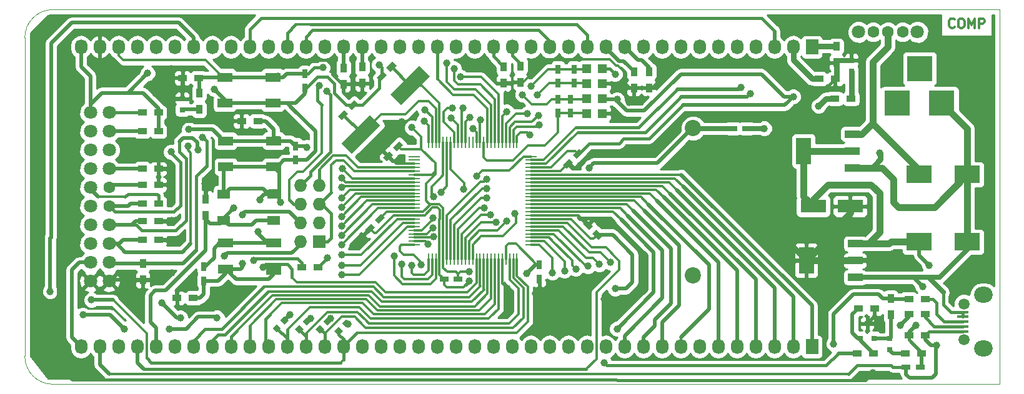
<source format=gtl>
G04 #@! TF.FileFunction,Copper,L1,Top,Signal*
%FSLAX46Y46*%
G04 Gerber Fmt 4.6, Leading zero omitted, Abs format (unit mm)*
G04 Created by KiCad (PCBNEW 4.0.1-stable) date 9/28/2017 6:23:12 PM*
%MOMM*%
G01*
G04 APERTURE LIST*
%ADD10C,0.150000*%
%ADD11C,0.100000*%
%ADD12C,0.300000*%
%ADD13R,1.500000X0.400000*%
%ADD14C,1.500000*%
%ADD15O,2.500000X2.200000*%
%ADD16R,2.000000X1.300000*%
%ADD17R,1.800000X1.300000*%
%ADD18R,1.727200X1.727200*%
%ADD19O,1.727200X1.727200*%
%ADD20C,1.000760*%
%ADD21C,2.200000*%
%ADD22R,0.750000X1.200000*%
%ADD23R,1.200000X0.750000*%
%ADD24R,3.500120X2.400300*%
%ADD25R,3.500120X3.500120*%
%ADD26R,0.797560X0.797560*%
%ADD27R,3.500120X1.800860*%
%ADD28R,2.032000X3.657600*%
%ADD29R,2.032000X1.016000*%
%ADD30R,1.198880X1.198880*%
%ADD31R,1.727200X2.032000*%
%ADD32O,1.727200X2.032000*%
%ADD33C,1.800000*%
%ADD34C,1.600000*%
%ADD35R,0.800100X0.800100*%
%ADD36R,0.900000X1.200000*%
%ADD37R,1.200000X0.900000*%
%ADD38R,0.280000X1.500000*%
%ADD39R,1.500000X0.280000*%
%ADD40C,1.000000*%
%ADD41C,0.381000*%
%ADD42C,0.508000*%
%ADD43C,0.304800*%
%ADD44C,0.889000*%
%ADD45C,0.635000*%
%ADD46C,0.762000*%
%ADD47C,0.254000*%
G04 APERTURE END LIST*
D10*
D11*
X220980000Y-127127000D02*
X220980000Y-120015000D01*
D12*
X214902143Y-83638571D02*
X214841667Y-83699048D01*
X214660238Y-83759524D01*
X214539286Y-83759524D01*
X214357858Y-83699048D01*
X214236905Y-83578095D01*
X214176429Y-83457143D01*
X214115953Y-83215238D01*
X214115953Y-83033810D01*
X214176429Y-82791905D01*
X214236905Y-82670952D01*
X214357858Y-82550000D01*
X214539286Y-82489524D01*
X214660238Y-82489524D01*
X214841667Y-82550000D01*
X214902143Y-82610476D01*
X215688334Y-82489524D02*
X215930238Y-82489524D01*
X216051191Y-82550000D01*
X216172143Y-82670952D01*
X216232619Y-82912857D01*
X216232619Y-83336190D01*
X216172143Y-83578095D01*
X216051191Y-83699048D01*
X215930238Y-83759524D01*
X215688334Y-83759524D01*
X215567381Y-83699048D01*
X215446429Y-83578095D01*
X215385953Y-83336190D01*
X215385953Y-82912857D01*
X215446429Y-82670952D01*
X215567381Y-82550000D01*
X215688334Y-82489524D01*
X216776905Y-83759524D02*
X216776905Y-82489524D01*
X217200238Y-83396667D01*
X217623572Y-82489524D01*
X217623572Y-83759524D01*
X218228334Y-83759524D02*
X218228334Y-82489524D01*
X218712143Y-82489524D01*
X218833096Y-82550000D01*
X218893572Y-82610476D01*
X218954048Y-82731429D01*
X218954048Y-82912857D01*
X218893572Y-83033810D01*
X218833096Y-83094286D01*
X218712143Y-83154762D01*
X218228334Y-83154762D01*
D11*
X220980000Y-120015000D02*
X220980000Y-81280000D01*
X220980000Y-132080000D02*
X220980000Y-127127000D01*
X92710000Y-81280000D02*
X218440000Y-81280000D01*
X92710000Y-132080000D02*
X220980000Y-132080000D01*
X88900000Y-85090000D02*
X88900000Y-128270000D01*
X88900000Y-128270000D02*
G75*
G03X92710000Y-132080000I3810000J0D01*
G01*
X92710000Y-81280000D02*
G75*
G03X88900000Y-85090000I0J-3810000D01*
G01*
X218440000Y-81280000D02*
X220980000Y-81280000D01*
D13*
X216054000Y-124896400D03*
X216054000Y-124246400D03*
X216054000Y-123596400D03*
X216054000Y-122946400D03*
X216054000Y-122296400D03*
D14*
X216154000Y-126021400D03*
D15*
X218804000Y-127221400D03*
D14*
X216154000Y-121171400D03*
D15*
X218804000Y-119971400D03*
D16*
X122630000Y-112931000D03*
X122630000Y-116681000D03*
X116130000Y-112931000D03*
X116130000Y-116431000D03*
D17*
X115880000Y-109827000D03*
X115880000Y-106327000D03*
X122630000Y-106327000D03*
X122630000Y-109827000D03*
D16*
X122630000Y-99088000D03*
X122630000Y-102588000D03*
X116130000Y-102588000D03*
X116130000Y-99088000D03*
X122503000Y-90452000D03*
X122503000Y-93952000D03*
X116003000Y-93952000D03*
X116003000Y-90452000D03*
D18*
X128778000Y-112776000D03*
D19*
X126238000Y-112776000D03*
X128778000Y-110236000D03*
X126238000Y-110236000D03*
X128778000Y-107696000D03*
X126238000Y-107696000D03*
X128778000Y-105156000D03*
X126238000Y-105156000D03*
D20*
X146824700Y-94615000D03*
X148323300Y-94615000D03*
D21*
X179451000Y-97348040D03*
X179451000Y-117348000D03*
D22*
X126873000Y-91882000D03*
X126873000Y-89982000D03*
X125603000Y-101661000D03*
X125603000Y-99761000D03*
D10*
G36*
X138752850Y-88300820D02*
X139283180Y-88831150D01*
X138434652Y-89679678D01*
X137904322Y-89149348D01*
X138752850Y-88300820D01*
X138752850Y-88300820D01*
G37*
G36*
X137409348Y-89644322D02*
X137939678Y-90174652D01*
X137091150Y-91023180D01*
X136560820Y-90492850D01*
X137409348Y-89644322D01*
X137409348Y-89644322D01*
G37*
G36*
X133545850Y-93507820D02*
X134076180Y-94038150D01*
X133227652Y-94886678D01*
X132697322Y-94356348D01*
X133545850Y-93507820D01*
X133545850Y-93507820D01*
G37*
G36*
X132202348Y-94851322D02*
X132732678Y-95381652D01*
X131884150Y-96230180D01*
X131353820Y-95699850D01*
X132202348Y-94851322D01*
X132202348Y-94851322D01*
G37*
D23*
X184851000Y-97409000D03*
X186751000Y-97409000D03*
D10*
G36*
X139641850Y-99095820D02*
X140172180Y-99626150D01*
X139323652Y-100474678D01*
X138793322Y-99944348D01*
X139641850Y-99095820D01*
X139641850Y-99095820D01*
G37*
G36*
X138298348Y-100439322D02*
X138828678Y-100969652D01*
X137980150Y-101818180D01*
X137449820Y-101287850D01*
X138298348Y-100439322D01*
X138298348Y-100439322D01*
G37*
D22*
X161163000Y-93411000D03*
X161163000Y-95311000D03*
X162814000Y-93411000D03*
X162814000Y-95311000D03*
D10*
G36*
X167223180Y-111955850D02*
X166692850Y-112486180D01*
X165844322Y-111637652D01*
X166374652Y-111107322D01*
X167223180Y-111955850D01*
X167223180Y-111955850D01*
G37*
G36*
X165879678Y-110612348D02*
X165349348Y-111142678D01*
X164500820Y-110294150D01*
X165031150Y-109763820D01*
X165879678Y-110612348D01*
X165879678Y-110612348D01*
G37*
D23*
X147635000Y-117856000D03*
X145735000Y-117856000D03*
D22*
X158623000Y-115890000D03*
X158623000Y-117790000D03*
X163322000Y-89347000D03*
X163322000Y-91247000D03*
X161163000Y-89347000D03*
X161163000Y-91247000D03*
D10*
G36*
X137165350Y-108938320D02*
X137695680Y-109468650D01*
X136847152Y-110317178D01*
X136316822Y-109786848D01*
X137165350Y-108938320D01*
X137165350Y-108938320D01*
G37*
G36*
X135821848Y-110281822D02*
X136352178Y-110812152D01*
X135503650Y-111660680D01*
X134973320Y-111130350D01*
X135821848Y-110281822D01*
X135821848Y-110281822D01*
G37*
G36*
X164025850Y-100111820D02*
X164556180Y-100642150D01*
X163707652Y-101490678D01*
X163177322Y-100960348D01*
X164025850Y-100111820D01*
X164025850Y-100111820D01*
G37*
G36*
X162682348Y-101455322D02*
X163212678Y-101985652D01*
X162364150Y-102834180D01*
X161833820Y-102303850D01*
X162682348Y-101455322D01*
X162682348Y-101455322D01*
G37*
D23*
X208346000Y-129794000D03*
X210246000Y-129794000D03*
D24*
X210108800Y-103632000D03*
X216611200Y-103632000D03*
X210108800Y-112776000D03*
X216611200Y-112776000D03*
D25*
X207159860Y-93980000D03*
X213159340Y-93980000D03*
X210159600Y-89281000D03*
D26*
X110236000Y-93357700D03*
X110236000Y-94856300D03*
D10*
G36*
X131423165Y-125426795D02*
X130859205Y-124862835D01*
X131423165Y-124298875D01*
X131987125Y-124862835D01*
X131423165Y-125426795D01*
X131423165Y-125426795D01*
G37*
G36*
X132482835Y-124367125D02*
X131918875Y-123803165D01*
X132482835Y-123239205D01*
X133046795Y-123803165D01*
X132482835Y-124367125D01*
X132482835Y-124367125D01*
G37*
G36*
X128883165Y-125172795D02*
X128319205Y-124608835D01*
X128883165Y-124044875D01*
X129447125Y-124608835D01*
X128883165Y-125172795D01*
X128883165Y-125172795D01*
G37*
G36*
X129942835Y-124113125D02*
X129378875Y-123549165D01*
X129942835Y-122985205D01*
X130506795Y-123549165D01*
X129942835Y-124113125D01*
X129942835Y-124113125D01*
G37*
G36*
X126089165Y-125172795D02*
X125525205Y-124608835D01*
X126089165Y-124044875D01*
X126653125Y-124608835D01*
X126089165Y-125172795D01*
X126089165Y-125172795D01*
G37*
G36*
X127148835Y-124113125D02*
X126584875Y-123549165D01*
X127148835Y-122985205D01*
X127712795Y-123549165D01*
X127148835Y-124113125D01*
X127148835Y-124113125D01*
G37*
G36*
X123041165Y-125045795D02*
X122477205Y-124481835D01*
X123041165Y-123917875D01*
X123605125Y-124481835D01*
X123041165Y-125045795D01*
X123041165Y-125045795D01*
G37*
G36*
X124100835Y-123986125D02*
X123536875Y-123422165D01*
X124100835Y-122858205D01*
X124664795Y-123422165D01*
X124100835Y-123986125D01*
X124100835Y-123986125D01*
G37*
D27*
X200746360Y-107950000D03*
X195747640Y-107950000D03*
D26*
X206121000Y-125869700D03*
X206121000Y-127368300D03*
D28*
X194818000Y-115316000D03*
D29*
X201422000Y-115316000D03*
X201422000Y-113030000D03*
X201422000Y-117602000D03*
D28*
X194437000Y-100457000D03*
D29*
X201041000Y-100457000D03*
X201041000Y-98171000D03*
X201041000Y-102743000D03*
D30*
X165066980Y-93345000D03*
X167165020Y-93345000D03*
X165066980Y-95377000D03*
X167165020Y-95377000D03*
X165066980Y-89281000D03*
X167165020Y-89281000D03*
X165066980Y-91313000D03*
X167165020Y-91313000D03*
D31*
X195580000Y-86360000D03*
D32*
X193040000Y-86360000D03*
X190500000Y-86360000D03*
X187960000Y-86360000D03*
X185420000Y-86360000D03*
X182880000Y-86360000D03*
X180340000Y-86360000D03*
X177800000Y-86360000D03*
X175260000Y-86360000D03*
X172720000Y-86360000D03*
X170180000Y-86360000D03*
X167640000Y-86360000D03*
X165100000Y-86360000D03*
X162560000Y-86360000D03*
X160020000Y-86360000D03*
X157480000Y-86360000D03*
X154940000Y-86360000D03*
X152400000Y-86360000D03*
X149860000Y-86360000D03*
X147320000Y-86360000D03*
X144780000Y-86360000D03*
X142240000Y-86360000D03*
X139700000Y-86360000D03*
X137160000Y-86360000D03*
X134620000Y-86360000D03*
X132080000Y-86360000D03*
X129540000Y-86360000D03*
X127000000Y-86360000D03*
X124460000Y-86360000D03*
X121920000Y-86360000D03*
X119380000Y-86360000D03*
X116840000Y-86360000D03*
X114300000Y-86360000D03*
X111760000Y-86360000D03*
X109220000Y-86360000D03*
X106680000Y-86360000D03*
X104140000Y-86360000D03*
X101600000Y-86360000D03*
X99060000Y-86360000D03*
X96520000Y-86360000D03*
D33*
X100330000Y-118110000D03*
X97790000Y-118110000D03*
X100330000Y-115570000D03*
X97790000Y-115570000D03*
X100330000Y-113030000D03*
X97790000Y-113030000D03*
X100330000Y-110490000D03*
X97790000Y-110490000D03*
D34*
X100330000Y-107950000D03*
D33*
X97790000Y-107950000D03*
D34*
X100330000Y-105410000D03*
D33*
X97790000Y-105410000D03*
X100330000Y-102870000D03*
X97790000Y-102870000D03*
X100330000Y-100330000D03*
X97790000Y-100330000D03*
X100330000Y-97790000D03*
X97790000Y-97790000D03*
X100330000Y-95250000D03*
X97790000Y-95250000D03*
D31*
X195580000Y-127000000D03*
D32*
X193040000Y-127000000D03*
X190500000Y-127000000D03*
X187960000Y-127000000D03*
X185420000Y-127000000D03*
X182880000Y-127000000D03*
X180340000Y-127000000D03*
X177800000Y-127000000D03*
X175260000Y-127000000D03*
X172720000Y-127000000D03*
X170180000Y-127000000D03*
X167640000Y-127000000D03*
X165100000Y-127000000D03*
X162560000Y-127000000D03*
X160020000Y-127000000D03*
X157480000Y-127000000D03*
X154940000Y-127000000D03*
X152400000Y-127000000D03*
X149860000Y-127000000D03*
X147320000Y-127000000D03*
X144780000Y-127000000D03*
X142240000Y-127000000D03*
X139700000Y-127000000D03*
X137160000Y-127000000D03*
X134620000Y-127000000D03*
X132080000Y-127000000D03*
X129540000Y-127000000D03*
X127000000Y-127000000D03*
X124460000Y-127000000D03*
X121920000Y-127000000D03*
X119380000Y-127000000D03*
X116840000Y-127000000D03*
X114300000Y-127000000D03*
X111760000Y-127000000D03*
X109220000Y-127000000D03*
X106680000Y-127000000D03*
X104140000Y-127000000D03*
X101600000Y-127000000D03*
X99060000Y-127000000D03*
X96520000Y-127000000D03*
D35*
X202123000Y-125841760D03*
X204023000Y-125841760D03*
X203073000Y-123842780D03*
D36*
X112522000Y-94826000D03*
X112522000Y-92626000D03*
D37*
X112479000Y-90551000D03*
X110279000Y-90551000D03*
D36*
X104902000Y-115740000D03*
X104902000Y-117940000D03*
D37*
X104818000Y-112522000D03*
X107018000Y-112522000D03*
X104818000Y-109982000D03*
X107018000Y-109982000D03*
X104818000Y-107569000D03*
X107018000Y-107569000D03*
X104818000Y-105029000D03*
X107018000Y-105029000D03*
X104818000Y-102870000D03*
X107018000Y-102870000D03*
X104818000Y-97790000D03*
X107018000Y-97790000D03*
X104818000Y-95250000D03*
X107018000Y-95250000D03*
X120480000Y-96393000D03*
X118280000Y-96393000D03*
D36*
X132080000Y-89197000D03*
X132080000Y-91397000D03*
X134620000Y-89070000D03*
X134620000Y-91270000D03*
X153797000Y-89070000D03*
X153797000Y-91270000D03*
X156083000Y-88943000D03*
X156083000Y-91143000D03*
X171450000Y-89705000D03*
X171450000Y-91905000D03*
X173482000Y-89705000D03*
X173482000Y-91905000D03*
D37*
X196512000Y-90678000D03*
X198712000Y-90678000D03*
X210904000Y-125476000D03*
X208704000Y-125476000D03*
D36*
X198882000Y-86276000D03*
X198882000Y-88476000D03*
D37*
X208704000Y-122555000D03*
X210904000Y-122555000D03*
X208704000Y-120523000D03*
X210904000Y-120523000D03*
X128608000Y-116205000D03*
X126408000Y-116205000D03*
D36*
X206248000Y-120439000D03*
X206248000Y-122639000D03*
D37*
X210396000Y-127889000D03*
X208196000Y-127889000D03*
D36*
X113411000Y-109177000D03*
X113411000Y-106977000D03*
D37*
X201846000Y-121793000D03*
X204046000Y-121793000D03*
X203919000Y-127889000D03*
X201719000Y-127889000D03*
X198671000Y-93345000D03*
X200871000Y-93345000D03*
D34*
X207867000Y-84328000D03*
X205867000Y-84328000D03*
X203867000Y-84328000D03*
D33*
X201867000Y-84328000D03*
X209867000Y-84328000D03*
D38*
X155606000Y-99288000D03*
X155106000Y-99288000D03*
X154606000Y-99288000D03*
X154106000Y-99288000D03*
X153606000Y-99288000D03*
X153106000Y-99288000D03*
X152606000Y-99288000D03*
X152106000Y-99288000D03*
X151606000Y-99288000D03*
X151106000Y-99288000D03*
X150606000Y-99288000D03*
X150106000Y-99288000D03*
X149606000Y-99288000D03*
X149106000Y-99288000D03*
X148606000Y-99288000D03*
X148106000Y-99288000D03*
X147606000Y-99288000D03*
X147106000Y-99288000D03*
X146606000Y-99288000D03*
X146106000Y-99288000D03*
X145606000Y-99288000D03*
X145106000Y-99288000D03*
X144606000Y-99288000D03*
X144106000Y-99288000D03*
X143606000Y-99288000D03*
D39*
X141706000Y-101188000D03*
X141706000Y-101688000D03*
X141706000Y-102188000D03*
X141706000Y-102688000D03*
X141706000Y-103188000D03*
X141706000Y-103688000D03*
X141706000Y-104188000D03*
X141706000Y-104688000D03*
X141706000Y-105188000D03*
X141706000Y-105688000D03*
X141706000Y-106188000D03*
X141706000Y-106688000D03*
X141706000Y-107188000D03*
X141706000Y-107688000D03*
X141706000Y-108188000D03*
X141706000Y-108688000D03*
X141706000Y-109188000D03*
X141706000Y-109688000D03*
X141706000Y-110188000D03*
X141706000Y-110688000D03*
X141706000Y-111188000D03*
X141706000Y-111688000D03*
X141706000Y-112188000D03*
X141706000Y-112688000D03*
X141706000Y-113188000D03*
D38*
X143606000Y-115088000D03*
X144106000Y-115088000D03*
X144606000Y-115088000D03*
X145106000Y-115088000D03*
X145606000Y-115088000D03*
X146106000Y-115088000D03*
X146606000Y-115088000D03*
X147106000Y-115088000D03*
X147606000Y-115088000D03*
X148106000Y-115088000D03*
X148606000Y-115088000D03*
X149106000Y-115088000D03*
X149606000Y-115088000D03*
X150106000Y-115088000D03*
X150606000Y-115088000D03*
X151106000Y-115088000D03*
X151606000Y-115088000D03*
X152106000Y-115088000D03*
X152606000Y-115088000D03*
X153106000Y-115088000D03*
X153606000Y-115088000D03*
X154106000Y-115088000D03*
X154606000Y-115088000D03*
X155106000Y-115088000D03*
X155606000Y-115088000D03*
D39*
X157506000Y-113188000D03*
X157506000Y-112688000D03*
X157506000Y-112188000D03*
X157506000Y-111688000D03*
X157506000Y-111188000D03*
X157506000Y-110688000D03*
X157506000Y-110188000D03*
X157506000Y-109688000D03*
X157506000Y-109188000D03*
X157506000Y-108688000D03*
X157506000Y-108188000D03*
X157506000Y-107688000D03*
X157506000Y-107188000D03*
X157506000Y-106688000D03*
X157506000Y-106188000D03*
X157506000Y-105688000D03*
X157506000Y-105188000D03*
X157506000Y-104688000D03*
X157506000Y-104188000D03*
X157506000Y-103688000D03*
X157506000Y-103188000D03*
X157506000Y-102688000D03*
X157506000Y-102188000D03*
X157506000Y-101688000D03*
X157506000Y-101188000D03*
D10*
G36*
X142355174Y-88895333D02*
X143768667Y-90308826D01*
X139880216Y-94197277D01*
X138466723Y-92783784D01*
X142355174Y-88895333D01*
X142355174Y-88895333D01*
G37*
G36*
X135709784Y-95540723D02*
X137123277Y-96954216D01*
X133234826Y-100842667D01*
X131821333Y-99429174D01*
X135709784Y-95540723D01*
X135709784Y-95540723D01*
G37*
D26*
X200914000Y-88150700D03*
X200914000Y-89649300D03*
D22*
X113157000Y-116144000D03*
X113157000Y-118044000D03*
D37*
X111717000Y-120396000D03*
X109517000Y-120396000D03*
D40*
X203800000Y-130500000D03*
X204724000Y-124333000D03*
X109093000Y-112903000D03*
X111379000Y-117729000D03*
X113284000Y-104902000D03*
X170815000Y-93853000D03*
X108712000Y-89281000D03*
X117602000Y-88900000D03*
X139954000Y-96520000D03*
X108331000Y-93091000D03*
X169037000Y-95377000D03*
X191770000Y-115062000D03*
X167386000Y-120523000D03*
X149161500Y-118110000D03*
X154305000Y-119126000D03*
X158115000Y-119761000D03*
X108712000Y-106426000D03*
X108839000Y-109855000D03*
X108839000Y-116967000D03*
X206502000Y-115697000D03*
X93726000Y-113792000D03*
X212471000Y-126809500D03*
X109982000Y-123063000D03*
X107442000Y-121031000D03*
X119888000Y-115316000D03*
X211455000Y-115951000D03*
X150114000Y-103886000D03*
X185928000Y-91821000D03*
X92329000Y-119507000D03*
X96774000Y-122682000D03*
X102362000Y-124587000D03*
X108458000Y-124587000D03*
X114935000Y-123063000D03*
X143129000Y-94869000D03*
X151511000Y-106807000D03*
X143573500Y-113093500D03*
X144208500Y-110871000D03*
X143002000Y-96393000D03*
X151130000Y-108204000D03*
X144272000Y-112077500D03*
X144208500Y-109537500D03*
X154178000Y-95123000D03*
X108712000Y-100584000D03*
X157353000Y-98298000D03*
X158623000Y-96901000D03*
X110998000Y-99822000D03*
X158496000Y-95631000D03*
X112395000Y-100330000D03*
X187198000Y-92710000D03*
X97917000Y-120650000D03*
X121158000Y-116205000D03*
X167386000Y-129159000D03*
X129921000Y-114935000D03*
X144272000Y-106680000D03*
X117221000Y-108204000D03*
X141351000Y-115951000D03*
X146685000Y-96012000D03*
X129286000Y-89154000D03*
X156972000Y-95377000D03*
X113000000Y-98600000D03*
X120523000Y-111379000D03*
X120777000Y-107061000D03*
X209677000Y-124079000D03*
X210566000Y-118808500D03*
X123571000Y-107442000D03*
X136906000Y-88773000D03*
X141351000Y-97282000D03*
X169164000Y-93472000D03*
X168910000Y-90043000D03*
X204724000Y-100711000D03*
X196469000Y-94361000D03*
X189103000Y-97409000D03*
X193040000Y-93091000D03*
X168910000Y-119126000D03*
X156908500Y-117094000D03*
X149098000Y-116840000D03*
X105537000Y-89916000D03*
X114554000Y-92075000D03*
X129794000Y-92329000D03*
X128778000Y-91567000D03*
X127127000Y-99949000D03*
X111125000Y-97536000D03*
X138938000Y-114681000D03*
X118364000Y-115697000D03*
X139954000Y-115824000D03*
X165354000Y-102743000D03*
X148336000Y-105664000D03*
X150622000Y-96266000D03*
X156337000Y-92837000D03*
X157480000Y-91694000D03*
X149225000Y-95885000D03*
X149606000Y-97409000D03*
X158369000Y-92837000D03*
X132715000Y-123952000D03*
X130302000Y-123190000D03*
X127635000Y-123190000D03*
X124841000Y-122682000D03*
X168275000Y-115570000D03*
X166751000Y-115824000D03*
X151511000Y-105537000D03*
X151511000Y-104267000D03*
X146050000Y-88519000D03*
X147066000Y-89281000D03*
X147955000Y-90424000D03*
X142621000Y-115887500D03*
X131953000Y-102870000D03*
X131826000Y-104140000D03*
X131826000Y-105410000D03*
X131826000Y-106807000D03*
X131826000Y-108077000D03*
X131826000Y-109347000D03*
X131826000Y-110617000D03*
X131826000Y-111887000D03*
X131826000Y-113157000D03*
X131826000Y-114554000D03*
X131826000Y-115951000D03*
X131826000Y-117221000D03*
X145288000Y-106045000D03*
X169164000Y-124587000D03*
X207518000Y-124079000D03*
X115951000Y-114681000D03*
X118364000Y-109093000D03*
X198501000Y-126619000D03*
X165227000Y-116078000D03*
X163576000Y-116459000D03*
X162052000Y-116713000D03*
X160401000Y-116967000D03*
X154178000Y-109982000D03*
X155321000Y-108966000D03*
X152781000Y-110109000D03*
X152019000Y-109093000D03*
D41*
X203800000Y-130500000D02*
X203800000Y-130600000D01*
X202828000Y-131572000D02*
X202565000Y-131572000D01*
X203800000Y-130600000D02*
X202828000Y-131572000D01*
X170307000Y-131572000D02*
X169164000Y-131572000D01*
X202565000Y-131572000D02*
X170307000Y-131572000D01*
X169164000Y-131572000D02*
X169037000Y-131445000D01*
D42*
X203073000Y-123842780D02*
X204233780Y-123842780D01*
X204233780Y-123842780D02*
X204724000Y-124333000D01*
X108712000Y-106426000D02*
X108712000Y-105537000D01*
X108204000Y-105029000D02*
X107018000Y-105029000D01*
X108712000Y-105537000D02*
X108204000Y-105029000D01*
D41*
X117602000Y-88900000D02*
X120396000Y-88900000D01*
X129794000Y-88138000D02*
X130556000Y-88900000D01*
X128651000Y-88138000D02*
X129794000Y-88138000D01*
X128524000Y-88265000D02*
X128651000Y-88138000D01*
X121031000Y-88265000D02*
X128524000Y-88265000D01*
X120396000Y-88900000D02*
X121031000Y-88265000D01*
D42*
X110236000Y-93357700D02*
X108597700Y-93357700D01*
X108597700Y-93357700D02*
X108331000Y-93091000D01*
X107018000Y-109982000D02*
X108712000Y-109982000D01*
X108712000Y-109982000D02*
X108839000Y-109855000D01*
X109093000Y-112903000D02*
X108712000Y-112522000D01*
X108712000Y-112522000D02*
X107018000Y-112522000D01*
X104902000Y-117940000D02*
X100500000Y-117940000D01*
X100500000Y-117940000D02*
X100330000Y-118110000D01*
X109517000Y-120396000D02*
X109517000Y-119591000D01*
X109517000Y-119591000D02*
X111379000Y-117729000D01*
X113411000Y-106977000D02*
X113411000Y-105029000D01*
X113411000Y-105029000D02*
X113284000Y-104902000D01*
X118280000Y-96393000D02*
X115316000Y-96393000D01*
D43*
X171450000Y-91905000D02*
X170899000Y-91905000D01*
X159512000Y-88011000D02*
X156380000Y-91143000D01*
X168148000Y-88011000D02*
X159512000Y-88011000D01*
X169037000Y-88900000D02*
X168148000Y-88011000D01*
X169291000Y-88900000D02*
X169037000Y-88900000D01*
X170180000Y-89789000D02*
X169291000Y-88900000D01*
X170180000Y-91186000D02*
X170180000Y-89789000D01*
X170899000Y-91905000D02*
X170180000Y-91186000D01*
X156380000Y-91143000D02*
X156083000Y-91143000D01*
X168994000Y-91905000D02*
X168783000Y-91694000D01*
D42*
X171450000Y-91905000D02*
X173482000Y-91905000D01*
X171450000Y-93218000D02*
X171450000Y-91905000D01*
X170815000Y-93853000D02*
X171450000Y-93218000D01*
X107315000Y-92075000D02*
X108331000Y-93091000D01*
X107315000Y-90678000D02*
X107315000Y-92075000D01*
X108712000Y-89281000D02*
X107315000Y-90678000D01*
D43*
X132080000Y-91397000D02*
X131910000Y-91397000D01*
D41*
X131910000Y-91397000D02*
X130556000Y-90043000D01*
D43*
X138139249Y-101128751D02*
X138139249Y-101055249D01*
X138139249Y-101055249D02*
X137287000Y-100203000D01*
X137287000Y-100203000D02*
X137287000Y-99187000D01*
X137287000Y-99187000D02*
X139954000Y-96520000D01*
X108331000Y-93091000D02*
X108597700Y-93357700D01*
X141706000Y-102188000D02*
X139198498Y-102188000D01*
X139198498Y-102188000D02*
X138139249Y-101128751D01*
D42*
X169037000Y-95377000D02*
X167165020Y-95377000D01*
X168402000Y-91313000D02*
X167165020Y-91313000D01*
D43*
X168994000Y-91905000D02*
X168783000Y-91694000D01*
D42*
X168783000Y-91694000D02*
X168402000Y-91313000D01*
X191262000Y-88900000D02*
X179197000Y-88900000D01*
X197104000Y-92075000D02*
X194437000Y-92075000D01*
X177038000Y-88900000D02*
X174033000Y-91905000D01*
X174033000Y-91905000D02*
X173482000Y-91905000D01*
X179197000Y-88900000D02*
X177038000Y-88900000D01*
X194437000Y-92075000D02*
X191262000Y-88900000D01*
D41*
X170942000Y-99822000D02*
X173990000Y-99822000D01*
X163322000Y-102743000D02*
X163830000Y-102743000D01*
X163830000Y-102743000D02*
X165481000Y-101092000D01*
X165481000Y-101092000D02*
X169672000Y-101092000D01*
X169672000Y-101092000D02*
X170942000Y-99822000D01*
X162723751Y-102144751D02*
X163322000Y-102743000D01*
D42*
X178308000Y-95504000D02*
X187071000Y-95504000D01*
D41*
X173990000Y-99822000D02*
X178308000Y-95504000D01*
D43*
X162523249Y-102144751D02*
X162723751Y-102144751D01*
D42*
X191770000Y-115062000D02*
X192024000Y-115316000D01*
X192024000Y-115316000D02*
X194818000Y-115316000D01*
D43*
X162306000Y-109188000D02*
X163925000Y-109188000D01*
X163925000Y-109188000D02*
X164338000Y-109601000D01*
X164369750Y-109632750D02*
X165190249Y-110453249D01*
X164338000Y-109601000D02*
X164369750Y-109632750D01*
X141706000Y-109188000D02*
X138906500Y-109188000D01*
X136260998Y-111569500D02*
X135662749Y-110971251D01*
X136525000Y-111569500D02*
X136260998Y-111569500D01*
X138906500Y-109188000D02*
X136525000Y-111569500D01*
X141706000Y-109188000D02*
X143081502Y-109188000D01*
X145123398Y-109736500D02*
X145106000Y-109736500D01*
X145123398Y-108394500D02*
X145123398Y-109736500D01*
X144844000Y-108115102D02*
X145123398Y-108394500D01*
X144154400Y-108115102D02*
X144844000Y-108115102D01*
X143081502Y-109188000D02*
X144154400Y-108115102D01*
X145106000Y-115088000D02*
X145106000Y-109736500D01*
X145106000Y-109736500D02*
X145106000Y-109736500D01*
X145735000Y-117856000D02*
X145735000Y-118557000D01*
X148336000Y-118935500D02*
X149161500Y-118110000D01*
X146113500Y-118935500D02*
X148336000Y-118935500D01*
X145735000Y-118557000D02*
X146113500Y-118935500D01*
X145106000Y-115088000D02*
X145106000Y-117227000D01*
X145106000Y-117227000D02*
X145735000Y-117856000D01*
X153606000Y-115088000D02*
X153606000Y-118427000D01*
X153606000Y-118427000D02*
X154305000Y-119126000D01*
X158623000Y-119253000D02*
X158623000Y-117790000D01*
X158115000Y-119761000D02*
X158623000Y-119253000D01*
X157506000Y-103188000D02*
X161480000Y-103188000D01*
X161480000Y-103188000D02*
X162523249Y-102144751D01*
X157506000Y-109188000D02*
X162306000Y-109188000D01*
X156083000Y-91143000D02*
X153924000Y-91143000D01*
X153924000Y-91143000D02*
X153797000Y-91270000D01*
D41*
X197315000Y-92075000D02*
X198712000Y-90678000D01*
X197104000Y-92075000D02*
X197315000Y-92075000D01*
X196723000Y-92075000D02*
X197104000Y-92075000D01*
D44*
X200746360Y-107950000D02*
X200746360Y-108879640D01*
X200746360Y-108879640D02*
X198120000Y-111506000D01*
X198120000Y-111506000D02*
X198120000Y-112014000D01*
X198120000Y-112014000D02*
X194818000Y-115316000D01*
X201422000Y-115316000D02*
X194818000Y-115316000D01*
D42*
X110617000Y-96393000D02*
X108712000Y-98298000D01*
D41*
X116205000Y-96393000D02*
X115316000Y-96393000D01*
D42*
X115316000Y-96393000D02*
X110617000Y-96393000D01*
X107018000Y-102870000D02*
X107018000Y-100500000D01*
D41*
X109207300Y-93357700D02*
X110236000Y-93357700D01*
D42*
X108712000Y-93853000D02*
X109207300Y-93357700D01*
X108712000Y-98806000D02*
X108712000Y-98298000D01*
X108712000Y-98298000D02*
X108712000Y-93853000D01*
X107018000Y-100500000D02*
X108712000Y-98806000D01*
X108712000Y-106426000D02*
X108712000Y-103251000D01*
X108331000Y-102870000D02*
X107018000Y-102870000D01*
X108712000Y-103251000D02*
X108331000Y-102870000D01*
D41*
X108839000Y-109855000D02*
X108712000Y-109982000D01*
D42*
X104902000Y-117940000D02*
X107866000Y-117940000D01*
X108712000Y-112522000D02*
X107018000Y-112522000D01*
X107866000Y-117940000D02*
X108839000Y-116967000D01*
X110236000Y-93357700D02*
X110236000Y-90594000D01*
D43*
X110236000Y-90594000D02*
X110279000Y-90551000D01*
D45*
X200914000Y-88150700D02*
X199207300Y-88150700D01*
X199207300Y-88150700D02*
X198882000Y-88476000D01*
D46*
X198882000Y-90508000D02*
X198712000Y-90678000D01*
X198882000Y-88476000D02*
X198882000Y-90508000D01*
D43*
X100500000Y-117940000D02*
X100330000Y-118110000D01*
X134493000Y-91397000D02*
X134620000Y-91270000D01*
D41*
X132080000Y-91397000D02*
X134493000Y-91397000D01*
D43*
X206121000Y-115316000D02*
X206502000Y-115697000D01*
D45*
X201422000Y-115316000D02*
X206121000Y-115316000D01*
D43*
X169164000Y-131572000D02*
X169037000Y-131445000D01*
D41*
X169037000Y-131445000D02*
X95377000Y-131445000D01*
D42*
X95377000Y-131445000D02*
X93472000Y-129540000D01*
X93472000Y-129540000D02*
X93472000Y-114046000D01*
D43*
X93472000Y-114046000D02*
X93726000Y-113792000D01*
D46*
X191262000Y-98425000D02*
X191262000Y-97917000D01*
X191262000Y-111760000D02*
X191262000Y-98425000D01*
X194818000Y-115316000D02*
X191262000Y-111760000D01*
D42*
X190881000Y-95504000D02*
X191516000Y-95504000D01*
X187071000Y-95504000D02*
X190881000Y-95504000D01*
X196723000Y-92075000D02*
X197104000Y-92075000D01*
X193421000Y-95377000D02*
X196723000Y-92075000D01*
X192278000Y-96520000D02*
X193421000Y-95377000D01*
X168402000Y-91313000D02*
X167165020Y-91313000D01*
X168994000Y-91905000D02*
X168402000Y-91313000D01*
X171450000Y-91905000D02*
X168994000Y-91905000D01*
X191262000Y-97536000D02*
X193421000Y-95377000D01*
X191262000Y-98425000D02*
X191262000Y-97536000D01*
X193294000Y-95504000D02*
X193421000Y-95377000D01*
X190881000Y-95504000D02*
X193294000Y-95504000D01*
X167862250Y-109632750D02*
X172593000Y-114363500D01*
X172593000Y-114363500D02*
X172593000Y-118999000D01*
X172593000Y-118999000D02*
X171069000Y-120523000D01*
X171069000Y-120523000D02*
X167386000Y-120523000D01*
X164369750Y-109632750D02*
X167862250Y-109632750D01*
D41*
X130556000Y-90043000D02*
X130556000Y-88900000D01*
D42*
X204046000Y-121793000D02*
X204046000Y-122869780D01*
X204046000Y-122869780D02*
X203073000Y-123842780D01*
D41*
X216054000Y-124896400D02*
X215108000Y-124896400D01*
X215108000Y-124896400D02*
X215104400Y-124900000D01*
D42*
X212471000Y-126809500D02*
X211709000Y-126809500D01*
X210904000Y-126004500D02*
X210904000Y-125476000D01*
X211709000Y-126809500D02*
X210904000Y-126004500D01*
X212344000Y-130683000D02*
X212344000Y-126936500D01*
X208346000Y-130749000D02*
X208788000Y-131191000D01*
X208788000Y-131191000D02*
X211836000Y-131191000D01*
X211836000Y-131191000D02*
X212344000Y-130683000D01*
X208346000Y-130749000D02*
X208346000Y-129794000D01*
X212344000Y-126936500D02*
X212471000Y-126809500D01*
D41*
X215400000Y-124900000D02*
X215104400Y-124900000D01*
X215104400Y-124900000D02*
X211480000Y-124900000D01*
X211480000Y-124900000D02*
X210904000Y-125476000D01*
X201676000Y-129540000D02*
X206248000Y-129540000D01*
X206248000Y-129540000D02*
X206502000Y-129794000D01*
X206502000Y-129794000D02*
X208346000Y-129794000D01*
D42*
X99060000Y-127000000D02*
X99060000Y-129413000D01*
X100330000Y-130683000D02*
X99060000Y-129413000D01*
D43*
X200533000Y-130683000D02*
X100330000Y-130683000D01*
D41*
X201676000Y-129540000D02*
X200533000Y-130683000D01*
D43*
X210904000Y-125265000D02*
X210904000Y-125476000D01*
X109474000Y-123063000D02*
X109982000Y-123063000D01*
D42*
X107442000Y-121031000D02*
X109474000Y-123063000D01*
X119888000Y-115316000D02*
X120015000Y-115316000D01*
D43*
X120015000Y-115316000D02*
X120269000Y-115062000D01*
D41*
X120269000Y-115062000D02*
X125857000Y-115062000D01*
X125857000Y-115062000D02*
X126408000Y-115613000D01*
X126408000Y-115613000D02*
X126408000Y-116205000D01*
D43*
X126408000Y-116205000D02*
X126365000Y-116205000D01*
X210566000Y-112776000D02*
X210108800Y-112776000D01*
D46*
X195747640Y-107950000D02*
X195747640Y-107020360D01*
X203200000Y-113030000D02*
X201422000Y-113030000D01*
D44*
X204724000Y-111506000D02*
X203200000Y-113030000D01*
X204724000Y-106172000D02*
X204724000Y-111506000D01*
X203581000Y-105029000D02*
X204724000Y-106172000D01*
X197739000Y-105029000D02*
X203581000Y-105029000D01*
X195747640Y-107020360D02*
X197739000Y-105029000D01*
X210108800Y-112776000D02*
X206248000Y-112776000D01*
X206248000Y-112776000D02*
X205994000Y-113030000D01*
X205994000Y-113030000D02*
X201422000Y-113030000D01*
X194437000Y-100457000D02*
X194437000Y-106639360D01*
X194437000Y-106639360D02*
X195747640Y-107950000D01*
X201041000Y-100457000D02*
X194437000Y-100457000D01*
D43*
X210904000Y-125476000D02*
X210904000Y-125687000D01*
X210566000Y-112776000D02*
X210108800Y-112776000D01*
D42*
X211455000Y-115951000D02*
X210108800Y-114604800D01*
X210108800Y-114604800D02*
X210108800Y-112776000D01*
D43*
X156495000Y-101188000D02*
X157506000Y-101188000D01*
X150876000Y-103124000D02*
X150114000Y-103886000D01*
X154559000Y-103124000D02*
X150876000Y-103124000D01*
X156495000Y-101188000D02*
X154559000Y-103124000D01*
D42*
X104818000Y-105029000D02*
X100711000Y-105029000D01*
X100711000Y-105029000D02*
X100330000Y-105410000D01*
D43*
X100711000Y-105029000D02*
X100330000Y-105410000D01*
D42*
X182753000Y-92075000D02*
X185674000Y-92075000D01*
D43*
X185674000Y-92075000D02*
X185928000Y-91821000D01*
X159170000Y-101688000D02*
X163576000Y-97282000D01*
D41*
X163576000Y-97282000D02*
X172085000Y-97282000D01*
X172085000Y-97282000D02*
X177292000Y-92075000D01*
D42*
X177292000Y-92075000D02*
X182753000Y-92075000D01*
D43*
X157506000Y-101688000D02*
X159170000Y-101688000D01*
D42*
X111760000Y-85090000D02*
X111760000Y-86360000D01*
X109728000Y-83058000D02*
X111760000Y-85090000D01*
X95250000Y-83058000D02*
X109728000Y-83058000D01*
X92456000Y-85852000D02*
X95250000Y-83058000D01*
X92456000Y-112141000D02*
X92456000Y-85852000D01*
D41*
X92329000Y-112268000D02*
X92456000Y-112141000D01*
D42*
X92329000Y-119507000D02*
X92329000Y-112268000D01*
X100457000Y-122682000D02*
X96774000Y-122682000D01*
X102362000Y-124587000D02*
X100457000Y-122682000D01*
X110744000Y-124587000D02*
X108458000Y-124587000D01*
X112395000Y-122936000D02*
X110744000Y-124587000D01*
X114808000Y-122936000D02*
X112395000Y-122936000D01*
D43*
X114935000Y-123063000D02*
X114808000Y-122936000D01*
X155106000Y-115088000D02*
X155106000Y-117641000D01*
X155067000Y-124460000D02*
X152273000Y-124460000D01*
X156464000Y-123063000D02*
X155067000Y-124460000D01*
X156464000Y-118999000D02*
X156464000Y-123063000D01*
X155106000Y-117641000D02*
X156464000Y-118999000D01*
X134747000Y-124079000D02*
X134747000Y-124104398D01*
X133223000Y-122936000D02*
X131826000Y-122936000D01*
X131826000Y-122936000D02*
X129540000Y-125222000D01*
X133604000Y-122936000D02*
X134747000Y-124079000D01*
X133223000Y-122936000D02*
X133604000Y-122936000D01*
X134747000Y-124104398D02*
X135102602Y-124460000D01*
X135102602Y-124460000D02*
X152273000Y-124460000D01*
D41*
X129540000Y-125222000D02*
X129540000Y-127000000D01*
D43*
X129540000Y-125222000D02*
X129540000Y-127000000D01*
D41*
X128926835Y-124608835D02*
X129540000Y-125222000D01*
D43*
X128883165Y-124608835D02*
X128926835Y-124608835D01*
X144106000Y-95846000D02*
X143129000Y-94869000D01*
X144106000Y-99288000D02*
X144106000Y-95846000D01*
D42*
X132080000Y-89197000D02*
X132080000Y-86360000D01*
D43*
X153797000Y-89070000D02*
X153797000Y-89027000D01*
D41*
X153797000Y-89027000D02*
X152400000Y-87630000D01*
X152400000Y-87630000D02*
X152400000Y-86360000D01*
D43*
X147106000Y-110450000D02*
X150749000Y-106807000D01*
X150749000Y-106807000D02*
X151511000Y-106807000D01*
X147106000Y-115088000D02*
X147106000Y-110450000D01*
X171450000Y-89705000D02*
X171450000Y-89662000D01*
D42*
X171450000Y-89662000D02*
X170053000Y-88265000D01*
X170053000Y-88265000D02*
X169418000Y-88265000D01*
X169418000Y-88265000D02*
X167640000Y-86487000D01*
D43*
X167640000Y-86487000D02*
X167640000Y-86360000D01*
X167640000Y-86868000D02*
X167640000Y-86360000D01*
X167640000Y-86868000D02*
X167640000Y-86360000D01*
X141706000Y-112688000D02*
X143168000Y-112688000D01*
X143168000Y-112688000D02*
X143573500Y-113093500D01*
X167640000Y-86868000D02*
X167640000Y-86360000D01*
X141706000Y-111688000D02*
X143391500Y-111688000D01*
X143391500Y-111688000D02*
X144208500Y-110871000D01*
D46*
X193040000Y-88138000D02*
X193040000Y-86360000D01*
X195580000Y-90678000D02*
X193040000Y-88138000D01*
X196512000Y-90678000D02*
X195580000Y-90678000D01*
D43*
X143606000Y-99288000D02*
X143606000Y-96997000D01*
X143606000Y-96997000D02*
X143002000Y-96393000D01*
D42*
X134620000Y-89070000D02*
X134620000Y-86360000D01*
D43*
X156083000Y-88943000D02*
X156083000Y-88646000D01*
D41*
X156083000Y-88646000D02*
X154940000Y-87503000D01*
X154940000Y-87503000D02*
X154940000Y-86360000D01*
D43*
X147606000Y-111093000D02*
X150495000Y-108204000D01*
X150495000Y-108204000D02*
X151130000Y-108204000D01*
X147606000Y-115088000D02*
X147606000Y-111093000D01*
X173482000Y-89705000D02*
X173482000Y-89154000D01*
D42*
X173482000Y-89154000D02*
X172466000Y-88138000D01*
X172466000Y-88138000D02*
X171958000Y-88138000D01*
X171958000Y-88138000D02*
X170180000Y-86360000D01*
D43*
X141706000Y-112188000D02*
X144161500Y-112188000D01*
X144161500Y-112188000D02*
X144272000Y-112077500D01*
X141706000Y-111188000D02*
X142685000Y-111188000D01*
X144208500Y-109664500D02*
X144208500Y-109537500D01*
X142685000Y-111188000D02*
X144208500Y-109664500D01*
D46*
X195664000Y-86276000D02*
X195580000Y-86360000D01*
X198882000Y-86276000D02*
X195664000Y-86276000D01*
D42*
X104818000Y-107569000D02*
X103251000Y-107569000D01*
X102870000Y-107950000D02*
X100330000Y-107950000D01*
X103251000Y-107569000D02*
X102870000Y-107950000D01*
D43*
X100711000Y-107569000D02*
X100330000Y-107950000D01*
X108712000Y-100584000D02*
X108712000Y-100711000D01*
D41*
X101092000Y-108712000D02*
X100330000Y-107950000D01*
X109093000Y-108712000D02*
X101092000Y-108712000D01*
X109982000Y-107823000D02*
X109093000Y-108712000D01*
X109982000Y-101981000D02*
X109982000Y-107823000D01*
X108712000Y-100711000D02*
X109982000Y-101981000D01*
D43*
X153606000Y-95695000D02*
X154178000Y-95123000D01*
X108712000Y-100584000D02*
X108839000Y-100711000D01*
X153606000Y-99288000D02*
X153606000Y-95695000D01*
D42*
X104818000Y-102870000D02*
X100330000Y-102870000D01*
D43*
X155606000Y-99288000D02*
X155606000Y-98394000D01*
X155606000Y-98394000D02*
X156083000Y-97917000D01*
X156083000Y-97917000D02*
X156972000Y-97917000D01*
X156972000Y-97917000D02*
X157353000Y-98298000D01*
D42*
X104818000Y-112522000D02*
X102235000Y-112522000D01*
X101727000Y-113030000D02*
X100330000Y-113030000D01*
X102235000Y-112522000D02*
X101727000Y-113030000D01*
D43*
X155106000Y-99288000D02*
X155106000Y-97624000D01*
X158369000Y-97155000D02*
X158623000Y-96901000D01*
X155575000Y-97155000D02*
X158369000Y-97155000D01*
X155106000Y-97624000D02*
X155575000Y-97155000D01*
X110998000Y-99822000D02*
X110998000Y-100330000D01*
X110998000Y-100330000D02*
X111379000Y-100711000D01*
X111379000Y-100711000D02*
X111379000Y-113030000D01*
D42*
X111379000Y-113030000D02*
X110236000Y-114173000D01*
X110236000Y-114173000D02*
X102489000Y-114173000D01*
X102489000Y-114173000D02*
X101346000Y-113030000D01*
D43*
X101346000Y-113030000D02*
X100330000Y-113030000D01*
D41*
X108331000Y-111252000D02*
X104775000Y-111252000D01*
X104013000Y-110490000D02*
X100330000Y-110490000D01*
X104775000Y-111252000D02*
X104013000Y-110490000D01*
D42*
X104818000Y-109982000D02*
X103886000Y-109982000D01*
X103886000Y-109982000D02*
X103378000Y-110490000D01*
X103378000Y-110490000D02*
X100330000Y-110490000D01*
D43*
X155702000Y-96520000D02*
X157607000Y-96520000D01*
X157607000Y-96520000D02*
X158496000Y-95631000D01*
D42*
X110363000Y-98679000D02*
X109855000Y-99187000D01*
X111633000Y-98679000D02*
X110363000Y-98679000D01*
X112268000Y-99314000D02*
X111633000Y-98679000D01*
X112268000Y-100203000D02*
X112268000Y-99314000D01*
D43*
X112395000Y-100330000D02*
X112268000Y-100203000D01*
X103378000Y-110490000D02*
X100330000Y-110490000D01*
X103886000Y-109982000D02*
X103378000Y-110490000D01*
D41*
X109855000Y-100457000D02*
X109855000Y-100584000D01*
X109855000Y-99187000D02*
X109855000Y-100457000D01*
X109855000Y-100584000D02*
X110744000Y-101473000D01*
X110744000Y-101473000D02*
X110744000Y-109855000D01*
X110744000Y-109855000D02*
X109347000Y-111252000D01*
X109347000Y-111252000D02*
X108331000Y-111252000D01*
D43*
X154606000Y-97235000D02*
X155321000Y-96520000D01*
X155321000Y-96520000D02*
X155702000Y-96520000D01*
X154606000Y-99288000D02*
X154606000Y-97235000D01*
D42*
X184531000Y-93091000D02*
X186817000Y-93091000D01*
D43*
X186817000Y-93091000D02*
X187198000Y-92710000D01*
X159559000Y-102188000D02*
X163830000Y-97917000D01*
D41*
X163830000Y-97917000D02*
X172974000Y-97917000D01*
X172974000Y-97917000D02*
X177800000Y-93091000D01*
D42*
X177800000Y-93091000D02*
X184531000Y-93091000D01*
D43*
X157506000Y-102188000D02*
X159559000Y-102188000D01*
D41*
X190500000Y-84201000D02*
X188722000Y-82423000D01*
X188722000Y-82423000D02*
X120904000Y-82423000D01*
X120904000Y-82423000D02*
X119380000Y-83947000D01*
X119380000Y-83947000D02*
X119380000Y-86360000D01*
D42*
X190500000Y-86360000D02*
X190500000Y-84201000D01*
D43*
X105410000Y-126111000D02*
X105410000Y-125222000D01*
X105410000Y-128524000D02*
X105410000Y-126111000D01*
D41*
X106045000Y-129159000D02*
X105410000Y-128524000D01*
X131699000Y-129159000D02*
X106045000Y-129159000D01*
D43*
X132080000Y-128778000D02*
X131699000Y-129159000D01*
D41*
X132080000Y-127000000D02*
X132080000Y-128778000D01*
D42*
X100838000Y-120650000D02*
X97917000Y-120650000D01*
D43*
X105410000Y-125222000D02*
X100838000Y-120650000D01*
X155606000Y-115088000D02*
X155606000Y-117379000D01*
X155575000Y-125095000D02*
X152654000Y-125095000D01*
X157099000Y-123571000D02*
X155575000Y-125095000D01*
X157099000Y-118872000D02*
X157099000Y-123571000D01*
X155606000Y-117379000D02*
X157099000Y-118872000D01*
X132080000Y-126873000D02*
X132080000Y-127000000D01*
D41*
X133858000Y-125095000D02*
X132080000Y-126873000D01*
D43*
X152654000Y-125095000D02*
X133858000Y-125095000D01*
D41*
X132080000Y-125984000D02*
X132080000Y-127000000D01*
X131423165Y-125327165D02*
X132080000Y-125984000D01*
D43*
X131423165Y-124862835D02*
X131423165Y-125327165D01*
D41*
X124714000Y-116078000D02*
X124460000Y-115824000D01*
D43*
X125730000Y-118237000D02*
X125095000Y-117602000D01*
D41*
X125095000Y-117602000D02*
X125095000Y-116459000D01*
X125095000Y-116459000D02*
X124714000Y-116078000D01*
D43*
X129794000Y-118237000D02*
X125730000Y-118237000D01*
D41*
X121539000Y-115824000D02*
X121158000Y-116205000D01*
X124460000Y-115824000D02*
X121539000Y-115824000D01*
X199136000Y-127889000D02*
X197485000Y-129540000D01*
X197485000Y-129540000D02*
X167767000Y-129540000D01*
X167767000Y-129540000D02*
X167386000Y-129159000D01*
D42*
X201719000Y-127889000D02*
X199136000Y-127889000D01*
D43*
X136271000Y-118237000D02*
X136398000Y-118237000D01*
X150106000Y-118372000D02*
X150106000Y-117102000D01*
X148844000Y-119634000D02*
X150106000Y-118372000D01*
X137795000Y-119634000D02*
X148844000Y-119634000D01*
X136398000Y-118237000D02*
X137795000Y-119634000D01*
X150106000Y-115088000D02*
X150106000Y-117102000D01*
X136271000Y-118237000D02*
X129794000Y-118237000D01*
X109220000Y-126746000D02*
X109220000Y-127000000D01*
X129921000Y-114935000D02*
X129878000Y-114935000D01*
D41*
X129878000Y-114935000D02*
X128608000Y-116205000D01*
D43*
X145606000Y-102616000D02*
X145606000Y-103695000D01*
X145606000Y-103695000D02*
X145288000Y-104013000D01*
X144018000Y-106426000D02*
X144272000Y-106680000D01*
X144018000Y-105283000D02*
X144018000Y-106426000D01*
X145415000Y-103886000D02*
X145288000Y-104013000D01*
X145288000Y-104013000D02*
X144018000Y-105283000D01*
X145606000Y-103505000D02*
X145606000Y-103505000D01*
X145606000Y-99288000D02*
X145606000Y-102616000D01*
X145606000Y-102616000D02*
X145606000Y-103505000D01*
X145606000Y-103505000D02*
X145606000Y-103695000D01*
X153543000Y-101727000D02*
X155067000Y-101727000D01*
X151106000Y-101322000D02*
X151511000Y-101727000D01*
X151511000Y-101727000D02*
X153543000Y-101727000D01*
X151106000Y-99288000D02*
X151106000Y-101322000D01*
X161163000Y-97917000D02*
X161163000Y-95311000D01*
X159385000Y-99695000D02*
X161163000Y-97917000D01*
X157099000Y-99695000D02*
X159385000Y-99695000D01*
X155067000Y-101727000D02*
X157099000Y-99695000D01*
X162814000Y-95311000D02*
X165000980Y-95311000D01*
X165000980Y-95311000D02*
X165066980Y-95377000D01*
X161163000Y-95311000D02*
X162814000Y-95311000D01*
X154606000Y-115088000D02*
X154606000Y-117903000D01*
X154559000Y-123825000D02*
X152019000Y-123825000D01*
X155829000Y-122555000D02*
X154559000Y-123825000D01*
X155829000Y-119126000D02*
X155829000Y-122555000D01*
X154606000Y-117903000D02*
X155829000Y-119126000D01*
X135128000Y-123444000D02*
X135509000Y-123825000D01*
X133604000Y-122301000D02*
X129921000Y-122301000D01*
X129921000Y-122301000D02*
X127000000Y-125222000D01*
D41*
X127000000Y-125222000D02*
X127000000Y-127000000D01*
D43*
X133985000Y-122301000D02*
X135128000Y-123444000D01*
X133604000Y-122301000D02*
X133985000Y-122301000D01*
X135509000Y-123825000D02*
X152019000Y-123825000D01*
X127000000Y-125603000D02*
X127000000Y-127000000D01*
D41*
X126089165Y-124692165D02*
X127000000Y-125603000D01*
D43*
X126089165Y-124608835D02*
X126089165Y-124692165D01*
X135382000Y-122809000D02*
X135763000Y-123190000D01*
X151765000Y-123190000D02*
X152019000Y-122936000D01*
X135763000Y-123190000D02*
X151765000Y-123190000D01*
X153106000Y-121849000D02*
X153106000Y-119055000D01*
X152019000Y-122936000D02*
X153106000Y-121849000D01*
X133477000Y-121666000D02*
X134239000Y-121666000D01*
X134239000Y-121666000D02*
X135382000Y-122809000D01*
X153106000Y-115088000D02*
X153106000Y-119055000D01*
D41*
X124460000Y-124714000D02*
X124460000Y-127000000D01*
D43*
X127508000Y-121666000D02*
X124460000Y-124714000D01*
X133477000Y-121666000D02*
X127508000Y-121666000D01*
X124460000Y-125857000D02*
X124460000Y-127000000D01*
D41*
X123084835Y-124481835D02*
X124460000Y-125857000D01*
D43*
X123041165Y-124481835D02*
X123084835Y-124481835D01*
D42*
X122630000Y-109827000D02*
X120297000Y-109827000D01*
X116543000Y-110490000D02*
X115880000Y-109827000D01*
X119634000Y-110490000D02*
X116543000Y-110490000D01*
X120297000Y-109827000D02*
X119634000Y-110490000D01*
X108775500Y-118554500D02*
X107950000Y-119380000D01*
X106680000Y-124460000D02*
X106680000Y-127000000D01*
X105918000Y-123698000D02*
X106680000Y-124460000D01*
X105918000Y-120015000D02*
X105918000Y-123698000D01*
X106553000Y-119380000D02*
X105918000Y-120015000D01*
X107950000Y-119380000D02*
X106553000Y-119380000D01*
X113411000Y-109177000D02*
X113411000Y-113919000D01*
X113411000Y-113919000D02*
X108775500Y-118554500D01*
D43*
X113411000Y-109177000D02*
X113411000Y-109728000D01*
D42*
X113411000Y-109728000D02*
X114010000Y-110327000D01*
X114010000Y-110327000D02*
X115405000Y-110327000D01*
X117221000Y-108204000D02*
X115405000Y-110020000D01*
D43*
X115405000Y-110020000D02*
X115405000Y-110327000D01*
X143606000Y-115088000D02*
X143606000Y-116617000D01*
X141351000Y-116967000D02*
X141351000Y-115951000D01*
X141605000Y-117221000D02*
X141351000Y-116967000D01*
X143002000Y-117221000D02*
X141605000Y-117221000D01*
X143606000Y-116617000D02*
X143002000Y-117221000D01*
X106680000Y-126492000D02*
X106680000Y-127000000D01*
X143606000Y-115088000D02*
X143606000Y-116363000D01*
D42*
X116003000Y-90452000D02*
X112578000Y-90452000D01*
X112578000Y-90452000D02*
X112479000Y-90551000D01*
X122503000Y-90452000D02*
X116003000Y-90452000D01*
X126873000Y-89982000D02*
X124394000Y-89982000D01*
X123924000Y-90452000D02*
X122503000Y-90452000D01*
X124394000Y-89982000D02*
X123924000Y-90452000D01*
D43*
X147606000Y-99288000D02*
X147606000Y-96933000D01*
X147606000Y-96933000D02*
X146685000Y-96012000D01*
X112479000Y-92583000D02*
X112522000Y-92626000D01*
X123258000Y-89982000D02*
X123228000Y-89952000D01*
X126843000Y-89952000D02*
X126873000Y-89982000D01*
D41*
X127315000Y-89982000D02*
X128143000Y-89154000D01*
X128143000Y-89154000D02*
X129286000Y-89154000D01*
X126873000Y-89982000D02*
X127315000Y-89982000D01*
D43*
X123258000Y-89982000D02*
X123228000Y-89952000D01*
X112479000Y-92583000D02*
X112522000Y-92626000D01*
X112522000Y-90594000D02*
X112479000Y-90551000D01*
X112479000Y-90551000D02*
X112479000Y-90467000D01*
X112522000Y-90594000D02*
X112479000Y-90551000D01*
D42*
X112522000Y-92626000D02*
X112522000Y-90594000D01*
D43*
X113411000Y-88138000D02*
X102235000Y-88138000D01*
X102235000Y-88138000D02*
X101600000Y-87503000D01*
X101600000Y-87503000D02*
X101600000Y-86360000D01*
X115225000Y-89952000D02*
X113411000Y-88138000D01*
X115278000Y-89952000D02*
X115225000Y-89952000D01*
D42*
X104902000Y-115740000D02*
X100500000Y-115740000D01*
X100500000Y-115740000D02*
X100330000Y-115570000D01*
D43*
X100500000Y-115740000D02*
X100330000Y-115570000D01*
D41*
X113538000Y-100700000D02*
X113538000Y-102489000D01*
X113538000Y-99187000D02*
X113538000Y-100700000D01*
X113538000Y-102489000D02*
X112141000Y-103886000D01*
X112141000Y-103886000D02*
X112141000Y-113919000D01*
D42*
X112141000Y-113919000D02*
X110320000Y-115740000D01*
X110320000Y-115740000D02*
X104902000Y-115740000D01*
D43*
X112141000Y-103886000D02*
X112141000Y-113919000D01*
X112141000Y-113919000D02*
X110490000Y-115570000D01*
X113411000Y-102616000D02*
X112141000Y-103886000D01*
X113538000Y-102489000D02*
X113411000Y-102616000D01*
X154106000Y-99288000D02*
X154106000Y-96719000D01*
X155448000Y-95377000D02*
X156972000Y-95377000D01*
X154106000Y-96719000D02*
X155448000Y-95377000D01*
D41*
X113538000Y-99138000D02*
X113000000Y-98600000D01*
X113538000Y-100700000D02*
X113538000Y-99138000D01*
X216054000Y-122946400D02*
X216054000Y-122296400D01*
X216054000Y-122296400D02*
X214752400Y-122296400D01*
X214752400Y-122296400D02*
X214756000Y-122300000D01*
D42*
X120523000Y-111379000D02*
X120523000Y-111633000D01*
X120777000Y-106934000D02*
X121384000Y-106327000D01*
X122630000Y-106327000D02*
X121384000Y-106327000D01*
X120777000Y-107061000D02*
X120777000Y-106934000D01*
X120523000Y-111633000D02*
X121821000Y-112931000D01*
X121821000Y-112931000D02*
X122630000Y-112931000D01*
X116130000Y-112931000D02*
X122630000Y-112931000D01*
X113157000Y-116144000D02*
X113345000Y-116144000D01*
X113345000Y-116144000D02*
X114554000Y-114935000D01*
X114554000Y-113665000D02*
X115288000Y-112931000D01*
X114554000Y-114935000D02*
X114554000Y-113665000D01*
X115288000Y-112931000D02*
X116130000Y-112931000D01*
X115880000Y-106327000D02*
X115880000Y-102838000D01*
X115880000Y-102838000D02*
X116130000Y-102588000D01*
X122630000Y-106327000D02*
X121948000Y-106327000D01*
X121948000Y-106327000D02*
X121158000Y-105537000D01*
X116670000Y-105537000D02*
X115880000Y-106327000D01*
X121158000Y-105537000D02*
X116670000Y-105537000D01*
D43*
X123384000Y-112808000D02*
X121952000Y-112808000D01*
D42*
X116130000Y-102588000D02*
X122630000Y-102588000D01*
X123355000Y-105827000D02*
X123355000Y-103313000D01*
X123355000Y-103313000D02*
X122630000Y-102588000D01*
X116003000Y-93952000D02*
X116003000Y-93524000D01*
X116003000Y-93524000D02*
X114554000Y-92075000D01*
X122503000Y-93952000D02*
X124452000Y-93952000D01*
X127139000Y-101661000D02*
X125603000Y-101661000D01*
X128300000Y-97800000D02*
X124952000Y-94452000D01*
X128300000Y-100500000D02*
X128300000Y-97800000D01*
X127139000Y-101661000D02*
X128300000Y-100500000D01*
X124452000Y-93952000D02*
X124952000Y-94452000D01*
X122503000Y-93952000D02*
X125631000Y-93952000D01*
X126873000Y-92710000D02*
X126873000Y-91882000D01*
X125631000Y-93952000D02*
X126873000Y-92710000D01*
X122503000Y-93952000D02*
X116003000Y-93952000D01*
X208915000Y-117665500D02*
X208915000Y-117602000D01*
X208978500Y-117602000D02*
X208915000Y-117665500D01*
X209359500Y-117602000D02*
X208978500Y-117602000D01*
X210566000Y-118808500D02*
X209359500Y-117602000D01*
X210396000Y-127889000D02*
X210396000Y-129644000D01*
X210396000Y-129644000D02*
X210246000Y-129794000D01*
D41*
X215400000Y-122300000D02*
X214756000Y-122300000D01*
X214756000Y-122300000D02*
X214375000Y-122300000D01*
D45*
X211328000Y-117602000D02*
X208915000Y-117602000D01*
D41*
X214375000Y-122300000D02*
X213360000Y-121285000D01*
X213360000Y-121285000D02*
X213360000Y-119634000D01*
D45*
X213360000Y-119634000D02*
X211328000Y-117602000D01*
D42*
X210396000Y-129644000D02*
X210246000Y-129794000D01*
X125603000Y-101661000D02*
X124018000Y-101661000D01*
X124018000Y-101661000D02*
X123355000Y-102324000D01*
X123355000Y-102324000D02*
X123355000Y-103088000D01*
X95250000Y-119634000D02*
X95250000Y-125730000D01*
X95250000Y-125730000D02*
X96520000Y-127000000D01*
D43*
X123355000Y-105827000D02*
X122011000Y-105827000D01*
D41*
X113157000Y-116144000D02*
X113218000Y-116144000D01*
D42*
X123355000Y-107226000D02*
X123355000Y-105827000D01*
X123571000Y-107442000D02*
X123355000Y-107226000D01*
X123355000Y-105827000D02*
X123355000Y-103088000D01*
D43*
X123355000Y-102324000D02*
X124018000Y-101661000D01*
X141706000Y-103688000D02*
X144089000Y-103688000D01*
X144089000Y-103688000D02*
X144526000Y-103251000D01*
X143256000Y-105537000D02*
X143256000Y-104902000D01*
X143700500Y-107632500D02*
X143256000Y-107188000D01*
X143256000Y-107188000D02*
X143256000Y-105537000D01*
X143954500Y-107632500D02*
X143700500Y-107632500D01*
X143256000Y-104902000D02*
X144526000Y-103632000D01*
X144526000Y-103632000D02*
X144526000Y-103251000D01*
X144526000Y-103251000D02*
X144526000Y-102108000D01*
X169164000Y-93472000D02*
X169164000Y-93726000D01*
D42*
X169164000Y-93726000D02*
X170434000Y-94996000D01*
X177800000Y-90043000D02*
X178943000Y-90043000D01*
X172847000Y-94996000D02*
X177800000Y-90043000D01*
X170434000Y-94996000D02*
X172847000Y-94996000D01*
D43*
X136906000Y-88773000D02*
X137250249Y-89117249D01*
D41*
X137250249Y-89117249D02*
X137250249Y-90333751D01*
X129032000Y-90424000D02*
X128905000Y-90424000D01*
X129921000Y-90424000D02*
X129032000Y-90424000D01*
X132424249Y-94197249D02*
X130810000Y-92583000D01*
X130810000Y-92583000D02*
X130810000Y-91313000D01*
X130810000Y-91313000D02*
X129921000Y-90424000D01*
X133386751Y-94197249D02*
X132424249Y-94197249D01*
D43*
X142621000Y-100203000D02*
X142621000Y-98552000D01*
X142621000Y-98552000D02*
X141351000Y-97282000D01*
X141706000Y-103688000D02*
X143454000Y-103688000D01*
X139900502Y-100203000D02*
X139482751Y-99785249D01*
X142621000Y-100203000D02*
X139900502Y-100203000D01*
X144526000Y-102108000D02*
X142621000Y-100203000D01*
X144526000Y-102616000D02*
X144526000Y-102108000D01*
D42*
X169164000Y-93472000D02*
X167292020Y-93472000D01*
D43*
X167292020Y-93472000D02*
X167165020Y-93345000D01*
D41*
X167165020Y-89281000D02*
X168148000Y-89281000D01*
X168148000Y-89281000D02*
X168910000Y-90043000D01*
D42*
X193040000Y-93091000D02*
X191770000Y-93091000D01*
X191770000Y-93091000D02*
X188722000Y-90043000D01*
X188722000Y-90043000D02*
X178943000Y-90043000D01*
D43*
X203708000Y-102743000D02*
X201041000Y-102743000D01*
D46*
X204851000Y-101600000D02*
X203708000Y-102743000D01*
X204851000Y-100838000D02*
X204851000Y-101600000D01*
D43*
X204724000Y-100711000D02*
X204851000Y-100838000D01*
D46*
X198671000Y-93345000D02*
X197485000Y-93345000D01*
X197485000Y-93345000D02*
X196469000Y-94361000D01*
D41*
X171323000Y-98806000D02*
X173482000Y-98806000D01*
X165354000Y-99441000D02*
X169418000Y-99441000D01*
X169418000Y-99441000D02*
X170053000Y-98806000D01*
X170053000Y-98806000D02*
X171323000Y-98806000D01*
X163993751Y-100801249D02*
X165354000Y-99441000D01*
D42*
X191897000Y-94234000D02*
X193040000Y-93091000D01*
X178054000Y-94234000D02*
X191897000Y-94234000D01*
D41*
X173482000Y-98806000D02*
X178054000Y-94234000D01*
D43*
X163866751Y-100801249D02*
X163993751Y-100801249D01*
X166533751Y-111796751D02*
X166914751Y-111796751D01*
X165100000Y-111887000D02*
X165544500Y-112331500D01*
X165999002Y-112331500D02*
X166533751Y-111796751D01*
X165544500Y-112331500D02*
X165999002Y-112331500D01*
X141706000Y-108688000D02*
X137946000Y-108688000D01*
X137946000Y-108688000D02*
X137006251Y-109627749D01*
X141706000Y-108688000D02*
X142899000Y-108688000D01*
X145606000Y-108141000D02*
X145606000Y-109284000D01*
X145097500Y-107632500D02*
X145606000Y-108141000D01*
X143954500Y-107632500D02*
X145097500Y-107632500D01*
X142899000Y-108688000D02*
X143954500Y-107632500D01*
X145606000Y-109284000D02*
X145606000Y-115088000D01*
X158112500Y-115890000D02*
X158623000Y-115890000D01*
D42*
X156908500Y-117094000D02*
X158112500Y-115890000D01*
D43*
X147635000Y-117856000D02*
X147635000Y-117160000D01*
X147955000Y-116840000D02*
X149098000Y-116840000D01*
X147635000Y-117160000D02*
X147955000Y-116840000D01*
X145606000Y-115088000D02*
X145606000Y-116269000D01*
X147635000Y-117155000D02*
X147635000Y-117856000D01*
X147320000Y-116840000D02*
X147635000Y-117155000D01*
X146177000Y-116840000D02*
X147320000Y-116840000D01*
X145606000Y-116269000D02*
X146177000Y-116840000D01*
X154106000Y-115088000D02*
X154106000Y-113356000D01*
X155448000Y-113030000D02*
X158308000Y-115890000D01*
X154432000Y-113030000D02*
X155448000Y-113030000D01*
X154106000Y-113356000D02*
X154432000Y-113030000D01*
X158308000Y-115890000D02*
X158623000Y-115890000D01*
X157506000Y-102688000D02*
X160202000Y-102688000D01*
X163522502Y-100457000D02*
X163866751Y-100801249D01*
X162433000Y-100457000D02*
X163522502Y-100457000D01*
X160202000Y-102688000D02*
X162433000Y-100457000D01*
X157506000Y-109688000D02*
X162901000Y-109688000D01*
X162901000Y-109688000D02*
X165100000Y-111887000D01*
X165100000Y-111887000D02*
X165227000Y-112014000D01*
D45*
X208915000Y-117602000D02*
X201422000Y-117602000D01*
D41*
X210396000Y-127889000D02*
X210396000Y-127719000D01*
X210396000Y-127719000D02*
X208704000Y-126027000D01*
X208704000Y-126027000D02*
X208704000Y-125476000D01*
X208704000Y-125476000D02*
X208704000Y-125052000D01*
X208704000Y-125052000D02*
X209677000Y-124079000D01*
D44*
X216611200Y-103632000D02*
X216611200Y-97431860D01*
X216611200Y-97431860D02*
X213159340Y-93980000D01*
X201041000Y-102743000D02*
X205105000Y-102743000D01*
X206629000Y-104267000D02*
X206629000Y-107442000D01*
X205105000Y-102743000D02*
X206629000Y-104267000D01*
X216611200Y-103632000D02*
X216611200Y-112776000D01*
D46*
X201041000Y-102743000D02*
X201930000Y-102743000D01*
D44*
X206629000Y-107442000D02*
X207264000Y-108077000D01*
X212166200Y-108077000D02*
X216611200Y-103632000D01*
X207264000Y-108077000D02*
X212166200Y-108077000D01*
D42*
X208704000Y-125052000D02*
X209677000Y-124079000D01*
D43*
X208704000Y-125476000D02*
X208704000Y-126154000D01*
X208704000Y-126154000D02*
X209931000Y-127381000D01*
D42*
X105537000Y-89916000D02*
X102870000Y-92583000D01*
X102870000Y-92583000D02*
X100965000Y-92583000D01*
D43*
X97790000Y-105410000D02*
X97790000Y-105664000D01*
D42*
X97790000Y-105664000D02*
X98806000Y-106680000D01*
D41*
X107018000Y-106510000D02*
X107018000Y-107569000D01*
X106807000Y-106299000D02*
X107018000Y-106510000D01*
X102870000Y-106299000D02*
X106807000Y-106299000D01*
X102489000Y-106680000D02*
X102870000Y-106299000D01*
D43*
X98806000Y-106680000D02*
X102489000Y-106680000D01*
X97790000Y-105410000D02*
X97790000Y-105918000D01*
D41*
X97790000Y-115570000D02*
X96266000Y-115570000D01*
X96266000Y-115570000D02*
X95250000Y-116586000D01*
D42*
X97790000Y-95250000D02*
X97790000Y-90297000D01*
X96520000Y-89027000D02*
X96520000Y-86360000D01*
X97790000Y-90297000D02*
X96520000Y-89027000D01*
X107018000Y-95250000D02*
X107018000Y-94699000D01*
X107018000Y-94699000D02*
X104902000Y-92583000D01*
X104902000Y-92583000D02*
X100965000Y-92583000D01*
D41*
X97790000Y-94107000D02*
X97790000Y-95250000D01*
D42*
X100965000Y-92583000D02*
X99314000Y-92583000D01*
X99314000Y-92583000D02*
X97790000Y-94107000D01*
X107018000Y-97790000D02*
X107018000Y-95250000D01*
D43*
X136906000Y-90678000D02*
X137250249Y-90333751D01*
D41*
X134656751Y-94197249D02*
X136906000Y-91948000D01*
X136906000Y-91948000D02*
X136906000Y-90678000D01*
X133386751Y-94197249D02*
X134656751Y-94197249D01*
D45*
X189103000Y-97409000D02*
X186751000Y-97409000D01*
D42*
X168565751Y-111796751D02*
X171259500Y-114490500D01*
X171259500Y-114490500D02*
X171259500Y-118237000D01*
X171259500Y-118237000D02*
X170370500Y-119126000D01*
X170370500Y-119126000D02*
X168910000Y-119126000D01*
X166533751Y-111796751D02*
X168565751Y-111796751D01*
X96266000Y-115570000D02*
X97790000Y-115570000D01*
X95250000Y-116586000D02*
X96266000Y-115570000D01*
X95250000Y-119634000D02*
X95250000Y-116586000D01*
D43*
X127066000Y-91882000D02*
X126873000Y-91882000D01*
D41*
X128524000Y-90424000D02*
X127066000Y-91882000D01*
X129032000Y-90424000D02*
X128524000Y-90424000D01*
D42*
X124018000Y-101661000D02*
X125603000Y-101661000D01*
X123355000Y-102324000D02*
X124018000Y-101661000D01*
X124018000Y-101661000D02*
X125603000Y-101661000D01*
X123355000Y-102324000D02*
X124018000Y-101661000D01*
X123355000Y-103088000D02*
X123355000Y-102324000D01*
D45*
X212852000Y-117602000D02*
X211328000Y-117602000D01*
X216611200Y-113842800D02*
X212852000Y-117602000D01*
X216611200Y-112776000D02*
X216611200Y-113842800D01*
D41*
X130302000Y-94234000D02*
X130302000Y-92837000D01*
X130302000Y-92837000D02*
X129794000Y-92329000D01*
X130302000Y-94869000D02*
X130302000Y-94234000D01*
D43*
X130302000Y-94234000D02*
X130302000Y-93726000D01*
D41*
X126238000Y-105156000D02*
X127635000Y-103759000D01*
X130302000Y-100584000D02*
X130302000Y-94869000D01*
D43*
X130302000Y-94869000D02*
X130302000Y-94615000D01*
D41*
X127635000Y-103251000D02*
X130302000Y-100584000D01*
X127635000Y-103759000D02*
X127635000Y-103251000D01*
X126238000Y-107696000D02*
X125349000Y-107696000D01*
D43*
X129159000Y-94996000D02*
X129159000Y-94869000D01*
X129159000Y-100711000D02*
X129159000Y-94996000D01*
X126619000Y-103251000D02*
X129159000Y-100711000D01*
X125857000Y-103251000D02*
X126619000Y-103251000D01*
X124714000Y-104394000D02*
X125857000Y-103251000D01*
X124714000Y-107061000D02*
X124714000Y-104394000D01*
D41*
X125349000Y-107696000D02*
X124714000Y-107061000D01*
X129159000Y-94234000D02*
X128524000Y-93599000D01*
X128524000Y-93599000D02*
X128524000Y-91821000D01*
D43*
X128524000Y-91821000D02*
X128778000Y-91567000D01*
X129159000Y-94996000D02*
X129159000Y-94234000D01*
D42*
X122630000Y-99088000D02*
X124930000Y-99088000D01*
X124930000Y-99088000D02*
X125603000Y-99761000D01*
X120480000Y-96393000D02*
X121539000Y-96393000D01*
X122630000Y-97484000D02*
X122630000Y-99088000D01*
X121539000Y-96393000D02*
X122630000Y-97484000D01*
X122630000Y-99088000D02*
X116130000Y-99088000D01*
D43*
X123355000Y-98588000D02*
X123355000Y-98844000D01*
X123355000Y-98588000D02*
X122591000Y-98588000D01*
X120480000Y-96477000D02*
X120480000Y-96393000D01*
D42*
X111125000Y-97536000D02*
X114353000Y-97536000D01*
X114353000Y-97536000D02*
X115405000Y-98588000D01*
D43*
X144606000Y-117221000D02*
X144606000Y-117776000D01*
X140081000Y-118491000D02*
X138938000Y-117348000D01*
X143891000Y-118491000D02*
X140081000Y-118491000D01*
X144606000Y-117776000D02*
X143891000Y-118491000D01*
D42*
X127127000Y-99949000D02*
X126939000Y-99761000D01*
X126939000Y-99761000D02*
X125603000Y-99761000D01*
D43*
X126939000Y-99761000D02*
X125603000Y-99761000D01*
X114173000Y-97536000D02*
X111125000Y-97536000D01*
X138938000Y-117348000D02*
X138938000Y-114681000D01*
X144606000Y-115088000D02*
X144606000Y-117221000D01*
D42*
X113157000Y-118044000D02*
X115128000Y-118044000D01*
X115128000Y-118044000D02*
X116130000Y-117042000D01*
X116130000Y-117042000D02*
X116130000Y-116431000D01*
X118364000Y-115697000D02*
X118364000Y-116205000D01*
X118138000Y-116431000D02*
X116130000Y-116431000D01*
X118364000Y-116205000D02*
X118138000Y-116431000D01*
X122630000Y-116681000D02*
X122630000Y-117146000D01*
X122630000Y-117146000D02*
X121920000Y-117856000D01*
X117555000Y-117856000D02*
X116130000Y-116431000D01*
X121920000Y-117856000D02*
X117555000Y-117856000D01*
X111717000Y-120396000D02*
X112649000Y-120396000D01*
X113157000Y-119888000D02*
X113157000Y-118044000D01*
X112649000Y-120396000D02*
X113157000Y-119888000D01*
D43*
X144106000Y-116840000D02*
X144106000Y-117260000D01*
X140335000Y-117856000D02*
X140081000Y-117602000D01*
X143510000Y-117856000D02*
X140335000Y-117856000D01*
X144106000Y-117260000D02*
X143510000Y-117856000D01*
X140081000Y-117602000D02*
X139954000Y-117475000D01*
X139954000Y-117475000D02*
X139954000Y-115824000D01*
X144106000Y-115088000D02*
X144106000Y-116840000D01*
X128778000Y-107696000D02*
X129159000Y-107696000D01*
D41*
X129159000Y-107696000D02*
X130429000Y-108966000D01*
X129921000Y-112776000D02*
X128778000Y-112776000D01*
X130429000Y-112268000D02*
X129921000Y-112776000D01*
X130429000Y-108966000D02*
X130429000Y-112268000D01*
D43*
X141706000Y-103188000D02*
X133541000Y-103188000D01*
D41*
X130429000Y-106045000D02*
X128778000Y-107696000D01*
D43*
X130429000Y-102362000D02*
X130429000Y-106045000D01*
X131064000Y-101727000D02*
X130429000Y-102362000D01*
X132080000Y-101727000D02*
X131064000Y-101727000D01*
X133541000Y-103188000D02*
X132080000Y-101727000D01*
X132461000Y-101092000D02*
X130683000Y-101092000D01*
X134057000Y-102688000D02*
X132461000Y-101092000D01*
X141706000Y-102688000D02*
X134057000Y-102688000D01*
D41*
X128778000Y-102997000D02*
X128778000Y-105156000D01*
D43*
X130683000Y-101092000D02*
X128778000Y-102997000D01*
X148463000Y-104775000D02*
X148463000Y-105537000D01*
X146606000Y-102918000D02*
X148463000Y-104775000D01*
X146606000Y-99288000D02*
X146606000Y-102918000D01*
X179384960Y-97348040D02*
X179451000Y-97348040D01*
D42*
X174625000Y-102108000D02*
X179384960Y-97348040D01*
X165989000Y-102108000D02*
X174625000Y-102108000D01*
X165354000Y-102743000D02*
X165989000Y-102108000D01*
D43*
X148463000Y-105537000D02*
X148336000Y-105664000D01*
D45*
X184851000Y-97409000D02*
X179511960Y-97409000D01*
D43*
X179511960Y-97409000D02*
X179451000Y-97348040D01*
X148106000Y-99288000D02*
X148106000Y-94832300D01*
X148106000Y-94832300D02*
X148323300Y-94615000D01*
X147106000Y-99288000D02*
X147106000Y-97957000D01*
X146177000Y-94615000D02*
X146824700Y-94615000D01*
X145669000Y-95123000D02*
X146177000Y-94615000D01*
X145669000Y-96520000D02*
X145669000Y-95123000D01*
X147106000Y-97957000D02*
X145669000Y-96520000D01*
X142727305Y-91546305D02*
X145106000Y-93925000D01*
X145106000Y-93925000D02*
X145106000Y-99288000D01*
X141117695Y-91546305D02*
X142727305Y-91546305D01*
D41*
X138593751Y-89022361D02*
X141117695Y-91546305D01*
D43*
X138593751Y-88990249D02*
X138593751Y-89022361D01*
X134472305Y-98191695D02*
X134472305Y-97969807D01*
D41*
X134472305Y-97969807D02*
X132043249Y-95540751D01*
D43*
X132043249Y-95540751D02*
X132043249Y-95762639D01*
X144606000Y-94695000D02*
X143637000Y-93726000D01*
X143637000Y-93726000D02*
X142240000Y-93726000D01*
X142240000Y-93726000D02*
X140462000Y-95504000D01*
X140462000Y-95504000D02*
X137160000Y-95504000D01*
X137160000Y-95504000D02*
X134472305Y-98191695D01*
X144606000Y-99288000D02*
X144606000Y-94695000D01*
X150606000Y-96282000D02*
X150622000Y-96266000D01*
X150606000Y-99288000D02*
X150606000Y-96282000D01*
X160335000Y-93411000D02*
X161163000Y-93411000D01*
X159639000Y-94107000D02*
X160335000Y-93411000D01*
X157607000Y-94107000D02*
X159639000Y-94107000D01*
X156337000Y-92837000D02*
X157607000Y-94107000D01*
X162814000Y-93411000D02*
X165000980Y-93411000D01*
X165000980Y-93411000D02*
X165066980Y-93345000D01*
X161163000Y-93411000D02*
X162814000Y-93411000D01*
X148606000Y-99288000D02*
X148606000Y-96504000D01*
X159827000Y-89347000D02*
X161163000Y-89347000D01*
X157480000Y-91694000D02*
X159827000Y-89347000D01*
X148606000Y-96504000D02*
X149225000Y-95885000D01*
X163322000Y-89347000D02*
X165000980Y-89347000D01*
X165000980Y-89347000D02*
X165066980Y-89281000D01*
X161163000Y-89347000D02*
X163322000Y-89347000D01*
X150106000Y-97909000D02*
X149606000Y-97409000D01*
X150106000Y-99288000D02*
X150106000Y-97909000D01*
X159959000Y-91247000D02*
X161163000Y-91247000D01*
X158369000Y-92837000D02*
X159959000Y-91247000D01*
X163322000Y-91247000D02*
X165000980Y-91247000D01*
X165000980Y-91247000D02*
X165066980Y-91313000D01*
X161163000Y-91247000D02*
X163322000Y-91247000D01*
D44*
X203835000Y-91313000D02*
X203835000Y-88392000D01*
X205867000Y-86360000D02*
X205867000Y-84328000D01*
X203835000Y-88392000D02*
X205867000Y-86360000D01*
D46*
X203835000Y-92837000D02*
X203835000Y-96647000D01*
D44*
X202311000Y-98171000D02*
X201041000Y-98171000D01*
X203835000Y-96647000D02*
X202311000Y-98171000D01*
X203835000Y-96774000D02*
X210108800Y-103047800D01*
X203835000Y-90424000D02*
X203835000Y-91313000D01*
X203835000Y-91313000D02*
X203835000Y-92837000D01*
X203835000Y-92837000D02*
X203835000Y-96774000D01*
D46*
X210108800Y-103047800D02*
X210108800Y-103632000D01*
D42*
X112522000Y-94826000D02*
X110266300Y-94826000D01*
D43*
X110266300Y-94826000D02*
X110236000Y-94856300D01*
D42*
X132715000Y-123952000D02*
X132566165Y-123803165D01*
D43*
X132566165Y-123803165D02*
X132482835Y-123803165D01*
X132482835Y-123803165D02*
X132482835Y-123973835D01*
D42*
X129942835Y-123549165D02*
X130302000Y-123190000D01*
X127275835Y-123549165D02*
X127635000Y-123190000D01*
D43*
X127148835Y-123549165D02*
X127275835Y-123549165D01*
D42*
X124100835Y-123422165D02*
X124841000Y-122682000D01*
X206121000Y-125869700D02*
X204050940Y-125869700D01*
D43*
X204050940Y-125869700D02*
X204023000Y-125841760D01*
D42*
X206248000Y-122639000D02*
X206248000Y-125742700D01*
D43*
X206248000Y-125742700D02*
X206121000Y-125869700D01*
X206121000Y-127368300D02*
X206121000Y-127508000D01*
D42*
X206121000Y-127508000D02*
X206502000Y-127889000D01*
X206502000Y-127889000D02*
X208196000Y-127889000D01*
D46*
X200914000Y-89649300D02*
X200914000Y-93302000D01*
D41*
X200914000Y-93302000D02*
X200871000Y-93345000D01*
D43*
X157506000Y-110688000D02*
X161869000Y-110688000D01*
X166878000Y-114173000D02*
X168275000Y-115570000D01*
X165354000Y-114173000D02*
X166878000Y-114173000D01*
X161869000Y-110688000D02*
X165354000Y-114173000D01*
X157506000Y-111188000D02*
X161226000Y-111188000D01*
X165862000Y-114935000D02*
X166751000Y-115824000D01*
X164973000Y-114935000D02*
X165862000Y-114935000D01*
X161226000Y-111188000D02*
X164973000Y-114935000D01*
X146606000Y-109807000D02*
X150876000Y-105537000D01*
X150876000Y-105537000D02*
X151511000Y-105537000D01*
X146606000Y-115088000D02*
X146606000Y-109807000D01*
X148209000Y-107061000D02*
X150622000Y-104648000D01*
X150622000Y-104648000D02*
X151130000Y-104648000D01*
X151130000Y-104648000D02*
X151511000Y-104267000D01*
X146106000Y-109164000D02*
X146106000Y-115088000D01*
X146106000Y-109164000D02*
X146304000Y-108966000D01*
X146304000Y-108966000D02*
X148209000Y-107061000D01*
X146939000Y-92837000D02*
X144780000Y-90678000D01*
D41*
X144780000Y-90678000D02*
X144780000Y-86360000D01*
D43*
X151606000Y-94710000D02*
X149733000Y-92837000D01*
X149733000Y-92837000D02*
X146939000Y-92837000D01*
X151606000Y-99288000D02*
X151606000Y-94710000D01*
X147066000Y-92075000D02*
X146050000Y-91059000D01*
X146050000Y-91059000D02*
X146050000Y-88519000D01*
X152106000Y-94194000D02*
X149987000Y-92075000D01*
X149987000Y-92075000D02*
X147066000Y-92075000D01*
X152106000Y-99288000D02*
X152106000Y-94194000D01*
X147574000Y-91440000D02*
X147066000Y-90932000D01*
X147066000Y-90932000D02*
X147066000Y-89281000D01*
X152606000Y-93424000D02*
X150622000Y-91440000D01*
X150622000Y-91440000D02*
X147574000Y-91440000D01*
X152606000Y-99288000D02*
X152606000Y-93424000D01*
X153106000Y-92781000D02*
X150749000Y-90424000D01*
X150749000Y-90424000D02*
X147955000Y-90424000D01*
X153106000Y-99288000D02*
X153106000Y-92781000D01*
D42*
X104818000Y-97790000D02*
X100330000Y-97790000D01*
D41*
X104818000Y-95250000D02*
X100330000Y-95250000D01*
D43*
X157506000Y-103688000D02*
X174688500Y-103688000D01*
X195580000Y-126238000D02*
X195580000Y-127000000D01*
D42*
X195580000Y-121412000D02*
X177863500Y-103695500D01*
D43*
X177863500Y-103695500D02*
X174688500Y-103695500D01*
X174688500Y-103695500D02*
X174688500Y-103688000D01*
D42*
X195580000Y-127000000D02*
X195580000Y-121412000D01*
D43*
X157506000Y-104188000D02*
X169989500Y-104188000D01*
X193040000Y-126492000D02*
X193040000Y-127000000D01*
X178054000Y-105219500D02*
X193040000Y-120205500D01*
X177022500Y-104188000D02*
X178054000Y-105219500D01*
D42*
X193040000Y-120332500D02*
X193040000Y-127000000D01*
D43*
X169989500Y-104188000D02*
X177022500Y-104188000D01*
D42*
X193040000Y-120205500D02*
X178054000Y-105219500D01*
X193040000Y-120332500D02*
X193040000Y-120205500D01*
D43*
X157506000Y-104688000D02*
X169227500Y-104688000D01*
X190500000Y-126746000D02*
X190500000Y-127000000D01*
X177228500Y-105727500D02*
X190500000Y-118999000D01*
X176189000Y-104688000D02*
X177228500Y-105727500D01*
D42*
X190500000Y-119189500D02*
X190500000Y-127000000D01*
D43*
X169227500Y-104688000D02*
X176189000Y-104688000D01*
D42*
X190500000Y-118999000D02*
X177228500Y-105727500D01*
X190500000Y-119189500D02*
X190500000Y-118999000D01*
D43*
X168148000Y-105188000D02*
X168402000Y-105188000D01*
X187960000Y-125984000D02*
X187960000Y-127000000D01*
X157506000Y-105188000D02*
X168148000Y-105188000D01*
X176339500Y-106235500D02*
X187960000Y-117856000D01*
X175292000Y-105188000D02*
X176339500Y-106235500D01*
D42*
X187960000Y-118110000D02*
X187960000Y-127000000D01*
D43*
X168402000Y-105188000D02*
X175292000Y-105188000D01*
D42*
X187960000Y-117856000D02*
X176339500Y-106235500D01*
X187960000Y-118110000D02*
X187960000Y-117856000D01*
D43*
X167640000Y-105688000D02*
X168021000Y-105688000D01*
X157506000Y-105688000D02*
X167640000Y-105688000D01*
X175450500Y-106680000D02*
X185420000Y-116649500D01*
X174458500Y-105688000D02*
X175450500Y-106680000D01*
D42*
X185420000Y-116713000D02*
X185420000Y-127000000D01*
D43*
X168021000Y-105688000D02*
X174458500Y-105688000D01*
D42*
X185420000Y-116649500D02*
X175450500Y-106680000D01*
X185420000Y-116713000D02*
X185420000Y-116649500D01*
D43*
X157506000Y-106188000D02*
X167894000Y-106188000D01*
X174561500Y-107188000D02*
X182880000Y-115506500D01*
X173561500Y-106188000D02*
X174561500Y-107188000D01*
D42*
X182880000Y-115633500D02*
X182880000Y-127000000D01*
D43*
X167894000Y-106188000D02*
X173561500Y-106188000D01*
D42*
X182880000Y-115506500D02*
X174561500Y-107188000D01*
X182880000Y-115633500D02*
X182880000Y-115506500D01*
D43*
X140843000Y-114554000D02*
X141605000Y-114554000D01*
X141605000Y-114554000D02*
X142621000Y-115570000D01*
X142621000Y-115570000D02*
X142621000Y-115887500D01*
X141706000Y-113188000D02*
X139923000Y-113188000D01*
X140208000Y-114554000D02*
X140843000Y-114554000D01*
X139700000Y-114046000D02*
X140208000Y-114554000D01*
X139700000Y-113411000D02*
X139700000Y-114046000D01*
X139923000Y-113188000D02*
X139700000Y-113411000D01*
X177800000Y-126238000D02*
X177800000Y-127000000D01*
D42*
X181610000Y-121920000D02*
X177800000Y-125730000D01*
X181610000Y-115951000D02*
X181610000Y-121920000D01*
D43*
X177800000Y-125730000D02*
X177800000Y-127000000D01*
X165862000Y-106688000D02*
X167322500Y-106688000D01*
X157506000Y-106688000D02*
X165862000Y-106688000D01*
X167322500Y-106688000D02*
X171767500Y-106688000D01*
X172410500Y-106688000D02*
X173355000Y-107632500D01*
D42*
X181610000Y-115887500D02*
X181610000Y-115951000D01*
X181610000Y-115887500D02*
X173355000Y-107632500D01*
D43*
X171767500Y-106688000D02*
X172410500Y-106688000D01*
X172847000Y-108521500D02*
X177546000Y-113220500D01*
D42*
X177546000Y-113220500D02*
X177546000Y-121348500D01*
X177546000Y-121348500D02*
X175260000Y-123634500D01*
X175260000Y-123634500D02*
X175260000Y-127000000D01*
D43*
X164846000Y-107188000D02*
X166751000Y-107188000D01*
X157506000Y-107188000D02*
X164846000Y-107188000D01*
X171513500Y-107188000D02*
X172847000Y-108521500D01*
X166751000Y-107188000D02*
X171513500Y-107188000D01*
D42*
X177546000Y-113220500D02*
X172847000Y-108521500D01*
D43*
X171323000Y-108521500D02*
X176466500Y-113665000D01*
D42*
X176466500Y-113665000D02*
X176466500Y-121094500D01*
X176466500Y-121094500D02*
X174244000Y-123317000D01*
X174244000Y-123317000D02*
X174244000Y-124206000D01*
X174244000Y-124206000D02*
X172720000Y-125730000D01*
X172720000Y-125730000D02*
X172720000Y-127000000D01*
D43*
X157506000Y-107688000D02*
X166116000Y-107688000D01*
X170489500Y-107688000D02*
X171323000Y-108521500D01*
X166116000Y-107688000D02*
X170489500Y-107688000D01*
D42*
X176466500Y-113665000D02*
X171323000Y-108521500D01*
D43*
X170180000Y-126238000D02*
X170180000Y-127000000D01*
X170561000Y-109156500D02*
X175323500Y-113919000D01*
D42*
X175323500Y-113919000D02*
X175323500Y-120396000D01*
X175323500Y-120396000D02*
X170180000Y-125539500D01*
X170180000Y-125539500D02*
X170180000Y-127000000D01*
D43*
X157506000Y-108188000D02*
X165862000Y-108188000D01*
X169592500Y-108188000D02*
X170561000Y-109156500D01*
X165862000Y-108188000D02*
X169592500Y-108188000D01*
D42*
X175323500Y-113919000D02*
X170561000Y-109156500D01*
D43*
X133271000Y-104188000D02*
X131953000Y-102870000D01*
X141706000Y-104188000D02*
X133271000Y-104188000D01*
X132374000Y-104688000D02*
X131826000Y-104140000D01*
X141706000Y-104688000D02*
X132374000Y-104688000D01*
X132048000Y-105188000D02*
X131826000Y-105410000D01*
X141706000Y-105188000D02*
X132048000Y-105188000D01*
X141706000Y-105688000D02*
X132945000Y-105688000D01*
X132945000Y-105688000D02*
X131826000Y-106807000D01*
X141706000Y-106188000D02*
X133715000Y-106188000D01*
X133715000Y-106188000D02*
X131826000Y-108077000D01*
X141706000Y-106688000D02*
X134485000Y-106688000D01*
X134485000Y-106688000D02*
X131826000Y-109347000D01*
X141706000Y-107188000D02*
X135255000Y-107188000D01*
X135255000Y-107188000D02*
X131826000Y-110617000D01*
X141706000Y-107688000D02*
X136025000Y-107688000D01*
X136025000Y-107688000D02*
X131826000Y-111887000D01*
X141706000Y-108188000D02*
X136795000Y-108188000D01*
X136795000Y-108188000D02*
X131826000Y-113157000D01*
X134493000Y-114554000D02*
X139359000Y-109688000D01*
X139359000Y-109688000D02*
X141706000Y-109688000D01*
X131826000Y-114554000D02*
X134493000Y-114554000D01*
X141706000Y-110170602D02*
X141706000Y-110188000D01*
X134366000Y-115951000D02*
X140146398Y-110170602D01*
X140146398Y-110170602D02*
X141706000Y-110170602D01*
X131826000Y-115951000D02*
X134366000Y-115951000D01*
X141706000Y-110670602D02*
X141706000Y-110688000D01*
X134239000Y-117221000D02*
X140789398Y-110670602D01*
X140789398Y-110670602D02*
X141706000Y-110670602D01*
X131826000Y-117221000D02*
X134239000Y-117221000D01*
X146106000Y-104902000D02*
X146106000Y-105227000D01*
X146106000Y-105227000D02*
X145288000Y-106045000D01*
X146106000Y-104394000D02*
X146106000Y-104902000D01*
X146106000Y-99288000D02*
X146106000Y-104394000D01*
X146106000Y-104394000D02*
X146106000Y-104450000D01*
X152606000Y-118364000D02*
X152606000Y-121206000D01*
X134112000Y-121031000D02*
X123761500Y-121031000D01*
X123761500Y-121031000D02*
X122110500Y-122682000D01*
X134620000Y-121031000D02*
X136144000Y-122555000D01*
X136144000Y-122555000D02*
X151257000Y-122555000D01*
X151257000Y-122555000D02*
X152623398Y-121188602D01*
X134112000Y-121031000D02*
X134620000Y-121031000D01*
X152606000Y-121206000D02*
X152623398Y-121188602D01*
X152606000Y-115088000D02*
X152606000Y-118364000D01*
X152606000Y-118364000D02*
X152606000Y-118491000D01*
D41*
X121539000Y-126047500D02*
X121539000Y-123253500D01*
X121539000Y-123253500D02*
X122110500Y-122682000D01*
X121920000Y-126428500D02*
X121539000Y-126047500D01*
X121920000Y-127000000D02*
X121920000Y-126428500D01*
D43*
X152106000Y-118110000D02*
X152106000Y-120436000D01*
X152106000Y-115088000D02*
X152106000Y-118110000D01*
X152106000Y-120436000D02*
X151892000Y-120650000D01*
X134493000Y-120523000D02*
X135128000Y-120523000D01*
X150495000Y-122047000D02*
X151892000Y-120650000D01*
X136652000Y-122047000D02*
X150495000Y-122047000D01*
X135128000Y-120523000D02*
X136652000Y-122047000D01*
D41*
X119380000Y-124142500D02*
X119380000Y-127000000D01*
D43*
X122999500Y-120523000D02*
X119380000Y-124142500D01*
X134493000Y-120523000D02*
X122999500Y-120523000D01*
X151892000Y-120650000D02*
X152123398Y-120418602D01*
X134620000Y-120015000D02*
X135509000Y-120015000D01*
X151606000Y-119793000D02*
X151606000Y-118015000D01*
X149860000Y-121539000D02*
X151606000Y-119793000D01*
X137033000Y-121539000D02*
X149860000Y-121539000D01*
X135509000Y-120015000D02*
X137033000Y-121539000D01*
X151606000Y-115088000D02*
X151606000Y-118015000D01*
X117602000Y-124841000D02*
X116840000Y-125603000D01*
X122428000Y-120015000D02*
X117602000Y-124841000D01*
X134620000Y-120015000D02*
X122428000Y-120015000D01*
D41*
X116840000Y-125603000D02*
X117602000Y-124841000D01*
X116840000Y-127000000D02*
X116840000Y-125603000D01*
D43*
X149479000Y-120904000D02*
X151123398Y-119259602D01*
X151106000Y-117475000D02*
X151106000Y-119277000D01*
X123063000Y-119507000D02*
X121856500Y-119507000D01*
D41*
X114300000Y-126111000D02*
X115062000Y-125349000D01*
X116014500Y-125349000D02*
X115062000Y-125349000D01*
X121856500Y-119507000D02*
X116014500Y-125349000D01*
D43*
X134493000Y-119507000D02*
X123063000Y-119507000D01*
X151106000Y-117475000D02*
X151106000Y-115088000D01*
X135890000Y-119507000D02*
X137287000Y-120904000D01*
X137287000Y-120904000D02*
X149479000Y-120904000D01*
X134493000Y-119507000D02*
X135890000Y-119507000D01*
X114300000Y-126746000D02*
X114300000Y-127000000D01*
D41*
X114300000Y-126111000D02*
X114300000Y-127000000D01*
D43*
X122936000Y-118872000D02*
X121285000Y-118872000D01*
X114046000Y-124587000D02*
X114046000Y-124587000D01*
D41*
X115570000Y-124587000D02*
X114046000Y-124587000D01*
X121285000Y-118872000D02*
X115570000Y-124587000D01*
D43*
X135382000Y-118872000D02*
X122936000Y-118872000D01*
X136144000Y-118872000D02*
X137541000Y-120269000D01*
X137541000Y-120269000D02*
X149098000Y-120269000D01*
X135382000Y-118872000D02*
X136144000Y-118872000D01*
D41*
X113334798Y-124599702D02*
X114046000Y-124599702D01*
D43*
X150606000Y-117221000D02*
X150606000Y-118761000D01*
X149098000Y-120269000D02*
X150623398Y-118743602D01*
X150606000Y-115088000D02*
X150606000Y-117221000D01*
X150606000Y-117221000D02*
X150606000Y-117364000D01*
X150606000Y-117364000D02*
X150606000Y-117364000D01*
X111760000Y-126873000D02*
X111760000Y-127000000D01*
D41*
X111760000Y-126174500D02*
X113334798Y-124599702D01*
X111760000Y-127000000D02*
X111760000Y-126174500D01*
D43*
X166370000Y-124714000D02*
X166370000Y-128651000D01*
D42*
X104140000Y-129159000D02*
X104140000Y-127000000D01*
X105029000Y-130048000D02*
X104140000Y-129159000D01*
D41*
X164973000Y-130048000D02*
X105029000Y-130048000D01*
D43*
X166370000Y-128651000D02*
X164973000Y-130048000D01*
X168719500Y-114617500D02*
X169481500Y-115379500D01*
X166370000Y-119634000D02*
X166370000Y-124714000D01*
X166370000Y-124714000D02*
X166370000Y-124841000D01*
X169481500Y-116522500D02*
X166370000Y-119634000D01*
X169481500Y-115379500D02*
X169481500Y-116522500D01*
X157506000Y-110188000D02*
X162385000Y-110188000D01*
X167640000Y-113538000D02*
X168148000Y-114046000D01*
X165735000Y-113538000D02*
X167640000Y-113538000D01*
X162385000Y-110188000D02*
X165735000Y-113538000D01*
X168148000Y-114046000D02*
X168719500Y-114617500D01*
D42*
X174117000Y-114173000D02*
X174117000Y-119634000D01*
X174117000Y-119634000D02*
X169164000Y-124587000D01*
D43*
X168632000Y-108688000D02*
X169672000Y-109728000D01*
X157506000Y-108688000D02*
X163830000Y-108688000D01*
X163830000Y-108688000D02*
X168632000Y-108688000D01*
D42*
X174117000Y-114173000D02*
X169672000Y-109728000D01*
X117221000Y-114300000D02*
X116332000Y-114300000D01*
X208704000Y-122893000D02*
X207518000Y-124079000D01*
X125095000Y-114300000D02*
X117221000Y-114300000D01*
X125095000Y-114300000D02*
X126238000Y-113157000D01*
X116332000Y-114300000D02*
X115951000Y-114681000D01*
D43*
X126238000Y-112776000D02*
X126238000Y-113157000D01*
X126238000Y-112776000D02*
X126238000Y-113411000D01*
X208704000Y-122555000D02*
X208704000Y-122893000D01*
D42*
X126238000Y-110236000D02*
X124714000Y-108712000D01*
X118745000Y-108712000D02*
X118364000Y-109093000D01*
X124714000Y-108712000D02*
X118745000Y-108712000D01*
D43*
X126238000Y-110236000D02*
X126111000Y-110236000D01*
D42*
X205148000Y-120439000D02*
X204597000Y-119888000D01*
X204597000Y-119888000D02*
X201168000Y-119888000D01*
X201168000Y-119888000D02*
X198501000Y-122555000D01*
X198501000Y-122555000D02*
X198501000Y-126619000D01*
X206248000Y-120439000D02*
X205148000Y-120439000D01*
X208704000Y-120523000D02*
X206332000Y-120523000D01*
D43*
X206332000Y-120523000D02*
X206248000Y-120439000D01*
X202123000Y-125841760D02*
X202123000Y-126093000D01*
D42*
X202123000Y-126093000D02*
X203919000Y-127889000D01*
D43*
X202123000Y-125841760D02*
X201787760Y-125841760D01*
D42*
X201787760Y-125841760D02*
X201041000Y-125095000D01*
X201041000Y-125095000D02*
X201041000Y-122598000D01*
X201041000Y-122598000D02*
X201846000Y-121793000D01*
D43*
X202156240Y-121523760D02*
X202057000Y-121623000D01*
X157506000Y-111688000D02*
X160583000Y-111688000D01*
X160583000Y-111688000D02*
X164973000Y-116078000D01*
X164973000Y-116078000D02*
X165227000Y-116078000D01*
X157506000Y-112188000D02*
X159940000Y-112188000D01*
X159940000Y-112188000D02*
X160401000Y-112649000D01*
X163068000Y-115951000D02*
X163576000Y-116459000D01*
X160401000Y-112649000D02*
X163068000Y-115316000D01*
X163068000Y-115316000D02*
X163068000Y-115951000D01*
X160020000Y-112268000D02*
X160401000Y-112649000D01*
X162052000Y-115443000D02*
X162052000Y-116713000D01*
X159297000Y-112688000D02*
X162052000Y-115443000D01*
X157506000Y-112688000D02*
X159297000Y-112688000D01*
X158654000Y-113188000D02*
X160401000Y-114935000D01*
X160401000Y-114935000D02*
X160401000Y-116967000D01*
X157506000Y-113188000D02*
X158654000Y-113188000D01*
X165100000Y-86360000D02*
X165100000Y-85598000D01*
D47*
X149106000Y-115088000D02*
X149106000Y-112514000D01*
D43*
X149106000Y-112641000D02*
X150495000Y-111252000D01*
X150495000Y-111252000D02*
X152908000Y-111252000D01*
X152908000Y-111252000D02*
X154178000Y-109982000D01*
X149106000Y-115088000D02*
X149106000Y-112641000D01*
X165100000Y-85915500D02*
X165100000Y-86360000D01*
D41*
X165100000Y-84709000D02*
X163703000Y-83312000D01*
D43*
X127635000Y-83312000D02*
X127000000Y-83312000D01*
D41*
X163703000Y-83312000D02*
X127635000Y-83312000D01*
X165100000Y-86360000D02*
X165100000Y-84709000D01*
X124460000Y-84455000D02*
X125603000Y-83312000D01*
D43*
X125603000Y-83312000D02*
X126238000Y-83312000D01*
X126238000Y-83312000D02*
X127635000Y-83312000D01*
D41*
X124460000Y-86360000D02*
X124460000Y-84455000D01*
D43*
X155448000Y-109093000D02*
X155321000Y-108966000D01*
X149606000Y-115088000D02*
X149606000Y-113157000D01*
X149606000Y-113157000D02*
X150749000Y-112014000D01*
X153670000Y-112014000D02*
X155448000Y-110236000D01*
X150749000Y-112014000D02*
X153670000Y-112014000D01*
X155448000Y-110236000D02*
X155448000Y-109093000D01*
X148606000Y-112252000D02*
X150749000Y-110109000D01*
X150749000Y-110109000D02*
X152781000Y-110109000D01*
X148606000Y-115088000D02*
X148606000Y-112252000D01*
D41*
X158496000Y-84074000D02*
X127889000Y-84074000D01*
X127889000Y-84074000D02*
X127000000Y-84963000D01*
X127000000Y-84963000D02*
X127000000Y-86360000D01*
X160020000Y-85598000D02*
X158496000Y-84074000D01*
D43*
X160020000Y-86360000D02*
X160020000Y-85598000D01*
X148106000Y-111736000D02*
X150749000Y-109093000D01*
X150749000Y-109093000D02*
X152019000Y-109093000D01*
X148106000Y-115088000D02*
X148106000Y-111736000D01*
X129540000Y-86360000D02*
X129540000Y-85852000D01*
D41*
X216054000Y-124246400D02*
X214843600Y-124246400D01*
X214843600Y-124246400D02*
X214840000Y-124250000D01*
X213360000Y-124250000D02*
X212134000Y-124250000D01*
X210904000Y-123020000D02*
X210904000Y-122555000D01*
X212134000Y-124250000D02*
X210904000Y-123020000D01*
X215400000Y-124250000D02*
X214840000Y-124250000D01*
X214840000Y-124250000D02*
X213360000Y-124250000D01*
X213360000Y-124250000D02*
X213150000Y-124250000D01*
D43*
X210919000Y-122540000D02*
X210904000Y-122555000D01*
X210919000Y-122540000D02*
X210904000Y-122555000D01*
D41*
X216054000Y-123596400D02*
X214840400Y-123596400D01*
X214840400Y-123596400D02*
X214836800Y-123600000D01*
X215400000Y-123600000D02*
X214836800Y-123600000D01*
X214836800Y-123600000D02*
X213516000Y-123600000D01*
X211963000Y-120523000D02*
X210904000Y-120523000D01*
X212471000Y-121031000D02*
X211963000Y-120523000D01*
X212471000Y-122555000D02*
X212471000Y-121031000D01*
X213516000Y-123600000D02*
X212471000Y-122555000D01*
D47*
G36*
X205918281Y-130377714D02*
X205918283Y-130377717D01*
X206049404Y-130465329D01*
X206186094Y-130556663D01*
X206502000Y-130619500D01*
X207281304Y-130619500D01*
X207281910Y-130620441D01*
X207457000Y-130740075D01*
X207457000Y-130749000D01*
X207524671Y-131089206D01*
X207625279Y-131239776D01*
X207677547Y-131318000D01*
X201039967Y-131318000D01*
X201116717Y-131266717D01*
X202017934Y-130365500D01*
X205906067Y-130365500D01*
X205918281Y-130377714D01*
X205918281Y-130377714D01*
G37*
X205918281Y-130377714D02*
X205918283Y-130377717D01*
X206049404Y-130465329D01*
X206186094Y-130556663D01*
X206502000Y-130619500D01*
X207281304Y-130619500D01*
X207281910Y-130620441D01*
X207457000Y-130740075D01*
X207457000Y-130749000D01*
X207524671Y-131089206D01*
X207625279Y-131239776D01*
X207677547Y-131318000D01*
X201039967Y-131318000D01*
X201116717Y-131266717D01*
X202017934Y-130365500D01*
X205906067Y-130365500D01*
X205918281Y-130377714D01*
G36*
X118796283Y-83363283D02*
X118617337Y-83631094D01*
X118567131Y-83883500D01*
X118554500Y-83947000D01*
X118554500Y-84959117D01*
X118320330Y-85115585D01*
X118110000Y-85430366D01*
X117899670Y-85115585D01*
X117413489Y-84790729D01*
X116840000Y-84676655D01*
X116266511Y-84790729D01*
X115780330Y-85115585D01*
X115570000Y-85430366D01*
X115359670Y-85115585D01*
X114873489Y-84790729D01*
X114300000Y-84676655D01*
X113726511Y-84790729D01*
X113240330Y-85115585D01*
X113030000Y-85430366D01*
X112819670Y-85115585D01*
X112628709Y-84987989D01*
X112581329Y-84749794D01*
X112388618Y-84461382D01*
X110356618Y-82429382D01*
X110347067Y-82423000D01*
X110068206Y-82236671D01*
X109728000Y-82169000D01*
X95250000Y-82169000D01*
X94909794Y-82236671D01*
X94630933Y-82423000D01*
X94621382Y-82429382D01*
X91827382Y-85223382D01*
X91634671Y-85511794D01*
X91567000Y-85852000D01*
X91567000Y-111839002D01*
X91507671Y-111927794D01*
X91440000Y-112268000D01*
X91440000Y-118790717D01*
X91367355Y-118863235D01*
X91194197Y-119280244D01*
X91193803Y-119731775D01*
X91366233Y-120149086D01*
X91685235Y-120468645D01*
X92102244Y-120641803D01*
X92553775Y-120642197D01*
X92971086Y-120469767D01*
X93290645Y-120150765D01*
X93463803Y-119733756D01*
X93464197Y-119282225D01*
X93291767Y-118864914D01*
X93218000Y-118791018D01*
X93218000Y-112569998D01*
X93277329Y-112481206D01*
X93345000Y-112141000D01*
X93345000Y-86220236D01*
X95618236Y-83947000D01*
X109359764Y-83947000D01*
X110631444Y-85218680D01*
X110490000Y-85430366D01*
X110279670Y-85115585D01*
X109793489Y-84790729D01*
X109220000Y-84676655D01*
X108646511Y-84790729D01*
X108160330Y-85115585D01*
X107950000Y-85430366D01*
X107739670Y-85115585D01*
X107253489Y-84790729D01*
X106680000Y-84676655D01*
X106106511Y-84790729D01*
X105620330Y-85115585D01*
X105410000Y-85430366D01*
X105199670Y-85115585D01*
X104713489Y-84790729D01*
X104140000Y-84676655D01*
X103566511Y-84790729D01*
X103080330Y-85115585D01*
X102870000Y-85430366D01*
X102659670Y-85115585D01*
X102173489Y-84790729D01*
X101600000Y-84676655D01*
X101026511Y-84790729D01*
X100540330Y-85115585D01*
X100333539Y-85425069D01*
X99962036Y-85009268D01*
X99434791Y-84755291D01*
X99419026Y-84752642D01*
X99187000Y-84873783D01*
X99187000Y-86233000D01*
X99207000Y-86233000D01*
X99207000Y-86487000D01*
X99187000Y-86487000D01*
X99187000Y-87846217D01*
X99419026Y-87967358D01*
X99434791Y-87964709D01*
X99962036Y-87710732D01*
X100333539Y-87294931D01*
X100540330Y-87604415D01*
X100899170Y-87844185D01*
X101043224Y-88059776D01*
X101678224Y-88694776D01*
X101933675Y-88865463D01*
X102235000Y-88925400D01*
X104962275Y-88925400D01*
X104894914Y-88953233D01*
X104575355Y-89272235D01*
X104402197Y-89689244D01*
X104402106Y-89793658D01*
X102501764Y-91694000D01*
X99314000Y-91694000D01*
X98973794Y-91761671D01*
X98685382Y-91954382D01*
X98679000Y-91960764D01*
X98679000Y-90297000D01*
X98611329Y-89956794D01*
X98418618Y-89668382D01*
X97409000Y-88658764D01*
X97409000Y-87718453D01*
X97579670Y-87604415D01*
X97786461Y-87294931D01*
X98157964Y-87710732D01*
X98685209Y-87964709D01*
X98700974Y-87967358D01*
X98933000Y-87846217D01*
X98933000Y-86487000D01*
X98913000Y-86487000D01*
X98913000Y-86233000D01*
X98933000Y-86233000D01*
X98933000Y-84873783D01*
X98700974Y-84752642D01*
X98685209Y-84755291D01*
X98157964Y-85009268D01*
X97786461Y-85425069D01*
X97579670Y-85115585D01*
X97093489Y-84790729D01*
X96520000Y-84676655D01*
X95946511Y-84790729D01*
X95460330Y-85115585D01*
X95135474Y-85601766D01*
X95021400Y-86175255D01*
X95021400Y-86544745D01*
X95135474Y-87118234D01*
X95460330Y-87604415D01*
X95631000Y-87718453D01*
X95631000Y-89027000D01*
X95698671Y-89367206D01*
X95872110Y-89626776D01*
X95891382Y-89655618D01*
X96901000Y-90665236D01*
X96901000Y-93968525D01*
X96489449Y-94379357D01*
X96255267Y-94943330D01*
X96254735Y-95553991D01*
X96487932Y-96118371D01*
X96889182Y-96520323D01*
X96489449Y-96919357D01*
X96255267Y-97483330D01*
X96254735Y-98093991D01*
X96487932Y-98658371D01*
X96889182Y-99060323D01*
X96489449Y-99459357D01*
X96255267Y-100023330D01*
X96254735Y-100633991D01*
X96487932Y-101198371D01*
X96889182Y-101600323D01*
X96489449Y-101999357D01*
X96255267Y-102563330D01*
X96254735Y-103173991D01*
X96487932Y-103738371D01*
X96889182Y-104140323D01*
X96489449Y-104539357D01*
X96255267Y-105103330D01*
X96254735Y-105713991D01*
X96487932Y-106278371D01*
X96889182Y-106680323D01*
X96489449Y-107079357D01*
X96255267Y-107643330D01*
X96254735Y-108253991D01*
X96487932Y-108818371D01*
X96889182Y-109220323D01*
X96489449Y-109619357D01*
X96255267Y-110183330D01*
X96254735Y-110793991D01*
X96487932Y-111358371D01*
X96889182Y-111760323D01*
X96489449Y-112159357D01*
X96255267Y-112723330D01*
X96254735Y-113333991D01*
X96487932Y-113898371D01*
X96889182Y-114300323D01*
X96507838Y-114681000D01*
X96266000Y-114681000D01*
X95925794Y-114748671D01*
X95719932Y-114886224D01*
X95637382Y-114941382D01*
X94621382Y-115957382D01*
X94428671Y-116245794D01*
X94361000Y-116586000D01*
X94361000Y-125730000D01*
X94428671Y-126070206D01*
X94581865Y-126299476D01*
X94621382Y-126358618D01*
X95030794Y-126768030D01*
X95021400Y-126815255D01*
X95021400Y-127184745D01*
X95135474Y-127758234D01*
X95460330Y-128244415D01*
X95946511Y-128569271D01*
X96520000Y-128683345D01*
X97093489Y-128569271D01*
X97579670Y-128244415D01*
X97790000Y-127929634D01*
X98000330Y-128244415D01*
X98171000Y-128358453D01*
X98171000Y-129413000D01*
X98238671Y-129753206D01*
X98393217Y-129984500D01*
X98431382Y-130041618D01*
X99701382Y-131311618D01*
X99710933Y-131318000D01*
X92390361Y-131318000D01*
X92087910Y-131257839D01*
X89662000Y-128225452D01*
X89662000Y-84770362D01*
X89727243Y-84442363D01*
X92062363Y-82107243D01*
X92390361Y-82042000D01*
X120117567Y-82042000D01*
X118796283Y-83363283D01*
X118796283Y-83363283D01*
G37*
X118796283Y-83363283D02*
X118617337Y-83631094D01*
X118567131Y-83883500D01*
X118554500Y-83947000D01*
X118554500Y-84959117D01*
X118320330Y-85115585D01*
X118110000Y-85430366D01*
X117899670Y-85115585D01*
X117413489Y-84790729D01*
X116840000Y-84676655D01*
X116266511Y-84790729D01*
X115780330Y-85115585D01*
X115570000Y-85430366D01*
X115359670Y-85115585D01*
X114873489Y-84790729D01*
X114300000Y-84676655D01*
X113726511Y-84790729D01*
X113240330Y-85115585D01*
X113030000Y-85430366D01*
X112819670Y-85115585D01*
X112628709Y-84987989D01*
X112581329Y-84749794D01*
X112388618Y-84461382D01*
X110356618Y-82429382D01*
X110347067Y-82423000D01*
X110068206Y-82236671D01*
X109728000Y-82169000D01*
X95250000Y-82169000D01*
X94909794Y-82236671D01*
X94630933Y-82423000D01*
X94621382Y-82429382D01*
X91827382Y-85223382D01*
X91634671Y-85511794D01*
X91567000Y-85852000D01*
X91567000Y-111839002D01*
X91507671Y-111927794D01*
X91440000Y-112268000D01*
X91440000Y-118790717D01*
X91367355Y-118863235D01*
X91194197Y-119280244D01*
X91193803Y-119731775D01*
X91366233Y-120149086D01*
X91685235Y-120468645D01*
X92102244Y-120641803D01*
X92553775Y-120642197D01*
X92971086Y-120469767D01*
X93290645Y-120150765D01*
X93463803Y-119733756D01*
X93464197Y-119282225D01*
X93291767Y-118864914D01*
X93218000Y-118791018D01*
X93218000Y-112569998D01*
X93277329Y-112481206D01*
X93345000Y-112141000D01*
X93345000Y-86220236D01*
X95618236Y-83947000D01*
X109359764Y-83947000D01*
X110631444Y-85218680D01*
X110490000Y-85430366D01*
X110279670Y-85115585D01*
X109793489Y-84790729D01*
X109220000Y-84676655D01*
X108646511Y-84790729D01*
X108160330Y-85115585D01*
X107950000Y-85430366D01*
X107739670Y-85115585D01*
X107253489Y-84790729D01*
X106680000Y-84676655D01*
X106106511Y-84790729D01*
X105620330Y-85115585D01*
X105410000Y-85430366D01*
X105199670Y-85115585D01*
X104713489Y-84790729D01*
X104140000Y-84676655D01*
X103566511Y-84790729D01*
X103080330Y-85115585D01*
X102870000Y-85430366D01*
X102659670Y-85115585D01*
X102173489Y-84790729D01*
X101600000Y-84676655D01*
X101026511Y-84790729D01*
X100540330Y-85115585D01*
X100333539Y-85425069D01*
X99962036Y-85009268D01*
X99434791Y-84755291D01*
X99419026Y-84752642D01*
X99187000Y-84873783D01*
X99187000Y-86233000D01*
X99207000Y-86233000D01*
X99207000Y-86487000D01*
X99187000Y-86487000D01*
X99187000Y-87846217D01*
X99419026Y-87967358D01*
X99434791Y-87964709D01*
X99962036Y-87710732D01*
X100333539Y-87294931D01*
X100540330Y-87604415D01*
X100899170Y-87844185D01*
X101043224Y-88059776D01*
X101678224Y-88694776D01*
X101933675Y-88865463D01*
X102235000Y-88925400D01*
X104962275Y-88925400D01*
X104894914Y-88953233D01*
X104575355Y-89272235D01*
X104402197Y-89689244D01*
X104402106Y-89793658D01*
X102501764Y-91694000D01*
X99314000Y-91694000D01*
X98973794Y-91761671D01*
X98685382Y-91954382D01*
X98679000Y-91960764D01*
X98679000Y-90297000D01*
X98611329Y-89956794D01*
X98418618Y-89668382D01*
X97409000Y-88658764D01*
X97409000Y-87718453D01*
X97579670Y-87604415D01*
X97786461Y-87294931D01*
X98157964Y-87710732D01*
X98685209Y-87964709D01*
X98700974Y-87967358D01*
X98933000Y-87846217D01*
X98933000Y-86487000D01*
X98913000Y-86487000D01*
X98913000Y-86233000D01*
X98933000Y-86233000D01*
X98933000Y-84873783D01*
X98700974Y-84752642D01*
X98685209Y-84755291D01*
X98157964Y-85009268D01*
X97786461Y-85425069D01*
X97579670Y-85115585D01*
X97093489Y-84790729D01*
X96520000Y-84676655D01*
X95946511Y-84790729D01*
X95460330Y-85115585D01*
X95135474Y-85601766D01*
X95021400Y-86175255D01*
X95021400Y-86544745D01*
X95135474Y-87118234D01*
X95460330Y-87604415D01*
X95631000Y-87718453D01*
X95631000Y-89027000D01*
X95698671Y-89367206D01*
X95872110Y-89626776D01*
X95891382Y-89655618D01*
X96901000Y-90665236D01*
X96901000Y-93968525D01*
X96489449Y-94379357D01*
X96255267Y-94943330D01*
X96254735Y-95553991D01*
X96487932Y-96118371D01*
X96889182Y-96520323D01*
X96489449Y-96919357D01*
X96255267Y-97483330D01*
X96254735Y-98093991D01*
X96487932Y-98658371D01*
X96889182Y-99060323D01*
X96489449Y-99459357D01*
X96255267Y-100023330D01*
X96254735Y-100633991D01*
X96487932Y-101198371D01*
X96889182Y-101600323D01*
X96489449Y-101999357D01*
X96255267Y-102563330D01*
X96254735Y-103173991D01*
X96487932Y-103738371D01*
X96889182Y-104140323D01*
X96489449Y-104539357D01*
X96255267Y-105103330D01*
X96254735Y-105713991D01*
X96487932Y-106278371D01*
X96889182Y-106680323D01*
X96489449Y-107079357D01*
X96255267Y-107643330D01*
X96254735Y-108253991D01*
X96487932Y-108818371D01*
X96889182Y-109220323D01*
X96489449Y-109619357D01*
X96255267Y-110183330D01*
X96254735Y-110793991D01*
X96487932Y-111358371D01*
X96889182Y-111760323D01*
X96489449Y-112159357D01*
X96255267Y-112723330D01*
X96254735Y-113333991D01*
X96487932Y-113898371D01*
X96889182Y-114300323D01*
X96507838Y-114681000D01*
X96266000Y-114681000D01*
X95925794Y-114748671D01*
X95719932Y-114886224D01*
X95637382Y-114941382D01*
X94621382Y-115957382D01*
X94428671Y-116245794D01*
X94361000Y-116586000D01*
X94361000Y-125730000D01*
X94428671Y-126070206D01*
X94581865Y-126299476D01*
X94621382Y-126358618D01*
X95030794Y-126768030D01*
X95021400Y-126815255D01*
X95021400Y-127184745D01*
X95135474Y-127758234D01*
X95460330Y-128244415D01*
X95946511Y-128569271D01*
X96520000Y-128683345D01*
X97093489Y-128569271D01*
X97579670Y-128244415D01*
X97790000Y-127929634D01*
X98000330Y-128244415D01*
X98171000Y-128358453D01*
X98171000Y-129413000D01*
X98238671Y-129753206D01*
X98393217Y-129984500D01*
X98431382Y-130041618D01*
X99701382Y-131311618D01*
X99710933Y-131318000D01*
X92390361Y-131318000D01*
X92087910Y-131257839D01*
X89662000Y-128225452D01*
X89662000Y-84770362D01*
X89727243Y-84442363D01*
X92062363Y-82107243D01*
X92390361Y-82042000D01*
X120117567Y-82042000D01*
X118796283Y-83363283D01*
G36*
X213089048Y-84859000D02*
X219980953Y-84859000D01*
X219980953Y-82042000D01*
X220218000Y-82042000D01*
X220218000Y-118744931D01*
X220217759Y-118744570D01*
X219654885Y-118368469D01*
X218990929Y-118236400D01*
X218617071Y-118236400D01*
X217953115Y-118368469D01*
X217390241Y-118744570D01*
X217014140Y-119307444D01*
X216882071Y-119971400D01*
X216882649Y-119974306D01*
X216430702Y-119786641D01*
X215879715Y-119786160D01*
X215370485Y-119996569D01*
X214980539Y-120385836D01*
X214769241Y-120894698D01*
X214768760Y-121445685D01*
X214779179Y-121470900D01*
X214752400Y-121470900D01*
X214734301Y-121474500D01*
X214716933Y-121474500D01*
X214185500Y-120943066D01*
X214185500Y-120080063D01*
X214239995Y-119998506D01*
X214312500Y-119634000D01*
X214239995Y-119269494D01*
X214033519Y-118960481D01*
X213419438Y-118346400D01*
X213525519Y-118275519D01*
X217177448Y-114623590D01*
X218361260Y-114623590D01*
X218596577Y-114579312D01*
X218812701Y-114440240D01*
X218957691Y-114228040D01*
X219008700Y-113976150D01*
X219008700Y-111575850D01*
X218964422Y-111340533D01*
X218825350Y-111124409D01*
X218613150Y-110979419D01*
X218361260Y-110928410D01*
X217690700Y-110928410D01*
X217690700Y-105479590D01*
X218361260Y-105479590D01*
X218596577Y-105435312D01*
X218812701Y-105296240D01*
X218957691Y-105084040D01*
X219008700Y-104832150D01*
X219008700Y-102431850D01*
X218964422Y-102196533D01*
X218825350Y-101980409D01*
X218613150Y-101835419D01*
X218361260Y-101784410D01*
X217690700Y-101784410D01*
X217690700Y-97431860D01*
X217608528Y-97018753D01*
X217374522Y-96668538D01*
X215556840Y-94850856D01*
X215556840Y-92229940D01*
X215512562Y-91994623D01*
X215373490Y-91778499D01*
X215161290Y-91633509D01*
X214909400Y-91582500D01*
X212225355Y-91582500D01*
X212361101Y-91495150D01*
X212506091Y-91282950D01*
X212557100Y-91031060D01*
X212557100Y-87530940D01*
X212512822Y-87295623D01*
X212373750Y-87079499D01*
X212161550Y-86934509D01*
X211909660Y-86883500D01*
X208409540Y-86883500D01*
X208174223Y-86927778D01*
X207958099Y-87066850D01*
X207813109Y-87279050D01*
X207762100Y-87530940D01*
X207762100Y-91031060D01*
X207806378Y-91266377D01*
X207945450Y-91482501D01*
X208091803Y-91582500D01*
X205409800Y-91582500D01*
X205174483Y-91626778D01*
X204958359Y-91765850D01*
X204914500Y-91830040D01*
X204914500Y-88839144D01*
X206630322Y-87123322D01*
X206864328Y-86773107D01*
X206946500Y-86360000D01*
X206946500Y-85437061D01*
X207053077Y-85543824D01*
X207580309Y-85762750D01*
X208151187Y-85763248D01*
X208678800Y-85545243D01*
X208796202Y-85428046D01*
X208996357Y-85628551D01*
X209560330Y-85862733D01*
X210170991Y-85863265D01*
X210735371Y-85630068D01*
X211167551Y-85198643D01*
X211401733Y-84634670D01*
X211402265Y-84024009D01*
X211169068Y-83459629D01*
X210737643Y-83027449D01*
X210173670Y-82793267D01*
X209563009Y-82792735D01*
X208998629Y-83025932D01*
X208796377Y-83227831D01*
X208680923Y-83112176D01*
X208153691Y-82893250D01*
X207582813Y-82892752D01*
X207055200Y-83110757D01*
X206867026Y-83298603D01*
X206680923Y-83112176D01*
X206153691Y-82893250D01*
X205582813Y-82892752D01*
X205055200Y-83110757D01*
X204867026Y-83298603D01*
X204680923Y-83112176D01*
X204153691Y-82893250D01*
X203582813Y-82892752D01*
X203055200Y-83110757D01*
X202937798Y-83227954D01*
X202737643Y-83027449D01*
X202173670Y-82793267D01*
X201563009Y-82792735D01*
X200998629Y-83025932D01*
X200566449Y-83457357D01*
X200332267Y-84021330D01*
X200331735Y-84631991D01*
X200564932Y-85196371D01*
X200996357Y-85628551D01*
X201560330Y-85862733D01*
X202170991Y-85863265D01*
X202735371Y-85630068D01*
X202937623Y-85428169D01*
X203053077Y-85543824D01*
X203580309Y-85762750D01*
X204151187Y-85763248D01*
X204678800Y-85545243D01*
X204787500Y-85436732D01*
X204787500Y-85912856D01*
X203071678Y-87628678D01*
X202837672Y-87978893D01*
X202755500Y-88392000D01*
X202755500Y-96199857D01*
X201939796Y-97015560D01*
X200025000Y-97015560D01*
X199789683Y-97059838D01*
X199573559Y-97198910D01*
X199428569Y-97411110D01*
X199377560Y-97663000D01*
X199377560Y-98679000D01*
X199421838Y-98914317D01*
X199560910Y-99130441D01*
X199773110Y-99275431D01*
X199961314Y-99313543D01*
X199789683Y-99345838D01*
X199740479Y-99377500D01*
X196100440Y-99377500D01*
X196100440Y-98628200D01*
X196056162Y-98392883D01*
X195917090Y-98176759D01*
X195704890Y-98031769D01*
X195453000Y-97980760D01*
X193421000Y-97980760D01*
X193185683Y-98025038D01*
X192969559Y-98164110D01*
X192824569Y-98376310D01*
X192773560Y-98628200D01*
X192773560Y-102285800D01*
X192817838Y-102521117D01*
X192956910Y-102737241D01*
X193169110Y-102882231D01*
X193357500Y-102920381D01*
X193357500Y-106639360D01*
X193395016Y-106827966D01*
X193350140Y-107049570D01*
X193350140Y-108850430D01*
X193394418Y-109085747D01*
X193533490Y-109301871D01*
X193745690Y-109446861D01*
X193997580Y-109497870D01*
X197497700Y-109497870D01*
X197733017Y-109453592D01*
X197949141Y-109314520D01*
X198094131Y-109102320D01*
X198145140Y-108850430D01*
X198145140Y-108235750D01*
X198361300Y-108235750D01*
X198361300Y-108976740D01*
X198457973Y-109210129D01*
X198636602Y-109388757D01*
X198869991Y-109485430D01*
X200460610Y-109485430D01*
X200619360Y-109326680D01*
X200619360Y-108077000D01*
X200873360Y-108077000D01*
X200873360Y-109326680D01*
X201032110Y-109485430D01*
X202622729Y-109485430D01*
X202856118Y-109388757D01*
X203034747Y-109210129D01*
X203131420Y-108976740D01*
X203131420Y-108235750D01*
X202972670Y-108077000D01*
X200873360Y-108077000D01*
X200619360Y-108077000D01*
X198520050Y-108077000D01*
X198361300Y-108235750D01*
X198145140Y-108235750D01*
X198145140Y-107049570D01*
X198121374Y-106923260D01*
X198361300Y-106923260D01*
X198361300Y-107664250D01*
X198520050Y-107823000D01*
X200619360Y-107823000D01*
X200619360Y-106573320D01*
X200873360Y-106573320D01*
X200873360Y-107823000D01*
X202972670Y-107823000D01*
X203131420Y-107664250D01*
X203131420Y-106923260D01*
X203034747Y-106689871D01*
X202856118Y-106511243D01*
X202622729Y-106414570D01*
X201032110Y-106414570D01*
X200873360Y-106573320D01*
X200619360Y-106573320D01*
X200460610Y-106414570D01*
X198869991Y-106414570D01*
X198636602Y-106511243D01*
X198457973Y-106689871D01*
X198361300Y-106923260D01*
X198121374Y-106923260D01*
X198100862Y-106814253D01*
X197961790Y-106598129D01*
X197804195Y-106490449D01*
X198186144Y-106108500D01*
X203133856Y-106108500D01*
X203644500Y-106619144D01*
X203644500Y-111058857D01*
X202752856Y-111950500D01*
X202726378Y-111950500D01*
X202689890Y-111925569D01*
X202438000Y-111874560D01*
X200406000Y-111874560D01*
X200170683Y-111918838D01*
X199954559Y-112057910D01*
X199809569Y-112270110D01*
X199758560Y-112522000D01*
X199758560Y-113538000D01*
X199802838Y-113773317D01*
X199941910Y-113989441D01*
X200154110Y-114134431D01*
X200344569Y-114173000D01*
X200279690Y-114173000D01*
X200046301Y-114269673D01*
X199867673Y-114448302D01*
X199771000Y-114681691D01*
X199771000Y-115030250D01*
X199929750Y-115189000D01*
X201295000Y-115189000D01*
X201295000Y-115169000D01*
X201549000Y-115169000D01*
X201549000Y-115189000D01*
X202914250Y-115189000D01*
X203073000Y-115030250D01*
X203073000Y-114681691D01*
X202976327Y-114448302D01*
X202797699Y-114269673D01*
X202564310Y-114173000D01*
X202504113Y-114173000D01*
X202673317Y-114141162D01*
X202722521Y-114109500D01*
X205994000Y-114109500D01*
X206407107Y-114027328D01*
X206664266Y-113855500D01*
X207711300Y-113855500D01*
X207711300Y-113976150D01*
X207755578Y-114211467D01*
X207894650Y-114427591D01*
X208106850Y-114572581D01*
X208358740Y-114623590D01*
X209223538Y-114623590D01*
X209287471Y-114945006D01*
X209473580Y-115223537D01*
X209480182Y-115233418D01*
X210319893Y-116073129D01*
X210319803Y-116175775D01*
X210492233Y-116593086D01*
X210548549Y-116649500D01*
X202906556Y-116649500D01*
X202902090Y-116642559D01*
X202689890Y-116497569D01*
X202499431Y-116459000D01*
X202564310Y-116459000D01*
X202797699Y-116362327D01*
X202976327Y-116183698D01*
X203073000Y-115950309D01*
X203073000Y-115601750D01*
X202914250Y-115443000D01*
X201549000Y-115443000D01*
X201549000Y-115463000D01*
X201295000Y-115463000D01*
X201295000Y-115443000D01*
X199929750Y-115443000D01*
X199771000Y-115601750D01*
X199771000Y-115950309D01*
X199867673Y-116183698D01*
X200046301Y-116362327D01*
X200279690Y-116459000D01*
X200339887Y-116459000D01*
X200170683Y-116490838D01*
X199954559Y-116629910D01*
X199809569Y-116842110D01*
X199758560Y-117094000D01*
X199758560Y-118110000D01*
X199802838Y-118345317D01*
X199941910Y-118561441D01*
X200154110Y-118706431D01*
X200406000Y-118757440D01*
X202438000Y-118757440D01*
X202673317Y-118713162D01*
X202889441Y-118574090D01*
X202902826Y-118554500D01*
X209054764Y-118554500D01*
X209430893Y-118930629D01*
X209430803Y-119033275D01*
X209603233Y-119450586D01*
X209815469Y-119663193D01*
X209804866Y-119678711D01*
X209768090Y-119621559D01*
X209555890Y-119476569D01*
X209304000Y-119425560D01*
X208104000Y-119425560D01*
X207868683Y-119469838D01*
X207652559Y-119608910D01*
X207635416Y-119634000D01*
X207306867Y-119634000D01*
X207301162Y-119603683D01*
X207162090Y-119387559D01*
X206949890Y-119242569D01*
X206698000Y-119191560D01*
X205798000Y-119191560D01*
X205562683Y-119235838D01*
X205346559Y-119374910D01*
X205344362Y-119378126D01*
X205225618Y-119259382D01*
X204937206Y-119066671D01*
X204597000Y-118999000D01*
X201168000Y-118999000D01*
X200827795Y-119066670D01*
X200539382Y-119259382D01*
X197872382Y-121926382D01*
X197679671Y-122214794D01*
X197612000Y-122555000D01*
X197612000Y-125902717D01*
X197539355Y-125975235D01*
X197366197Y-126392244D01*
X197365803Y-126843775D01*
X197538233Y-127261086D01*
X197857235Y-127580645D01*
X198153784Y-127703783D01*
X197143066Y-128714500D01*
X168430408Y-128714500D01*
X168348767Y-128516914D01*
X168325992Y-128494099D01*
X168699670Y-128244415D01*
X168910000Y-127929634D01*
X169120330Y-128244415D01*
X169606511Y-128569271D01*
X170180000Y-128683345D01*
X170753489Y-128569271D01*
X171239670Y-128244415D01*
X171450000Y-127929634D01*
X171660330Y-128244415D01*
X172146511Y-128569271D01*
X172720000Y-128683345D01*
X173293489Y-128569271D01*
X173779670Y-128244415D01*
X173990000Y-127929634D01*
X174200330Y-128244415D01*
X174686511Y-128569271D01*
X175260000Y-128683345D01*
X175833489Y-128569271D01*
X176319670Y-128244415D01*
X176530000Y-127929634D01*
X176740330Y-128244415D01*
X177226511Y-128569271D01*
X177800000Y-128683345D01*
X178373489Y-128569271D01*
X178859670Y-128244415D01*
X179070000Y-127929634D01*
X179280330Y-128244415D01*
X179766511Y-128569271D01*
X180340000Y-128683345D01*
X180913489Y-128569271D01*
X181399670Y-128244415D01*
X181610000Y-127929634D01*
X181820330Y-128244415D01*
X182306511Y-128569271D01*
X182880000Y-128683345D01*
X183453489Y-128569271D01*
X183939670Y-128244415D01*
X184150000Y-127929634D01*
X184360330Y-128244415D01*
X184846511Y-128569271D01*
X185420000Y-128683345D01*
X185993489Y-128569271D01*
X186479670Y-128244415D01*
X186690000Y-127929634D01*
X186900330Y-128244415D01*
X187386511Y-128569271D01*
X187960000Y-128683345D01*
X188533489Y-128569271D01*
X189019670Y-128244415D01*
X189230000Y-127929634D01*
X189440330Y-128244415D01*
X189926511Y-128569271D01*
X190500000Y-128683345D01*
X191073489Y-128569271D01*
X191559670Y-128244415D01*
X191770000Y-127929634D01*
X191980330Y-128244415D01*
X192466511Y-128569271D01*
X193040000Y-128683345D01*
X193613489Y-128569271D01*
X194099670Y-128244415D01*
X194109243Y-128230087D01*
X194113238Y-128251317D01*
X194252310Y-128467441D01*
X194464510Y-128612431D01*
X194716400Y-128663440D01*
X196443600Y-128663440D01*
X196678917Y-128619162D01*
X196895041Y-128480090D01*
X197040031Y-128267890D01*
X197091040Y-128016000D01*
X197091040Y-125984000D01*
X197046762Y-125748683D01*
X196907690Y-125532559D01*
X196695490Y-125387569D01*
X196469000Y-125341704D01*
X196469000Y-121412000D01*
X196460885Y-121371205D01*
X196401330Y-121071795D01*
X196208618Y-120783382D01*
X191026986Y-115601750D01*
X193167000Y-115601750D01*
X193167000Y-117271109D01*
X193263673Y-117504498D01*
X193442301Y-117683127D01*
X193675690Y-117779800D01*
X194532250Y-117779800D01*
X194691000Y-117621050D01*
X194691000Y-115443000D01*
X194945000Y-115443000D01*
X194945000Y-117621050D01*
X195103750Y-117779800D01*
X195960310Y-117779800D01*
X196193699Y-117683127D01*
X196372327Y-117504498D01*
X196469000Y-117271109D01*
X196469000Y-115601750D01*
X196310250Y-115443000D01*
X194945000Y-115443000D01*
X194691000Y-115443000D01*
X193325750Y-115443000D01*
X193167000Y-115601750D01*
X191026986Y-115601750D01*
X188786127Y-113360891D01*
X193167000Y-113360891D01*
X193167000Y-115030250D01*
X193325750Y-115189000D01*
X194691000Y-115189000D01*
X194691000Y-113010950D01*
X194945000Y-113010950D01*
X194945000Y-115189000D01*
X196310250Y-115189000D01*
X196469000Y-115030250D01*
X196469000Y-113360891D01*
X196372327Y-113127502D01*
X196193699Y-112948873D01*
X195960310Y-112852200D01*
X195103750Y-112852200D01*
X194945000Y-113010950D01*
X194691000Y-113010950D01*
X194532250Y-112852200D01*
X193675690Y-112852200D01*
X193442301Y-112948873D01*
X193263673Y-113127502D01*
X193167000Y-113360891D01*
X188786127Y-113360891D01*
X178492118Y-103066882D01*
X178203705Y-102874171D01*
X177863500Y-102806500D01*
X177523295Y-102874171D01*
X177472517Y-102908100D01*
X174996977Y-102908100D01*
X175253618Y-102736618D01*
X178965261Y-99024975D01*
X179104373Y-99082739D01*
X179794599Y-99083341D01*
X180432515Y-98819759D01*
X180891575Y-98361500D01*
X183971404Y-98361500D01*
X183999110Y-98380431D01*
X184251000Y-98431440D01*
X185451000Y-98431440D01*
X185686317Y-98387162D01*
X185800978Y-98313380D01*
X185899110Y-98380431D01*
X186151000Y-98431440D01*
X187351000Y-98431440D01*
X187586317Y-98387162D01*
X187626197Y-98361500D01*
X188450106Y-98361500D01*
X188459235Y-98370645D01*
X188876244Y-98543803D01*
X189327775Y-98544197D01*
X189745086Y-98371767D01*
X190064645Y-98052765D01*
X190237803Y-97635756D01*
X190238197Y-97184225D01*
X190065767Y-96766914D01*
X189746765Y-96447355D01*
X189329756Y-96274197D01*
X188878225Y-96273803D01*
X188460914Y-96446233D01*
X188450629Y-96456500D01*
X187630596Y-96456500D01*
X187602890Y-96437569D01*
X187351000Y-96386560D01*
X186151000Y-96386560D01*
X185915683Y-96430838D01*
X185801022Y-96504620D01*
X185702890Y-96437569D01*
X185451000Y-96386560D01*
X184251000Y-96386560D01*
X184015683Y-96430838D01*
X183975803Y-96456500D01*
X180959896Y-96456500D01*
X180922719Y-96366525D01*
X180435082Y-95878036D01*
X179797627Y-95613341D01*
X179107401Y-95612739D01*
X178469485Y-95876321D01*
X177980996Y-96363958D01*
X177716301Y-97001413D01*
X177715699Y-97691639D01*
X177735706Y-97740058D01*
X174256764Y-101219000D01*
X165989000Y-101219000D01*
X165648795Y-101286670D01*
X165360382Y-101479382D01*
X165231871Y-101607893D01*
X165129225Y-101607803D01*
X164711914Y-101780233D01*
X164392355Y-102099235D01*
X164219197Y-102516244D01*
X164218862Y-102900600D01*
X163035371Y-102900600D01*
X163035371Y-102836478D01*
X162523249Y-102324356D01*
X162509107Y-102338499D01*
X162329502Y-102158894D01*
X162343644Y-102144751D01*
X162329502Y-102130609D01*
X162509107Y-101951004D01*
X162523249Y-101965146D01*
X162537392Y-101951004D01*
X162716997Y-102130609D01*
X162702854Y-102144751D01*
X163214976Y-102656873D01*
X163439483Y-102656873D01*
X163751005Y-102345351D01*
X163847678Y-102111962D01*
X163847678Y-102110026D01*
X163951279Y-102090532D01*
X164165461Y-101948487D01*
X165013989Y-101099959D01*
X165149074Y-100902256D01*
X165173700Y-100788733D01*
X165695933Y-100266500D01*
X169418000Y-100266500D01*
X169733906Y-100203663D01*
X170001717Y-100024717D01*
X170394933Y-99631500D01*
X173482000Y-99631500D01*
X173797906Y-99568663D01*
X174065717Y-99389717D01*
X178332433Y-95123000D01*
X191897000Y-95123000D01*
X192237206Y-95055329D01*
X192525618Y-94862618D01*
X193162129Y-94226107D01*
X193264775Y-94226197D01*
X193682086Y-94053767D01*
X194001645Y-93734765D01*
X194174803Y-93317756D01*
X194175197Y-92866225D01*
X194002767Y-92448914D01*
X193683765Y-92129355D01*
X193266756Y-91956197D01*
X192815225Y-91955803D01*
X192397914Y-92128233D01*
X192324018Y-92202000D01*
X192138236Y-92202000D01*
X189350618Y-89414382D01*
X189280014Y-89367206D01*
X189062206Y-89221671D01*
X188722000Y-89154000D01*
X177800000Y-89154000D01*
X177459794Y-89221671D01*
X177241986Y-89367206D01*
X177171382Y-89414382D01*
X174481007Y-92104757D01*
X174408250Y-92032000D01*
X173609000Y-92032000D01*
X173609000Y-92052000D01*
X173355000Y-92052000D01*
X173355000Y-92032000D01*
X172555750Y-92032000D01*
X172466000Y-92121750D01*
X172376250Y-92032000D01*
X171577000Y-92032000D01*
X171577000Y-92981250D01*
X171735750Y-93140000D01*
X172026310Y-93140000D01*
X172259699Y-93043327D01*
X172438327Y-92864698D01*
X172466000Y-92797890D01*
X172493673Y-92864698D01*
X172672301Y-93043327D01*
X172905690Y-93140000D01*
X173196250Y-93140000D01*
X173354998Y-92981252D01*
X173354998Y-93140000D01*
X173445764Y-93140000D01*
X172478764Y-94107000D01*
X170802236Y-94107000D01*
X170298886Y-93603650D01*
X170299197Y-93247225D01*
X170126767Y-92829914D01*
X169807765Y-92510355D01*
X169390756Y-92337197D01*
X168939225Y-92336803D01*
X168521914Y-92509233D01*
X168448018Y-92583000D01*
X168381312Y-92583000D01*
X168367622Y-92510243D01*
X168249010Y-92325915D01*
X168302787Y-92272139D01*
X168336499Y-92190750D01*
X170365000Y-92190750D01*
X170365000Y-92631309D01*
X170461673Y-92864698D01*
X170640301Y-93043327D01*
X170873690Y-93140000D01*
X171164250Y-93140000D01*
X171323000Y-92981250D01*
X171323000Y-92032000D01*
X170523750Y-92032000D01*
X170365000Y-92190750D01*
X168336499Y-92190750D01*
X168399460Y-92038750D01*
X168399460Y-91598750D01*
X168240710Y-91440000D01*
X167292020Y-91440000D01*
X167292020Y-91460000D01*
X167038020Y-91460000D01*
X167038020Y-91440000D01*
X167018020Y-91440000D01*
X167018020Y-91186000D01*
X167038020Y-91186000D01*
X167038020Y-91166000D01*
X167292020Y-91166000D01*
X167292020Y-91186000D01*
X168240710Y-91186000D01*
X168376344Y-91050366D01*
X168683244Y-91177803D01*
X169134775Y-91178197D01*
X169552086Y-91005767D01*
X169871645Y-90686765D01*
X170044803Y-90269756D01*
X170045197Y-89818225D01*
X169872767Y-89400914D01*
X169626283Y-89154000D01*
X169684764Y-89154000D01*
X170352560Y-89821796D01*
X170352560Y-90305000D01*
X170396838Y-90540317D01*
X170535910Y-90756441D01*
X170604006Y-90802969D01*
X170461673Y-90945302D01*
X170365000Y-91178691D01*
X170365000Y-91619250D01*
X170523750Y-91778000D01*
X171323000Y-91778000D01*
X171323000Y-91758000D01*
X171577000Y-91758000D01*
X171577000Y-91778000D01*
X172376250Y-91778000D01*
X172466000Y-91688250D01*
X172555750Y-91778000D01*
X173355000Y-91778000D01*
X173355000Y-91758000D01*
X173609000Y-91758000D01*
X173609000Y-91778000D01*
X174408250Y-91778000D01*
X174567000Y-91619250D01*
X174567000Y-91178691D01*
X174470327Y-90945302D01*
X174329090Y-90804064D01*
X174383441Y-90769090D01*
X174528431Y-90556890D01*
X174579440Y-90305000D01*
X174579440Y-89105000D01*
X174535162Y-88869683D01*
X174396090Y-88653559D01*
X174183890Y-88508569D01*
X174070930Y-88485694D01*
X173425980Y-87840744D01*
X173779670Y-87604415D01*
X173990000Y-87289634D01*
X174200330Y-87604415D01*
X174686511Y-87929271D01*
X175260000Y-88043345D01*
X175833489Y-87929271D01*
X176319670Y-87604415D01*
X176530000Y-87289634D01*
X176740330Y-87604415D01*
X177226511Y-87929271D01*
X177800000Y-88043345D01*
X178373489Y-87929271D01*
X178859670Y-87604415D01*
X179070000Y-87289634D01*
X179280330Y-87604415D01*
X179766511Y-87929271D01*
X180340000Y-88043345D01*
X180913489Y-87929271D01*
X181399670Y-87604415D01*
X181610000Y-87289634D01*
X181820330Y-87604415D01*
X182306511Y-87929271D01*
X182880000Y-88043345D01*
X183453489Y-87929271D01*
X183939670Y-87604415D01*
X184150000Y-87289634D01*
X184360330Y-87604415D01*
X184846511Y-87929271D01*
X185420000Y-88043345D01*
X185993489Y-87929271D01*
X186479670Y-87604415D01*
X186690000Y-87289634D01*
X186900330Y-87604415D01*
X187386511Y-87929271D01*
X187960000Y-88043345D01*
X188533489Y-87929271D01*
X189019670Y-87604415D01*
X189230000Y-87289634D01*
X189440330Y-87604415D01*
X189926511Y-87929271D01*
X190500000Y-88043345D01*
X191073489Y-87929271D01*
X191559670Y-87604415D01*
X191770000Y-87289634D01*
X191980330Y-87604415D01*
X192024000Y-87633594D01*
X192024000Y-88138000D01*
X192075793Y-88398382D01*
X192101338Y-88526807D01*
X192321580Y-88856420D01*
X194861579Y-91396420D01*
X195079147Y-91541794D01*
X195191194Y-91616662D01*
X195580000Y-91694000D01*
X195615573Y-91694000D01*
X195660110Y-91724431D01*
X195912000Y-91775440D01*
X197112000Y-91775440D01*
X197347317Y-91731162D01*
X197563441Y-91592090D01*
X197609969Y-91523994D01*
X197752302Y-91666327D01*
X197985691Y-91763000D01*
X198426250Y-91763000D01*
X198585000Y-91604250D01*
X198585000Y-90805000D01*
X198565000Y-90805000D01*
X198565000Y-90551000D01*
X198585000Y-90551000D01*
X198585000Y-90531000D01*
X198839000Y-90531000D01*
X198839000Y-90551000D01*
X198859000Y-90551000D01*
X198859000Y-90805000D01*
X198839000Y-90805000D01*
X198839000Y-91604250D01*
X198997750Y-91763000D01*
X199438309Y-91763000D01*
X199671698Y-91666327D01*
X199850327Y-91487699D01*
X199898000Y-91372606D01*
X199898000Y-92380435D01*
X199819559Y-92430910D01*
X199771866Y-92500711D01*
X199735090Y-92443559D01*
X199522890Y-92298569D01*
X199271000Y-92247560D01*
X198071000Y-92247560D01*
X197835683Y-92291838D01*
X197777932Y-92329000D01*
X197485000Y-92329000D01*
X197184917Y-92388690D01*
X197096193Y-92406338D01*
X196766580Y-92626579D01*
X196113231Y-93279929D01*
X195826914Y-93398233D01*
X195507355Y-93717235D01*
X195334197Y-94134244D01*
X195333803Y-94585775D01*
X195506233Y-95003086D01*
X195825235Y-95322645D01*
X196242244Y-95495803D01*
X196693775Y-95496197D01*
X197111086Y-95323767D01*
X197430645Y-95004765D01*
X197550346Y-94716494D01*
X197865929Y-94400912D01*
X198071000Y-94442440D01*
X199271000Y-94442440D01*
X199506317Y-94398162D01*
X199722441Y-94259090D01*
X199770134Y-94189289D01*
X199806910Y-94246441D01*
X200019110Y-94391431D01*
X200271000Y-94442440D01*
X201471000Y-94442440D01*
X201706317Y-94398162D01*
X201922441Y-94259090D01*
X202067431Y-94046890D01*
X202118440Y-93795000D01*
X202118440Y-92895000D01*
X202074162Y-92659683D01*
X201935090Y-92443559D01*
X201930000Y-92440081D01*
X201930000Y-90197311D01*
X201960220Y-90048080D01*
X201960220Y-89250520D01*
X201915942Y-89015203D01*
X201849044Y-88911241D01*
X201851107Y-88909178D01*
X201947780Y-88675789D01*
X201947780Y-88436450D01*
X201789030Y-88277700D01*
X201041000Y-88277700D01*
X201041000Y-88297700D01*
X200787000Y-88297700D01*
X200787000Y-88277700D01*
X200767000Y-88277700D01*
X200767000Y-88023700D01*
X200787000Y-88023700D01*
X200787000Y-87275670D01*
X201041000Y-87275670D01*
X201041000Y-88023700D01*
X201789030Y-88023700D01*
X201947780Y-87864950D01*
X201947780Y-87625611D01*
X201851107Y-87392222D01*
X201672479Y-87213593D01*
X201439090Y-87116920D01*
X201199750Y-87116920D01*
X201041000Y-87275670D01*
X200787000Y-87275670D01*
X200628250Y-87116920D01*
X200388910Y-87116920D01*
X200155521Y-87213593D01*
X199976893Y-87392222D01*
X199897912Y-87582898D01*
X199870327Y-87516302D01*
X199729090Y-87375064D01*
X199783441Y-87340090D01*
X199928431Y-87127890D01*
X199979440Y-86876000D01*
X199979440Y-85676000D01*
X199935162Y-85440683D01*
X199796090Y-85224559D01*
X199583890Y-85079569D01*
X199332000Y-85028560D01*
X198432000Y-85028560D01*
X198196683Y-85072838D01*
X197980559Y-85211910D01*
X197947701Y-85260000D01*
X197075234Y-85260000D01*
X197046762Y-85108683D01*
X196907690Y-84892559D01*
X196695490Y-84747569D01*
X196443600Y-84696560D01*
X194716400Y-84696560D01*
X194481083Y-84740838D01*
X194264959Y-84879910D01*
X194119969Y-85092110D01*
X194111600Y-85133439D01*
X194099670Y-85115585D01*
X193613489Y-84790729D01*
X193040000Y-84676655D01*
X192466511Y-84790729D01*
X191980330Y-85115585D01*
X191770000Y-85430366D01*
X191559670Y-85115585D01*
X191389000Y-85001547D01*
X191389000Y-84201000D01*
X191321329Y-83860794D01*
X191128618Y-83572382D01*
X190857981Y-83391548D01*
X189508434Y-82042000D01*
X213089048Y-82042000D01*
X213089048Y-84859000D01*
X213089048Y-84859000D01*
G37*
X213089048Y-84859000D02*
X219980953Y-84859000D01*
X219980953Y-82042000D01*
X220218000Y-82042000D01*
X220218000Y-118744931D01*
X220217759Y-118744570D01*
X219654885Y-118368469D01*
X218990929Y-118236400D01*
X218617071Y-118236400D01*
X217953115Y-118368469D01*
X217390241Y-118744570D01*
X217014140Y-119307444D01*
X216882071Y-119971400D01*
X216882649Y-119974306D01*
X216430702Y-119786641D01*
X215879715Y-119786160D01*
X215370485Y-119996569D01*
X214980539Y-120385836D01*
X214769241Y-120894698D01*
X214768760Y-121445685D01*
X214779179Y-121470900D01*
X214752400Y-121470900D01*
X214734301Y-121474500D01*
X214716933Y-121474500D01*
X214185500Y-120943066D01*
X214185500Y-120080063D01*
X214239995Y-119998506D01*
X214312500Y-119634000D01*
X214239995Y-119269494D01*
X214033519Y-118960481D01*
X213419438Y-118346400D01*
X213525519Y-118275519D01*
X217177448Y-114623590D01*
X218361260Y-114623590D01*
X218596577Y-114579312D01*
X218812701Y-114440240D01*
X218957691Y-114228040D01*
X219008700Y-113976150D01*
X219008700Y-111575850D01*
X218964422Y-111340533D01*
X218825350Y-111124409D01*
X218613150Y-110979419D01*
X218361260Y-110928410D01*
X217690700Y-110928410D01*
X217690700Y-105479590D01*
X218361260Y-105479590D01*
X218596577Y-105435312D01*
X218812701Y-105296240D01*
X218957691Y-105084040D01*
X219008700Y-104832150D01*
X219008700Y-102431850D01*
X218964422Y-102196533D01*
X218825350Y-101980409D01*
X218613150Y-101835419D01*
X218361260Y-101784410D01*
X217690700Y-101784410D01*
X217690700Y-97431860D01*
X217608528Y-97018753D01*
X217374522Y-96668538D01*
X215556840Y-94850856D01*
X215556840Y-92229940D01*
X215512562Y-91994623D01*
X215373490Y-91778499D01*
X215161290Y-91633509D01*
X214909400Y-91582500D01*
X212225355Y-91582500D01*
X212361101Y-91495150D01*
X212506091Y-91282950D01*
X212557100Y-91031060D01*
X212557100Y-87530940D01*
X212512822Y-87295623D01*
X212373750Y-87079499D01*
X212161550Y-86934509D01*
X211909660Y-86883500D01*
X208409540Y-86883500D01*
X208174223Y-86927778D01*
X207958099Y-87066850D01*
X207813109Y-87279050D01*
X207762100Y-87530940D01*
X207762100Y-91031060D01*
X207806378Y-91266377D01*
X207945450Y-91482501D01*
X208091803Y-91582500D01*
X205409800Y-91582500D01*
X205174483Y-91626778D01*
X204958359Y-91765850D01*
X204914500Y-91830040D01*
X204914500Y-88839144D01*
X206630322Y-87123322D01*
X206864328Y-86773107D01*
X206946500Y-86360000D01*
X206946500Y-85437061D01*
X207053077Y-85543824D01*
X207580309Y-85762750D01*
X208151187Y-85763248D01*
X208678800Y-85545243D01*
X208796202Y-85428046D01*
X208996357Y-85628551D01*
X209560330Y-85862733D01*
X210170991Y-85863265D01*
X210735371Y-85630068D01*
X211167551Y-85198643D01*
X211401733Y-84634670D01*
X211402265Y-84024009D01*
X211169068Y-83459629D01*
X210737643Y-83027449D01*
X210173670Y-82793267D01*
X209563009Y-82792735D01*
X208998629Y-83025932D01*
X208796377Y-83227831D01*
X208680923Y-83112176D01*
X208153691Y-82893250D01*
X207582813Y-82892752D01*
X207055200Y-83110757D01*
X206867026Y-83298603D01*
X206680923Y-83112176D01*
X206153691Y-82893250D01*
X205582813Y-82892752D01*
X205055200Y-83110757D01*
X204867026Y-83298603D01*
X204680923Y-83112176D01*
X204153691Y-82893250D01*
X203582813Y-82892752D01*
X203055200Y-83110757D01*
X202937798Y-83227954D01*
X202737643Y-83027449D01*
X202173670Y-82793267D01*
X201563009Y-82792735D01*
X200998629Y-83025932D01*
X200566449Y-83457357D01*
X200332267Y-84021330D01*
X200331735Y-84631991D01*
X200564932Y-85196371D01*
X200996357Y-85628551D01*
X201560330Y-85862733D01*
X202170991Y-85863265D01*
X202735371Y-85630068D01*
X202937623Y-85428169D01*
X203053077Y-85543824D01*
X203580309Y-85762750D01*
X204151187Y-85763248D01*
X204678800Y-85545243D01*
X204787500Y-85436732D01*
X204787500Y-85912856D01*
X203071678Y-87628678D01*
X202837672Y-87978893D01*
X202755500Y-88392000D01*
X202755500Y-96199857D01*
X201939796Y-97015560D01*
X200025000Y-97015560D01*
X199789683Y-97059838D01*
X199573559Y-97198910D01*
X199428569Y-97411110D01*
X199377560Y-97663000D01*
X199377560Y-98679000D01*
X199421838Y-98914317D01*
X199560910Y-99130441D01*
X199773110Y-99275431D01*
X199961314Y-99313543D01*
X199789683Y-99345838D01*
X199740479Y-99377500D01*
X196100440Y-99377500D01*
X196100440Y-98628200D01*
X196056162Y-98392883D01*
X195917090Y-98176759D01*
X195704890Y-98031769D01*
X195453000Y-97980760D01*
X193421000Y-97980760D01*
X193185683Y-98025038D01*
X192969559Y-98164110D01*
X192824569Y-98376310D01*
X192773560Y-98628200D01*
X192773560Y-102285800D01*
X192817838Y-102521117D01*
X192956910Y-102737241D01*
X193169110Y-102882231D01*
X193357500Y-102920381D01*
X193357500Y-106639360D01*
X193395016Y-106827966D01*
X193350140Y-107049570D01*
X193350140Y-108850430D01*
X193394418Y-109085747D01*
X193533490Y-109301871D01*
X193745690Y-109446861D01*
X193997580Y-109497870D01*
X197497700Y-109497870D01*
X197733017Y-109453592D01*
X197949141Y-109314520D01*
X198094131Y-109102320D01*
X198145140Y-108850430D01*
X198145140Y-108235750D01*
X198361300Y-108235750D01*
X198361300Y-108976740D01*
X198457973Y-109210129D01*
X198636602Y-109388757D01*
X198869991Y-109485430D01*
X200460610Y-109485430D01*
X200619360Y-109326680D01*
X200619360Y-108077000D01*
X200873360Y-108077000D01*
X200873360Y-109326680D01*
X201032110Y-109485430D01*
X202622729Y-109485430D01*
X202856118Y-109388757D01*
X203034747Y-109210129D01*
X203131420Y-108976740D01*
X203131420Y-108235750D01*
X202972670Y-108077000D01*
X200873360Y-108077000D01*
X200619360Y-108077000D01*
X198520050Y-108077000D01*
X198361300Y-108235750D01*
X198145140Y-108235750D01*
X198145140Y-107049570D01*
X198121374Y-106923260D01*
X198361300Y-106923260D01*
X198361300Y-107664250D01*
X198520050Y-107823000D01*
X200619360Y-107823000D01*
X200619360Y-106573320D01*
X200873360Y-106573320D01*
X200873360Y-107823000D01*
X202972670Y-107823000D01*
X203131420Y-107664250D01*
X203131420Y-106923260D01*
X203034747Y-106689871D01*
X202856118Y-106511243D01*
X202622729Y-106414570D01*
X201032110Y-106414570D01*
X200873360Y-106573320D01*
X200619360Y-106573320D01*
X200460610Y-106414570D01*
X198869991Y-106414570D01*
X198636602Y-106511243D01*
X198457973Y-106689871D01*
X198361300Y-106923260D01*
X198121374Y-106923260D01*
X198100862Y-106814253D01*
X197961790Y-106598129D01*
X197804195Y-106490449D01*
X198186144Y-106108500D01*
X203133856Y-106108500D01*
X203644500Y-106619144D01*
X203644500Y-111058857D01*
X202752856Y-111950500D01*
X202726378Y-111950500D01*
X202689890Y-111925569D01*
X202438000Y-111874560D01*
X200406000Y-111874560D01*
X200170683Y-111918838D01*
X199954559Y-112057910D01*
X199809569Y-112270110D01*
X199758560Y-112522000D01*
X199758560Y-113538000D01*
X199802838Y-113773317D01*
X199941910Y-113989441D01*
X200154110Y-114134431D01*
X200344569Y-114173000D01*
X200279690Y-114173000D01*
X200046301Y-114269673D01*
X199867673Y-114448302D01*
X199771000Y-114681691D01*
X199771000Y-115030250D01*
X199929750Y-115189000D01*
X201295000Y-115189000D01*
X201295000Y-115169000D01*
X201549000Y-115169000D01*
X201549000Y-115189000D01*
X202914250Y-115189000D01*
X203073000Y-115030250D01*
X203073000Y-114681691D01*
X202976327Y-114448302D01*
X202797699Y-114269673D01*
X202564310Y-114173000D01*
X202504113Y-114173000D01*
X202673317Y-114141162D01*
X202722521Y-114109500D01*
X205994000Y-114109500D01*
X206407107Y-114027328D01*
X206664266Y-113855500D01*
X207711300Y-113855500D01*
X207711300Y-113976150D01*
X207755578Y-114211467D01*
X207894650Y-114427591D01*
X208106850Y-114572581D01*
X208358740Y-114623590D01*
X209223538Y-114623590D01*
X209287471Y-114945006D01*
X209473580Y-115223537D01*
X209480182Y-115233418D01*
X210319893Y-116073129D01*
X210319803Y-116175775D01*
X210492233Y-116593086D01*
X210548549Y-116649500D01*
X202906556Y-116649500D01*
X202902090Y-116642559D01*
X202689890Y-116497569D01*
X202499431Y-116459000D01*
X202564310Y-116459000D01*
X202797699Y-116362327D01*
X202976327Y-116183698D01*
X203073000Y-115950309D01*
X203073000Y-115601750D01*
X202914250Y-115443000D01*
X201549000Y-115443000D01*
X201549000Y-115463000D01*
X201295000Y-115463000D01*
X201295000Y-115443000D01*
X199929750Y-115443000D01*
X199771000Y-115601750D01*
X199771000Y-115950309D01*
X199867673Y-116183698D01*
X200046301Y-116362327D01*
X200279690Y-116459000D01*
X200339887Y-116459000D01*
X200170683Y-116490838D01*
X199954559Y-116629910D01*
X199809569Y-116842110D01*
X199758560Y-117094000D01*
X199758560Y-118110000D01*
X199802838Y-118345317D01*
X199941910Y-118561441D01*
X200154110Y-118706431D01*
X200406000Y-118757440D01*
X202438000Y-118757440D01*
X202673317Y-118713162D01*
X202889441Y-118574090D01*
X202902826Y-118554500D01*
X209054764Y-118554500D01*
X209430893Y-118930629D01*
X209430803Y-119033275D01*
X209603233Y-119450586D01*
X209815469Y-119663193D01*
X209804866Y-119678711D01*
X209768090Y-119621559D01*
X209555890Y-119476569D01*
X209304000Y-119425560D01*
X208104000Y-119425560D01*
X207868683Y-119469838D01*
X207652559Y-119608910D01*
X207635416Y-119634000D01*
X207306867Y-119634000D01*
X207301162Y-119603683D01*
X207162090Y-119387559D01*
X206949890Y-119242569D01*
X206698000Y-119191560D01*
X205798000Y-119191560D01*
X205562683Y-119235838D01*
X205346559Y-119374910D01*
X205344362Y-119378126D01*
X205225618Y-119259382D01*
X204937206Y-119066671D01*
X204597000Y-118999000D01*
X201168000Y-118999000D01*
X200827795Y-119066670D01*
X200539382Y-119259382D01*
X197872382Y-121926382D01*
X197679671Y-122214794D01*
X197612000Y-122555000D01*
X197612000Y-125902717D01*
X197539355Y-125975235D01*
X197366197Y-126392244D01*
X197365803Y-126843775D01*
X197538233Y-127261086D01*
X197857235Y-127580645D01*
X198153784Y-127703783D01*
X197143066Y-128714500D01*
X168430408Y-128714500D01*
X168348767Y-128516914D01*
X168325992Y-128494099D01*
X168699670Y-128244415D01*
X168910000Y-127929634D01*
X169120330Y-128244415D01*
X169606511Y-128569271D01*
X170180000Y-128683345D01*
X170753489Y-128569271D01*
X171239670Y-128244415D01*
X171450000Y-127929634D01*
X171660330Y-128244415D01*
X172146511Y-128569271D01*
X172720000Y-128683345D01*
X173293489Y-128569271D01*
X173779670Y-128244415D01*
X173990000Y-127929634D01*
X174200330Y-128244415D01*
X174686511Y-128569271D01*
X175260000Y-128683345D01*
X175833489Y-128569271D01*
X176319670Y-128244415D01*
X176530000Y-127929634D01*
X176740330Y-128244415D01*
X177226511Y-128569271D01*
X177800000Y-128683345D01*
X178373489Y-128569271D01*
X178859670Y-128244415D01*
X179070000Y-127929634D01*
X179280330Y-128244415D01*
X179766511Y-128569271D01*
X180340000Y-128683345D01*
X180913489Y-128569271D01*
X181399670Y-128244415D01*
X181610000Y-127929634D01*
X181820330Y-128244415D01*
X182306511Y-128569271D01*
X182880000Y-128683345D01*
X183453489Y-128569271D01*
X183939670Y-128244415D01*
X184150000Y-127929634D01*
X184360330Y-128244415D01*
X184846511Y-128569271D01*
X185420000Y-128683345D01*
X185993489Y-128569271D01*
X186479670Y-128244415D01*
X186690000Y-127929634D01*
X186900330Y-128244415D01*
X187386511Y-128569271D01*
X187960000Y-128683345D01*
X188533489Y-128569271D01*
X189019670Y-128244415D01*
X189230000Y-127929634D01*
X189440330Y-128244415D01*
X189926511Y-128569271D01*
X190500000Y-128683345D01*
X191073489Y-128569271D01*
X191559670Y-128244415D01*
X191770000Y-127929634D01*
X191980330Y-128244415D01*
X192466511Y-128569271D01*
X193040000Y-128683345D01*
X193613489Y-128569271D01*
X194099670Y-128244415D01*
X194109243Y-128230087D01*
X194113238Y-128251317D01*
X194252310Y-128467441D01*
X194464510Y-128612431D01*
X194716400Y-128663440D01*
X196443600Y-128663440D01*
X196678917Y-128619162D01*
X196895041Y-128480090D01*
X197040031Y-128267890D01*
X197091040Y-128016000D01*
X197091040Y-125984000D01*
X197046762Y-125748683D01*
X196907690Y-125532559D01*
X196695490Y-125387569D01*
X196469000Y-125341704D01*
X196469000Y-121412000D01*
X196460885Y-121371205D01*
X196401330Y-121071795D01*
X196208618Y-120783382D01*
X191026986Y-115601750D01*
X193167000Y-115601750D01*
X193167000Y-117271109D01*
X193263673Y-117504498D01*
X193442301Y-117683127D01*
X193675690Y-117779800D01*
X194532250Y-117779800D01*
X194691000Y-117621050D01*
X194691000Y-115443000D01*
X194945000Y-115443000D01*
X194945000Y-117621050D01*
X195103750Y-117779800D01*
X195960310Y-117779800D01*
X196193699Y-117683127D01*
X196372327Y-117504498D01*
X196469000Y-117271109D01*
X196469000Y-115601750D01*
X196310250Y-115443000D01*
X194945000Y-115443000D01*
X194691000Y-115443000D01*
X193325750Y-115443000D01*
X193167000Y-115601750D01*
X191026986Y-115601750D01*
X188786127Y-113360891D01*
X193167000Y-113360891D01*
X193167000Y-115030250D01*
X193325750Y-115189000D01*
X194691000Y-115189000D01*
X194691000Y-113010950D01*
X194945000Y-113010950D01*
X194945000Y-115189000D01*
X196310250Y-115189000D01*
X196469000Y-115030250D01*
X196469000Y-113360891D01*
X196372327Y-113127502D01*
X196193699Y-112948873D01*
X195960310Y-112852200D01*
X195103750Y-112852200D01*
X194945000Y-113010950D01*
X194691000Y-113010950D01*
X194532250Y-112852200D01*
X193675690Y-112852200D01*
X193442301Y-112948873D01*
X193263673Y-113127502D01*
X193167000Y-113360891D01*
X188786127Y-113360891D01*
X178492118Y-103066882D01*
X178203705Y-102874171D01*
X177863500Y-102806500D01*
X177523295Y-102874171D01*
X177472517Y-102908100D01*
X174996977Y-102908100D01*
X175253618Y-102736618D01*
X178965261Y-99024975D01*
X179104373Y-99082739D01*
X179794599Y-99083341D01*
X180432515Y-98819759D01*
X180891575Y-98361500D01*
X183971404Y-98361500D01*
X183999110Y-98380431D01*
X184251000Y-98431440D01*
X185451000Y-98431440D01*
X185686317Y-98387162D01*
X185800978Y-98313380D01*
X185899110Y-98380431D01*
X186151000Y-98431440D01*
X187351000Y-98431440D01*
X187586317Y-98387162D01*
X187626197Y-98361500D01*
X188450106Y-98361500D01*
X188459235Y-98370645D01*
X188876244Y-98543803D01*
X189327775Y-98544197D01*
X189745086Y-98371767D01*
X190064645Y-98052765D01*
X190237803Y-97635756D01*
X190238197Y-97184225D01*
X190065767Y-96766914D01*
X189746765Y-96447355D01*
X189329756Y-96274197D01*
X188878225Y-96273803D01*
X188460914Y-96446233D01*
X188450629Y-96456500D01*
X187630596Y-96456500D01*
X187602890Y-96437569D01*
X187351000Y-96386560D01*
X186151000Y-96386560D01*
X185915683Y-96430838D01*
X185801022Y-96504620D01*
X185702890Y-96437569D01*
X185451000Y-96386560D01*
X184251000Y-96386560D01*
X184015683Y-96430838D01*
X183975803Y-96456500D01*
X180959896Y-96456500D01*
X180922719Y-96366525D01*
X180435082Y-95878036D01*
X179797627Y-95613341D01*
X179107401Y-95612739D01*
X178469485Y-95876321D01*
X177980996Y-96363958D01*
X177716301Y-97001413D01*
X177715699Y-97691639D01*
X177735706Y-97740058D01*
X174256764Y-101219000D01*
X165989000Y-101219000D01*
X165648795Y-101286670D01*
X165360382Y-101479382D01*
X165231871Y-101607893D01*
X165129225Y-101607803D01*
X164711914Y-101780233D01*
X164392355Y-102099235D01*
X164219197Y-102516244D01*
X164218862Y-102900600D01*
X163035371Y-102900600D01*
X163035371Y-102836478D01*
X162523249Y-102324356D01*
X162509107Y-102338499D01*
X162329502Y-102158894D01*
X162343644Y-102144751D01*
X162329502Y-102130609D01*
X162509107Y-101951004D01*
X162523249Y-101965146D01*
X162537392Y-101951004D01*
X162716997Y-102130609D01*
X162702854Y-102144751D01*
X163214976Y-102656873D01*
X163439483Y-102656873D01*
X163751005Y-102345351D01*
X163847678Y-102111962D01*
X163847678Y-102110026D01*
X163951279Y-102090532D01*
X164165461Y-101948487D01*
X165013989Y-101099959D01*
X165149074Y-100902256D01*
X165173700Y-100788733D01*
X165695933Y-100266500D01*
X169418000Y-100266500D01*
X169733906Y-100203663D01*
X170001717Y-100024717D01*
X170394933Y-99631500D01*
X173482000Y-99631500D01*
X173797906Y-99568663D01*
X174065717Y-99389717D01*
X178332433Y-95123000D01*
X191897000Y-95123000D01*
X192237206Y-95055329D01*
X192525618Y-94862618D01*
X193162129Y-94226107D01*
X193264775Y-94226197D01*
X193682086Y-94053767D01*
X194001645Y-93734765D01*
X194174803Y-93317756D01*
X194175197Y-92866225D01*
X194002767Y-92448914D01*
X193683765Y-92129355D01*
X193266756Y-91956197D01*
X192815225Y-91955803D01*
X192397914Y-92128233D01*
X192324018Y-92202000D01*
X192138236Y-92202000D01*
X189350618Y-89414382D01*
X189280014Y-89367206D01*
X189062206Y-89221671D01*
X188722000Y-89154000D01*
X177800000Y-89154000D01*
X177459794Y-89221671D01*
X177241986Y-89367206D01*
X177171382Y-89414382D01*
X174481007Y-92104757D01*
X174408250Y-92032000D01*
X173609000Y-92032000D01*
X173609000Y-92052000D01*
X173355000Y-92052000D01*
X173355000Y-92032000D01*
X172555750Y-92032000D01*
X172466000Y-92121750D01*
X172376250Y-92032000D01*
X171577000Y-92032000D01*
X171577000Y-92981250D01*
X171735750Y-93140000D01*
X172026310Y-93140000D01*
X172259699Y-93043327D01*
X172438327Y-92864698D01*
X172466000Y-92797890D01*
X172493673Y-92864698D01*
X172672301Y-93043327D01*
X172905690Y-93140000D01*
X173196250Y-93140000D01*
X173354998Y-92981252D01*
X173354998Y-93140000D01*
X173445764Y-93140000D01*
X172478764Y-94107000D01*
X170802236Y-94107000D01*
X170298886Y-93603650D01*
X170299197Y-93247225D01*
X170126767Y-92829914D01*
X169807765Y-92510355D01*
X169390756Y-92337197D01*
X168939225Y-92336803D01*
X168521914Y-92509233D01*
X168448018Y-92583000D01*
X168381312Y-92583000D01*
X168367622Y-92510243D01*
X168249010Y-92325915D01*
X168302787Y-92272139D01*
X168336499Y-92190750D01*
X170365000Y-92190750D01*
X170365000Y-92631309D01*
X170461673Y-92864698D01*
X170640301Y-93043327D01*
X170873690Y-93140000D01*
X171164250Y-93140000D01*
X171323000Y-92981250D01*
X171323000Y-92032000D01*
X170523750Y-92032000D01*
X170365000Y-92190750D01*
X168336499Y-92190750D01*
X168399460Y-92038750D01*
X168399460Y-91598750D01*
X168240710Y-91440000D01*
X167292020Y-91440000D01*
X167292020Y-91460000D01*
X167038020Y-91460000D01*
X167038020Y-91440000D01*
X167018020Y-91440000D01*
X167018020Y-91186000D01*
X167038020Y-91186000D01*
X167038020Y-91166000D01*
X167292020Y-91166000D01*
X167292020Y-91186000D01*
X168240710Y-91186000D01*
X168376344Y-91050366D01*
X168683244Y-91177803D01*
X169134775Y-91178197D01*
X169552086Y-91005767D01*
X169871645Y-90686765D01*
X170044803Y-90269756D01*
X170045197Y-89818225D01*
X169872767Y-89400914D01*
X169626283Y-89154000D01*
X169684764Y-89154000D01*
X170352560Y-89821796D01*
X170352560Y-90305000D01*
X170396838Y-90540317D01*
X170535910Y-90756441D01*
X170604006Y-90802969D01*
X170461673Y-90945302D01*
X170365000Y-91178691D01*
X170365000Y-91619250D01*
X170523750Y-91778000D01*
X171323000Y-91778000D01*
X171323000Y-91758000D01*
X171577000Y-91758000D01*
X171577000Y-91778000D01*
X172376250Y-91778000D01*
X172466000Y-91688250D01*
X172555750Y-91778000D01*
X173355000Y-91778000D01*
X173355000Y-91758000D01*
X173609000Y-91758000D01*
X173609000Y-91778000D01*
X174408250Y-91778000D01*
X174567000Y-91619250D01*
X174567000Y-91178691D01*
X174470327Y-90945302D01*
X174329090Y-90804064D01*
X174383441Y-90769090D01*
X174528431Y-90556890D01*
X174579440Y-90305000D01*
X174579440Y-89105000D01*
X174535162Y-88869683D01*
X174396090Y-88653559D01*
X174183890Y-88508569D01*
X174070930Y-88485694D01*
X173425980Y-87840744D01*
X173779670Y-87604415D01*
X173990000Y-87289634D01*
X174200330Y-87604415D01*
X174686511Y-87929271D01*
X175260000Y-88043345D01*
X175833489Y-87929271D01*
X176319670Y-87604415D01*
X176530000Y-87289634D01*
X176740330Y-87604415D01*
X177226511Y-87929271D01*
X177800000Y-88043345D01*
X178373489Y-87929271D01*
X178859670Y-87604415D01*
X179070000Y-87289634D01*
X179280330Y-87604415D01*
X179766511Y-87929271D01*
X180340000Y-88043345D01*
X180913489Y-87929271D01*
X181399670Y-87604415D01*
X181610000Y-87289634D01*
X181820330Y-87604415D01*
X182306511Y-87929271D01*
X182880000Y-88043345D01*
X183453489Y-87929271D01*
X183939670Y-87604415D01*
X184150000Y-87289634D01*
X184360330Y-87604415D01*
X184846511Y-87929271D01*
X185420000Y-88043345D01*
X185993489Y-87929271D01*
X186479670Y-87604415D01*
X186690000Y-87289634D01*
X186900330Y-87604415D01*
X187386511Y-87929271D01*
X187960000Y-88043345D01*
X188533489Y-87929271D01*
X189019670Y-87604415D01*
X189230000Y-87289634D01*
X189440330Y-87604415D01*
X189926511Y-87929271D01*
X190500000Y-88043345D01*
X191073489Y-87929271D01*
X191559670Y-87604415D01*
X191770000Y-87289634D01*
X191980330Y-87604415D01*
X192024000Y-87633594D01*
X192024000Y-88138000D01*
X192075793Y-88398382D01*
X192101338Y-88526807D01*
X192321580Y-88856420D01*
X194861579Y-91396420D01*
X195079147Y-91541794D01*
X195191194Y-91616662D01*
X195580000Y-91694000D01*
X195615573Y-91694000D01*
X195660110Y-91724431D01*
X195912000Y-91775440D01*
X197112000Y-91775440D01*
X197347317Y-91731162D01*
X197563441Y-91592090D01*
X197609969Y-91523994D01*
X197752302Y-91666327D01*
X197985691Y-91763000D01*
X198426250Y-91763000D01*
X198585000Y-91604250D01*
X198585000Y-90805000D01*
X198565000Y-90805000D01*
X198565000Y-90551000D01*
X198585000Y-90551000D01*
X198585000Y-90531000D01*
X198839000Y-90531000D01*
X198839000Y-90551000D01*
X198859000Y-90551000D01*
X198859000Y-90805000D01*
X198839000Y-90805000D01*
X198839000Y-91604250D01*
X198997750Y-91763000D01*
X199438309Y-91763000D01*
X199671698Y-91666327D01*
X199850327Y-91487699D01*
X199898000Y-91372606D01*
X199898000Y-92380435D01*
X199819559Y-92430910D01*
X199771866Y-92500711D01*
X199735090Y-92443559D01*
X199522890Y-92298569D01*
X199271000Y-92247560D01*
X198071000Y-92247560D01*
X197835683Y-92291838D01*
X197777932Y-92329000D01*
X197485000Y-92329000D01*
X197184917Y-92388690D01*
X197096193Y-92406338D01*
X196766580Y-92626579D01*
X196113231Y-93279929D01*
X195826914Y-93398233D01*
X195507355Y-93717235D01*
X195334197Y-94134244D01*
X195333803Y-94585775D01*
X195506233Y-95003086D01*
X195825235Y-95322645D01*
X196242244Y-95495803D01*
X196693775Y-95496197D01*
X197111086Y-95323767D01*
X197430645Y-95004765D01*
X197550346Y-94716494D01*
X197865929Y-94400912D01*
X198071000Y-94442440D01*
X199271000Y-94442440D01*
X199506317Y-94398162D01*
X199722441Y-94259090D01*
X199770134Y-94189289D01*
X199806910Y-94246441D01*
X200019110Y-94391431D01*
X200271000Y-94442440D01*
X201471000Y-94442440D01*
X201706317Y-94398162D01*
X201922441Y-94259090D01*
X202067431Y-94046890D01*
X202118440Y-93795000D01*
X202118440Y-92895000D01*
X202074162Y-92659683D01*
X201935090Y-92443559D01*
X201930000Y-92440081D01*
X201930000Y-90197311D01*
X201960220Y-90048080D01*
X201960220Y-89250520D01*
X201915942Y-89015203D01*
X201849044Y-88911241D01*
X201851107Y-88909178D01*
X201947780Y-88675789D01*
X201947780Y-88436450D01*
X201789030Y-88277700D01*
X201041000Y-88277700D01*
X201041000Y-88297700D01*
X200787000Y-88297700D01*
X200787000Y-88277700D01*
X200767000Y-88277700D01*
X200767000Y-88023700D01*
X200787000Y-88023700D01*
X200787000Y-87275670D01*
X201041000Y-87275670D01*
X201041000Y-88023700D01*
X201789030Y-88023700D01*
X201947780Y-87864950D01*
X201947780Y-87625611D01*
X201851107Y-87392222D01*
X201672479Y-87213593D01*
X201439090Y-87116920D01*
X201199750Y-87116920D01*
X201041000Y-87275670D01*
X200787000Y-87275670D01*
X200628250Y-87116920D01*
X200388910Y-87116920D01*
X200155521Y-87213593D01*
X199976893Y-87392222D01*
X199897912Y-87582898D01*
X199870327Y-87516302D01*
X199729090Y-87375064D01*
X199783441Y-87340090D01*
X199928431Y-87127890D01*
X199979440Y-86876000D01*
X199979440Y-85676000D01*
X199935162Y-85440683D01*
X199796090Y-85224559D01*
X199583890Y-85079569D01*
X199332000Y-85028560D01*
X198432000Y-85028560D01*
X198196683Y-85072838D01*
X197980559Y-85211910D01*
X197947701Y-85260000D01*
X197075234Y-85260000D01*
X197046762Y-85108683D01*
X196907690Y-84892559D01*
X196695490Y-84747569D01*
X196443600Y-84696560D01*
X194716400Y-84696560D01*
X194481083Y-84740838D01*
X194264959Y-84879910D01*
X194119969Y-85092110D01*
X194111600Y-85133439D01*
X194099670Y-85115585D01*
X193613489Y-84790729D01*
X193040000Y-84676655D01*
X192466511Y-84790729D01*
X191980330Y-85115585D01*
X191770000Y-85430366D01*
X191559670Y-85115585D01*
X191389000Y-85001547D01*
X191389000Y-84201000D01*
X191321329Y-83860794D01*
X191128618Y-83572382D01*
X190857981Y-83391548D01*
X189508434Y-82042000D01*
X213089048Y-82042000D01*
X213089048Y-84859000D01*
G36*
X168048244Y-116704803D02*
X168185525Y-116704923D01*
X165813224Y-119077224D01*
X165642537Y-119332675D01*
X165582600Y-119634000D01*
X165582600Y-125412650D01*
X165100000Y-125316655D01*
X164526511Y-125430729D01*
X164040330Y-125755585D01*
X163830000Y-126070366D01*
X163619670Y-125755585D01*
X163133489Y-125430729D01*
X162560000Y-125316655D01*
X161986511Y-125430729D01*
X161500330Y-125755585D01*
X161290000Y-126070366D01*
X161079670Y-125755585D01*
X160593489Y-125430729D01*
X160020000Y-125316655D01*
X159446511Y-125430729D01*
X158960330Y-125755585D01*
X158750000Y-126070366D01*
X158539670Y-125755585D01*
X158053489Y-125430729D01*
X157480000Y-125316655D01*
X156906511Y-125430729D01*
X156420330Y-125755585D01*
X156210000Y-126070366D01*
X155999670Y-125755585D01*
X155988042Y-125747816D01*
X156131776Y-125651776D01*
X157655776Y-124127776D01*
X157826463Y-123872325D01*
X157886400Y-123571000D01*
X157886400Y-118926426D01*
X157888301Y-118928327D01*
X158121690Y-119025000D01*
X158337250Y-119025000D01*
X158496000Y-118866250D01*
X158496000Y-117917000D01*
X158476000Y-117917000D01*
X158476000Y-117663000D01*
X158496000Y-117663000D01*
X158496000Y-117643000D01*
X158750000Y-117643000D01*
X158750000Y-117663000D01*
X158770000Y-117663000D01*
X158770000Y-117917000D01*
X158750000Y-117917000D01*
X158750000Y-118866250D01*
X158908750Y-119025000D01*
X159124310Y-119025000D01*
X159357699Y-118928327D01*
X159536327Y-118749698D01*
X159633000Y-118516309D01*
X159633000Y-118075750D01*
X159474252Y-117917002D01*
X159633000Y-117917002D01*
X159633000Y-117804193D01*
X159757235Y-117928645D01*
X160174244Y-118101803D01*
X160625775Y-118102197D01*
X161043086Y-117929767D01*
X161353540Y-117619854D01*
X161408235Y-117674645D01*
X161825244Y-117847803D01*
X162276775Y-117848197D01*
X162694086Y-117675767D01*
X162944536Y-117425753D01*
X163349244Y-117593803D01*
X163800775Y-117594197D01*
X164218086Y-117421767D01*
X164537645Y-117102765D01*
X164569548Y-117025934D01*
X164583235Y-117039645D01*
X165000244Y-117212803D01*
X165451775Y-117213197D01*
X165869086Y-117040767D01*
X166119536Y-116790753D01*
X166524244Y-116958803D01*
X166975775Y-116959197D01*
X167393086Y-116786767D01*
X167643536Y-116536753D01*
X168048244Y-116704803D01*
X168048244Y-116704803D01*
G37*
X168048244Y-116704803D02*
X168185525Y-116704923D01*
X165813224Y-119077224D01*
X165642537Y-119332675D01*
X165582600Y-119634000D01*
X165582600Y-125412650D01*
X165100000Y-125316655D01*
X164526511Y-125430729D01*
X164040330Y-125755585D01*
X163830000Y-126070366D01*
X163619670Y-125755585D01*
X163133489Y-125430729D01*
X162560000Y-125316655D01*
X161986511Y-125430729D01*
X161500330Y-125755585D01*
X161290000Y-126070366D01*
X161079670Y-125755585D01*
X160593489Y-125430729D01*
X160020000Y-125316655D01*
X159446511Y-125430729D01*
X158960330Y-125755585D01*
X158750000Y-126070366D01*
X158539670Y-125755585D01*
X158053489Y-125430729D01*
X157480000Y-125316655D01*
X156906511Y-125430729D01*
X156420330Y-125755585D01*
X156210000Y-126070366D01*
X155999670Y-125755585D01*
X155988042Y-125747816D01*
X156131776Y-125651776D01*
X157655776Y-124127776D01*
X157826463Y-123872325D01*
X157886400Y-123571000D01*
X157886400Y-118926426D01*
X157888301Y-118928327D01*
X158121690Y-119025000D01*
X158337250Y-119025000D01*
X158496000Y-118866250D01*
X158496000Y-117917000D01*
X158476000Y-117917000D01*
X158476000Y-117663000D01*
X158496000Y-117663000D01*
X158496000Y-117643000D01*
X158750000Y-117643000D01*
X158750000Y-117663000D01*
X158770000Y-117663000D01*
X158770000Y-117917000D01*
X158750000Y-117917000D01*
X158750000Y-118866250D01*
X158908750Y-119025000D01*
X159124310Y-119025000D01*
X159357699Y-118928327D01*
X159536327Y-118749698D01*
X159633000Y-118516309D01*
X159633000Y-118075750D01*
X159474252Y-117917002D01*
X159633000Y-117917002D01*
X159633000Y-117804193D01*
X159757235Y-117928645D01*
X160174244Y-118101803D01*
X160625775Y-118102197D01*
X161043086Y-117929767D01*
X161353540Y-117619854D01*
X161408235Y-117674645D01*
X161825244Y-117847803D01*
X162276775Y-117848197D01*
X162694086Y-117675767D01*
X162944536Y-117425753D01*
X163349244Y-117593803D01*
X163800775Y-117594197D01*
X164218086Y-117421767D01*
X164537645Y-117102765D01*
X164569548Y-117025934D01*
X164583235Y-117039645D01*
X165000244Y-117212803D01*
X165451775Y-117213197D01*
X165869086Y-117040767D01*
X166119536Y-116790753D01*
X166524244Y-116958803D01*
X166975775Y-116959197D01*
X167393086Y-116786767D01*
X167643536Y-116536753D01*
X168048244Y-116704803D01*
G36*
X164519028Y-109602423D02*
X165190249Y-110273644D01*
X165702371Y-109761522D01*
X165702371Y-109537015D01*
X165640756Y-109475400D01*
X168305848Y-109475400D01*
X168838757Y-110008309D01*
X168850671Y-110068205D01*
X169043382Y-110356618D01*
X173228000Y-114541236D01*
X173228000Y-119265764D01*
X169041871Y-123451893D01*
X168939225Y-123451803D01*
X168521914Y-123624233D01*
X168202355Y-123943235D01*
X168029197Y-124360244D01*
X168028803Y-124811775D01*
X168201233Y-125229086D01*
X168520235Y-125548645D01*
X168937244Y-125721803D01*
X169170584Y-125722007D01*
X169120330Y-125755585D01*
X168910000Y-126070366D01*
X168699670Y-125755585D01*
X168213489Y-125430729D01*
X167640000Y-125316655D01*
X167157400Y-125412650D01*
X167157400Y-119960152D01*
X167774810Y-119342742D01*
X167774803Y-119350775D01*
X167947233Y-119768086D01*
X168266235Y-120087645D01*
X168683244Y-120260803D01*
X169134775Y-120261197D01*
X169552086Y-120088767D01*
X169625982Y-120015000D01*
X170370500Y-120015000D01*
X170710706Y-119947329D01*
X170999118Y-119754618D01*
X171888118Y-118865618D01*
X171941455Y-118785794D01*
X172080829Y-118577206D01*
X172148500Y-118237000D01*
X172148500Y-114490500D01*
X172080829Y-114150294D01*
X171888118Y-113861882D01*
X169194369Y-111168133D01*
X169128931Y-111124409D01*
X168905957Y-110975422D01*
X168565751Y-110907751D01*
X167090699Y-110907751D01*
X166832461Y-110649513D01*
X166634758Y-110514428D01*
X166514678Y-110488379D01*
X166514678Y-110486038D01*
X166418005Y-110252649D01*
X166106483Y-109941127D01*
X165881976Y-109941127D01*
X165369854Y-110453249D01*
X165383997Y-110467392D01*
X165204392Y-110646997D01*
X165190249Y-110632854D01*
X165176107Y-110646997D01*
X164996502Y-110467392D01*
X165010644Y-110453249D01*
X164339423Y-109782028D01*
X164114916Y-109782028D01*
X164111748Y-109785196D01*
X163801952Y-109475400D01*
X164519028Y-109475400D01*
X164519028Y-109602423D01*
X164519028Y-109602423D01*
G37*
X164519028Y-109602423D02*
X165190249Y-110273644D01*
X165702371Y-109761522D01*
X165702371Y-109537015D01*
X165640756Y-109475400D01*
X168305848Y-109475400D01*
X168838757Y-110008309D01*
X168850671Y-110068205D01*
X169043382Y-110356618D01*
X173228000Y-114541236D01*
X173228000Y-119265764D01*
X169041871Y-123451893D01*
X168939225Y-123451803D01*
X168521914Y-123624233D01*
X168202355Y-123943235D01*
X168029197Y-124360244D01*
X168028803Y-124811775D01*
X168201233Y-125229086D01*
X168520235Y-125548645D01*
X168937244Y-125721803D01*
X169170584Y-125722007D01*
X169120330Y-125755585D01*
X168910000Y-126070366D01*
X168699670Y-125755585D01*
X168213489Y-125430729D01*
X167640000Y-125316655D01*
X167157400Y-125412650D01*
X167157400Y-119960152D01*
X167774810Y-119342742D01*
X167774803Y-119350775D01*
X167947233Y-119768086D01*
X168266235Y-120087645D01*
X168683244Y-120260803D01*
X169134775Y-120261197D01*
X169552086Y-120088767D01*
X169625982Y-120015000D01*
X170370500Y-120015000D01*
X170710706Y-119947329D01*
X170999118Y-119754618D01*
X171888118Y-118865618D01*
X171941455Y-118785794D01*
X172080829Y-118577206D01*
X172148500Y-118237000D01*
X172148500Y-114490500D01*
X172080829Y-114150294D01*
X171888118Y-113861882D01*
X169194369Y-111168133D01*
X169128931Y-111124409D01*
X168905957Y-110975422D01*
X168565751Y-110907751D01*
X167090699Y-110907751D01*
X166832461Y-110649513D01*
X166634758Y-110514428D01*
X166514678Y-110488379D01*
X166514678Y-110486038D01*
X166418005Y-110252649D01*
X166106483Y-109941127D01*
X165881976Y-109941127D01*
X165369854Y-110453249D01*
X165383997Y-110467392D01*
X165204392Y-110646997D01*
X165190249Y-110632854D01*
X165176107Y-110646997D01*
X164996502Y-110467392D01*
X165010644Y-110453249D01*
X164339423Y-109782028D01*
X164114916Y-109782028D01*
X164111748Y-109785196D01*
X163801952Y-109475400D01*
X164519028Y-109475400D01*
X164519028Y-109602423D01*
G36*
X204173000Y-121666000D02*
X204193000Y-121666000D01*
X204193000Y-121920000D01*
X204173000Y-121920000D01*
X204173000Y-122719250D01*
X204331750Y-122878000D01*
X204772309Y-122878000D01*
X205005698Y-122781327D01*
X205150560Y-122636466D01*
X205150560Y-123239000D01*
X205194838Y-123474317D01*
X205333910Y-123690441D01*
X205359000Y-123707584D01*
X205359000Y-124950061D01*
X205311386Y-124980700D01*
X204873135Y-124980700D01*
X204674940Y-124845279D01*
X204423050Y-124794270D01*
X203801090Y-124794270D01*
X203832748Y-124781157D01*
X204011377Y-124602529D01*
X204108050Y-124369140D01*
X204108050Y-124128530D01*
X203949300Y-123969780D01*
X203200000Y-123969780D01*
X203200000Y-124719080D01*
X203346157Y-124865237D01*
X203171509Y-124977620D01*
X203072368Y-125122717D01*
X202987140Y-124990269D01*
X202801591Y-124863489D01*
X202946000Y-124719080D01*
X202946000Y-123969780D01*
X202196700Y-123969780D01*
X202037950Y-124128530D01*
X202037950Y-124369140D01*
X202134623Y-124602529D01*
X202313252Y-124781157D01*
X202344910Y-124794270D01*
X201997506Y-124794270D01*
X201930000Y-124726764D01*
X201930000Y-122966236D01*
X202005796Y-122890440D01*
X202346962Y-122890440D01*
X202313252Y-122904403D01*
X202134623Y-123083031D01*
X202037950Y-123316420D01*
X202037950Y-123557030D01*
X202196700Y-123715780D01*
X202946000Y-123715780D01*
X202946000Y-122966480D01*
X202787250Y-122807730D01*
X202741042Y-122807730D01*
X202897441Y-122707090D01*
X202943969Y-122638994D01*
X203086302Y-122781327D01*
X203297621Y-122868859D01*
X203200000Y-122966480D01*
X203200000Y-123715780D01*
X203949300Y-123715780D01*
X204108050Y-123557030D01*
X204108050Y-123316420D01*
X204011377Y-123083031D01*
X203832748Y-122904403D01*
X203762814Y-122875436D01*
X203919000Y-122719250D01*
X203919000Y-121920000D01*
X203899000Y-121920000D01*
X203899000Y-121666000D01*
X203919000Y-121666000D01*
X203919000Y-121646000D01*
X204173000Y-121646000D01*
X204173000Y-121666000D01*
X204173000Y-121666000D01*
G37*
X204173000Y-121666000D02*
X204193000Y-121666000D01*
X204193000Y-121920000D01*
X204173000Y-121920000D01*
X204173000Y-122719250D01*
X204331750Y-122878000D01*
X204772309Y-122878000D01*
X205005698Y-122781327D01*
X205150560Y-122636466D01*
X205150560Y-123239000D01*
X205194838Y-123474317D01*
X205333910Y-123690441D01*
X205359000Y-123707584D01*
X205359000Y-124950061D01*
X205311386Y-124980700D01*
X204873135Y-124980700D01*
X204674940Y-124845279D01*
X204423050Y-124794270D01*
X203801090Y-124794270D01*
X203832748Y-124781157D01*
X204011377Y-124602529D01*
X204108050Y-124369140D01*
X204108050Y-124128530D01*
X203949300Y-123969780D01*
X203200000Y-123969780D01*
X203200000Y-124719080D01*
X203346157Y-124865237D01*
X203171509Y-124977620D01*
X203072368Y-125122717D01*
X202987140Y-124990269D01*
X202801591Y-124863489D01*
X202946000Y-124719080D01*
X202946000Y-123969780D01*
X202196700Y-123969780D01*
X202037950Y-124128530D01*
X202037950Y-124369140D01*
X202134623Y-124602529D01*
X202313252Y-124781157D01*
X202344910Y-124794270D01*
X201997506Y-124794270D01*
X201930000Y-124726764D01*
X201930000Y-122966236D01*
X202005796Y-122890440D01*
X202346962Y-122890440D01*
X202313252Y-122904403D01*
X202134623Y-123083031D01*
X202037950Y-123316420D01*
X202037950Y-123557030D01*
X202196700Y-123715780D01*
X202946000Y-123715780D01*
X202946000Y-122966480D01*
X202787250Y-122807730D01*
X202741042Y-122807730D01*
X202897441Y-122707090D01*
X202943969Y-122638994D01*
X203086302Y-122781327D01*
X203297621Y-122868859D01*
X203200000Y-122966480D01*
X203200000Y-123715780D01*
X203949300Y-123715780D01*
X204108050Y-123557030D01*
X204108050Y-123316420D01*
X204011377Y-123083031D01*
X203832748Y-122904403D01*
X203762814Y-122875436D01*
X203919000Y-122719250D01*
X203919000Y-121920000D01*
X203899000Y-121920000D01*
X203899000Y-121666000D01*
X203919000Y-121666000D01*
X203919000Y-121646000D01*
X204173000Y-121646000D01*
X204173000Y-121666000D01*
G36*
X99459357Y-116870551D02*
X99480194Y-116879203D01*
X99429446Y-117029841D01*
X100330000Y-117930395D01*
X101230554Y-117029841D01*
X101179965Y-116879673D01*
X101198371Y-116872068D01*
X101441864Y-116629000D01*
X103883382Y-116629000D01*
X103987910Y-116791441D01*
X104056006Y-116837969D01*
X103913673Y-116980302D01*
X103817000Y-117213691D01*
X103817000Y-117654250D01*
X103975750Y-117813000D01*
X104775000Y-117813000D01*
X104775000Y-117793000D01*
X105029000Y-117793000D01*
X105029000Y-117813000D01*
X105828250Y-117813000D01*
X105987000Y-117654250D01*
X105987000Y-117213691D01*
X105890327Y-116980302D01*
X105749090Y-116839064D01*
X105803441Y-116804090D01*
X105923075Y-116629000D01*
X109443764Y-116629000D01*
X107581764Y-118491000D01*
X106553000Y-118491000D01*
X106212795Y-118558670D01*
X105962239Y-118726086D01*
X105987000Y-118666309D01*
X105987000Y-118225750D01*
X105828250Y-118067000D01*
X105029000Y-118067000D01*
X105029000Y-119016250D01*
X105187750Y-119175000D01*
X105478310Y-119175000D01*
X105516641Y-119159123D01*
X105289382Y-119386382D01*
X105096671Y-119674794D01*
X105029000Y-120015000D01*
X105029000Y-123698000D01*
X105036312Y-123734760D01*
X101671243Y-120369691D01*
X101659329Y-120309794D01*
X101466618Y-120021382D01*
X101178206Y-119828671D01*
X100838000Y-119761000D01*
X98633283Y-119761000D01*
X98560765Y-119688355D01*
X98291018Y-119576346D01*
X98604148Y-119446643D01*
X98690554Y-119190159D01*
X99429446Y-119190159D01*
X99515852Y-119446643D01*
X100089336Y-119656458D01*
X100699460Y-119630839D01*
X101144148Y-119446643D01*
X101230554Y-119190159D01*
X100330000Y-118289605D01*
X99429446Y-119190159D01*
X98690554Y-119190159D01*
X97790000Y-118289605D01*
X96889446Y-119190159D01*
X96975852Y-119446643D01*
X97443292Y-119617661D01*
X97274914Y-119687233D01*
X96955355Y-120006235D01*
X96782197Y-120423244D01*
X96781803Y-120874775D01*
X96954233Y-121292086D01*
X97273235Y-121611645D01*
X97690244Y-121784803D01*
X98141775Y-121785197D01*
X98559086Y-121612767D01*
X98632982Y-121539000D01*
X100613448Y-121539000D01*
X102526591Y-123452143D01*
X102484342Y-123452106D01*
X101085618Y-122053382D01*
X101021264Y-122010382D01*
X100797206Y-121860671D01*
X100457000Y-121793000D01*
X97490283Y-121793000D01*
X97417765Y-121720355D01*
X97000756Y-121547197D01*
X96549225Y-121546803D01*
X96139000Y-121716305D01*
X96139000Y-117869336D01*
X96243542Y-117869336D01*
X96269161Y-118479460D01*
X96453357Y-118924148D01*
X96709841Y-119010554D01*
X97610395Y-118110000D01*
X97969605Y-118110000D01*
X98870159Y-119010554D01*
X99060000Y-118946599D01*
X99249841Y-119010554D01*
X100150395Y-118110000D01*
X100509605Y-118110000D01*
X101410159Y-119010554D01*
X101666643Y-118924148D01*
X101876458Y-118350664D01*
X101871213Y-118225750D01*
X103817000Y-118225750D01*
X103817000Y-118666309D01*
X103913673Y-118899698D01*
X104092301Y-119078327D01*
X104325690Y-119175000D01*
X104616250Y-119175000D01*
X104775000Y-119016250D01*
X104775000Y-118067000D01*
X103975750Y-118067000D01*
X103817000Y-118225750D01*
X101871213Y-118225750D01*
X101850839Y-117740540D01*
X101666643Y-117295852D01*
X101410159Y-117209446D01*
X100509605Y-118110000D01*
X100150395Y-118110000D01*
X99249841Y-117209446D01*
X99060000Y-117273401D01*
X98870159Y-117209446D01*
X97969605Y-118110000D01*
X97610395Y-118110000D01*
X96709841Y-117209446D01*
X96453357Y-117295852D01*
X96243542Y-117869336D01*
X96139000Y-117869336D01*
X96139000Y-116954236D01*
X96571326Y-116521910D01*
X96919357Y-116870551D01*
X96940194Y-116879203D01*
X96889446Y-117029841D01*
X97790000Y-117930395D01*
X98690554Y-117029841D01*
X98639965Y-116879673D01*
X98658371Y-116872068D01*
X99060323Y-116470818D01*
X99459357Y-116870551D01*
X99459357Y-116870551D01*
G37*
X99459357Y-116870551D02*
X99480194Y-116879203D01*
X99429446Y-117029841D01*
X100330000Y-117930395D01*
X101230554Y-117029841D01*
X101179965Y-116879673D01*
X101198371Y-116872068D01*
X101441864Y-116629000D01*
X103883382Y-116629000D01*
X103987910Y-116791441D01*
X104056006Y-116837969D01*
X103913673Y-116980302D01*
X103817000Y-117213691D01*
X103817000Y-117654250D01*
X103975750Y-117813000D01*
X104775000Y-117813000D01*
X104775000Y-117793000D01*
X105029000Y-117793000D01*
X105029000Y-117813000D01*
X105828250Y-117813000D01*
X105987000Y-117654250D01*
X105987000Y-117213691D01*
X105890327Y-116980302D01*
X105749090Y-116839064D01*
X105803441Y-116804090D01*
X105923075Y-116629000D01*
X109443764Y-116629000D01*
X107581764Y-118491000D01*
X106553000Y-118491000D01*
X106212795Y-118558670D01*
X105962239Y-118726086D01*
X105987000Y-118666309D01*
X105987000Y-118225750D01*
X105828250Y-118067000D01*
X105029000Y-118067000D01*
X105029000Y-119016250D01*
X105187750Y-119175000D01*
X105478310Y-119175000D01*
X105516641Y-119159123D01*
X105289382Y-119386382D01*
X105096671Y-119674794D01*
X105029000Y-120015000D01*
X105029000Y-123698000D01*
X105036312Y-123734760D01*
X101671243Y-120369691D01*
X101659329Y-120309794D01*
X101466618Y-120021382D01*
X101178206Y-119828671D01*
X100838000Y-119761000D01*
X98633283Y-119761000D01*
X98560765Y-119688355D01*
X98291018Y-119576346D01*
X98604148Y-119446643D01*
X98690554Y-119190159D01*
X99429446Y-119190159D01*
X99515852Y-119446643D01*
X100089336Y-119656458D01*
X100699460Y-119630839D01*
X101144148Y-119446643D01*
X101230554Y-119190159D01*
X100330000Y-118289605D01*
X99429446Y-119190159D01*
X98690554Y-119190159D01*
X97790000Y-118289605D01*
X96889446Y-119190159D01*
X96975852Y-119446643D01*
X97443292Y-119617661D01*
X97274914Y-119687233D01*
X96955355Y-120006235D01*
X96782197Y-120423244D01*
X96781803Y-120874775D01*
X96954233Y-121292086D01*
X97273235Y-121611645D01*
X97690244Y-121784803D01*
X98141775Y-121785197D01*
X98559086Y-121612767D01*
X98632982Y-121539000D01*
X100613448Y-121539000D01*
X102526591Y-123452143D01*
X102484342Y-123452106D01*
X101085618Y-122053382D01*
X101021264Y-122010382D01*
X100797206Y-121860671D01*
X100457000Y-121793000D01*
X97490283Y-121793000D01*
X97417765Y-121720355D01*
X97000756Y-121547197D01*
X96549225Y-121546803D01*
X96139000Y-121716305D01*
X96139000Y-117869336D01*
X96243542Y-117869336D01*
X96269161Y-118479460D01*
X96453357Y-118924148D01*
X96709841Y-119010554D01*
X97610395Y-118110000D01*
X97969605Y-118110000D01*
X98870159Y-119010554D01*
X99060000Y-118946599D01*
X99249841Y-119010554D01*
X100150395Y-118110000D01*
X100509605Y-118110000D01*
X101410159Y-119010554D01*
X101666643Y-118924148D01*
X101876458Y-118350664D01*
X101871213Y-118225750D01*
X103817000Y-118225750D01*
X103817000Y-118666309D01*
X103913673Y-118899698D01*
X104092301Y-119078327D01*
X104325690Y-119175000D01*
X104616250Y-119175000D01*
X104775000Y-119016250D01*
X104775000Y-118067000D01*
X103975750Y-118067000D01*
X103817000Y-118225750D01*
X101871213Y-118225750D01*
X101850839Y-117740540D01*
X101666643Y-117295852D01*
X101410159Y-117209446D01*
X100509605Y-118110000D01*
X100150395Y-118110000D01*
X99249841Y-117209446D01*
X99060000Y-117273401D01*
X98870159Y-117209446D01*
X97969605Y-118110000D01*
X97610395Y-118110000D01*
X96709841Y-117209446D01*
X96453357Y-117295852D01*
X96243542Y-117869336D01*
X96139000Y-117869336D01*
X96139000Y-116954236D01*
X96571326Y-116521910D01*
X96919357Y-116870551D01*
X96940194Y-116879203D01*
X96889446Y-117029841D01*
X97790000Y-117930395D01*
X98690554Y-117029841D01*
X98639965Y-116879673D01*
X98658371Y-116872068D01*
X99060323Y-116470818D01*
X99459357Y-116870551D01*
G36*
X154049224Y-118459776D02*
X155041600Y-119452152D01*
X155041600Y-122228848D01*
X154232848Y-123037600D01*
X153030952Y-123037600D01*
X153662776Y-122405776D01*
X153833463Y-122150325D01*
X153893400Y-121849000D01*
X153893400Y-118226569D01*
X154049224Y-118459776D01*
X154049224Y-118459776D01*
G37*
X154049224Y-118459776D02*
X155041600Y-119452152D01*
X155041600Y-122228848D01*
X154232848Y-123037600D01*
X153030952Y-123037600D01*
X153662776Y-122405776D01*
X153833463Y-122150325D01*
X153893400Y-121849000D01*
X153893400Y-118226569D01*
X154049224Y-118459776D01*
G36*
X112134560Y-116744000D02*
X112178838Y-116979317D01*
X112252620Y-117093978D01*
X112185569Y-117192110D01*
X112134560Y-117444000D01*
X112134560Y-118644000D01*
X112178838Y-118879317D01*
X112268000Y-119017879D01*
X112268000Y-119298560D01*
X111117000Y-119298560D01*
X110881683Y-119342838D01*
X110665559Y-119481910D01*
X110619031Y-119550006D01*
X110476698Y-119407673D01*
X110243309Y-119311000D01*
X109802750Y-119311000D01*
X109644000Y-119469750D01*
X109644000Y-120269000D01*
X109664000Y-120269000D01*
X109664000Y-120523000D01*
X109644000Y-120523000D01*
X109644000Y-121322250D01*
X109802750Y-121481000D01*
X110243309Y-121481000D01*
X110476698Y-121384327D01*
X110617936Y-121243090D01*
X110652910Y-121297441D01*
X110865110Y-121442431D01*
X111117000Y-121493440D01*
X112317000Y-121493440D01*
X112552317Y-121449162D01*
X112768441Y-121310090D01*
X112807067Y-121253559D01*
X112989206Y-121217329D01*
X113277618Y-121024618D01*
X113785618Y-120516618D01*
X113978329Y-120228206D01*
X114046000Y-119888000D01*
X114046000Y-119016532D01*
X114103075Y-118933000D01*
X115128000Y-118933000D01*
X115468206Y-118865329D01*
X115756618Y-118672618D01*
X116435500Y-117993736D01*
X116926382Y-118484618D01*
X117214794Y-118677329D01*
X117555000Y-118745000D01*
X120244567Y-118745000D01*
X116070126Y-122919440D01*
X116070197Y-122838225D01*
X115897767Y-122420914D01*
X115578765Y-122101355D01*
X115161756Y-121928197D01*
X114710225Y-121927803D01*
X114421747Y-122047000D01*
X112395000Y-122047000D01*
X112054795Y-122114670D01*
X111766382Y-122307382D01*
X111117094Y-122956670D01*
X111117197Y-122838225D01*
X110944767Y-122420914D01*
X110625765Y-122101355D01*
X110208756Y-121928197D01*
X109757225Y-121927803D01*
X109643167Y-121974931D01*
X109149236Y-121481000D01*
X109231250Y-121481000D01*
X109390000Y-121322250D01*
X109390000Y-120523000D01*
X109370000Y-120523000D01*
X109370000Y-120269000D01*
X109390000Y-120269000D01*
X109390000Y-119469750D01*
X109253743Y-119333493D01*
X112134560Y-116452676D01*
X112134560Y-116744000D01*
X112134560Y-116744000D01*
G37*
X112134560Y-116744000D02*
X112178838Y-116979317D01*
X112252620Y-117093978D01*
X112185569Y-117192110D01*
X112134560Y-117444000D01*
X112134560Y-118644000D01*
X112178838Y-118879317D01*
X112268000Y-119017879D01*
X112268000Y-119298560D01*
X111117000Y-119298560D01*
X110881683Y-119342838D01*
X110665559Y-119481910D01*
X110619031Y-119550006D01*
X110476698Y-119407673D01*
X110243309Y-119311000D01*
X109802750Y-119311000D01*
X109644000Y-119469750D01*
X109644000Y-120269000D01*
X109664000Y-120269000D01*
X109664000Y-120523000D01*
X109644000Y-120523000D01*
X109644000Y-121322250D01*
X109802750Y-121481000D01*
X110243309Y-121481000D01*
X110476698Y-121384327D01*
X110617936Y-121243090D01*
X110652910Y-121297441D01*
X110865110Y-121442431D01*
X111117000Y-121493440D01*
X112317000Y-121493440D01*
X112552317Y-121449162D01*
X112768441Y-121310090D01*
X112807067Y-121253559D01*
X112989206Y-121217329D01*
X113277618Y-121024618D01*
X113785618Y-120516618D01*
X113978329Y-120228206D01*
X114046000Y-119888000D01*
X114046000Y-119016532D01*
X114103075Y-118933000D01*
X115128000Y-118933000D01*
X115468206Y-118865329D01*
X115756618Y-118672618D01*
X116435500Y-117993736D01*
X116926382Y-118484618D01*
X117214794Y-118677329D01*
X117555000Y-118745000D01*
X120244567Y-118745000D01*
X116070126Y-122919440D01*
X116070197Y-122838225D01*
X115897767Y-122420914D01*
X115578765Y-122101355D01*
X115161756Y-121928197D01*
X114710225Y-121927803D01*
X114421747Y-122047000D01*
X112395000Y-122047000D01*
X112054795Y-122114670D01*
X111766382Y-122307382D01*
X111117094Y-122956670D01*
X111117197Y-122838225D01*
X110944767Y-122420914D01*
X110625765Y-122101355D01*
X110208756Y-121928197D01*
X109757225Y-121927803D01*
X109643167Y-121974931D01*
X109149236Y-121481000D01*
X109231250Y-121481000D01*
X109390000Y-121322250D01*
X109390000Y-120523000D01*
X109370000Y-120523000D01*
X109370000Y-120269000D01*
X109390000Y-120269000D01*
X109390000Y-119469750D01*
X109253743Y-119333493D01*
X112134560Y-116452676D01*
X112134560Y-116744000D01*
G36*
X149318600Y-117975193D02*
X149318600Y-118045848D01*
X148723294Y-118641154D01*
X148831431Y-118482890D01*
X148882440Y-118231000D01*
X148882440Y-117974813D01*
X149318600Y-117975193D01*
X149318600Y-117975193D01*
G37*
X149318600Y-117975193D02*
X149318600Y-118045848D01*
X148723294Y-118641154D01*
X148831431Y-118482890D01*
X148882440Y-118231000D01*
X148882440Y-117974813D01*
X149318600Y-117975193D01*
G36*
X145862000Y-117729000D02*
X145882000Y-117729000D01*
X145882000Y-117983000D01*
X145862000Y-117983000D01*
X145862000Y-118003000D01*
X145608000Y-118003000D01*
X145608000Y-117983000D01*
X145588000Y-117983000D01*
X145588000Y-117729000D01*
X145608000Y-117729000D01*
X145608000Y-117709000D01*
X145862000Y-117709000D01*
X145862000Y-117729000D01*
X145862000Y-117729000D01*
G37*
X145862000Y-117729000D02*
X145882000Y-117729000D01*
X145882000Y-117983000D01*
X145862000Y-117983000D01*
X145862000Y-118003000D01*
X145608000Y-118003000D01*
X145608000Y-117983000D01*
X145588000Y-117983000D01*
X145588000Y-117729000D01*
X145608000Y-117729000D01*
X145608000Y-117709000D01*
X145862000Y-117709000D01*
X145862000Y-117729000D01*
G36*
X135856497Y-110957109D02*
X135842354Y-110971251D01*
X135856497Y-110985394D01*
X135676892Y-111164999D01*
X135662749Y-111150856D01*
X134991528Y-111822077D01*
X134991528Y-112046584D01*
X135143952Y-112199008D01*
X135377341Y-112295680D01*
X135629960Y-112295680D01*
X135643289Y-112290159D01*
X134166848Y-113766600D01*
X132801832Y-113766600D01*
X132960803Y-113383756D01*
X132961020Y-113135532D01*
X134520748Y-111575804D01*
X134587416Y-111642472D01*
X134811923Y-111642472D01*
X135483144Y-110971251D01*
X135469002Y-110957109D01*
X135648607Y-110777504D01*
X135662749Y-110791646D01*
X135676892Y-110777504D01*
X135856497Y-110957109D01*
X135856497Y-110957109D01*
G37*
X135856497Y-110957109D02*
X135842354Y-110971251D01*
X135856497Y-110985394D01*
X135676892Y-111164999D01*
X135662749Y-111150856D01*
X134991528Y-111822077D01*
X134991528Y-112046584D01*
X135143952Y-112199008D01*
X135377341Y-112295680D01*
X135629960Y-112295680D01*
X135643289Y-112290159D01*
X134166848Y-113766600D01*
X132801832Y-113766600D01*
X132960803Y-113383756D01*
X132961020Y-113135532D01*
X134520748Y-111575804D01*
X134587416Y-111642472D01*
X134811923Y-111642472D01*
X135483144Y-110971251D01*
X135469002Y-110957109D01*
X135648607Y-110777504D01*
X135662749Y-110791646D01*
X135676892Y-110777504D01*
X135856497Y-110957109D01*
G36*
X110591600Y-112560164D02*
X109867764Y-113284000D01*
X108176085Y-113284000D01*
X108253000Y-113098310D01*
X108253000Y-112807750D01*
X108094250Y-112649000D01*
X107145000Y-112649000D01*
X107145000Y-112669000D01*
X106891000Y-112669000D01*
X106891000Y-112649000D01*
X106871000Y-112649000D01*
X106871000Y-112395000D01*
X106891000Y-112395000D01*
X106891000Y-112375000D01*
X107145000Y-112375000D01*
X107145000Y-112395000D01*
X108094250Y-112395000D01*
X108253000Y-112236250D01*
X108253000Y-112077500D01*
X109347000Y-112077500D01*
X109662906Y-112014663D01*
X109930717Y-111835717D01*
X110591600Y-111174834D01*
X110591600Y-112560164D01*
X110591600Y-112560164D01*
G37*
X110591600Y-112560164D02*
X109867764Y-113284000D01*
X108176085Y-113284000D01*
X108253000Y-113098310D01*
X108253000Y-112807750D01*
X108094250Y-112649000D01*
X107145000Y-112649000D01*
X107145000Y-112669000D01*
X106891000Y-112669000D01*
X106891000Y-112649000D01*
X106871000Y-112649000D01*
X106871000Y-112395000D01*
X106891000Y-112395000D01*
X106891000Y-112375000D01*
X107145000Y-112375000D01*
X107145000Y-112395000D01*
X108094250Y-112395000D01*
X108253000Y-112236250D01*
X108253000Y-112077500D01*
X109347000Y-112077500D01*
X109662906Y-112014663D01*
X109930717Y-111835717D01*
X110591600Y-111174834D01*
X110591600Y-112560164D01*
G36*
X109918500Y-109513067D02*
X109005066Y-110426500D01*
X108253000Y-110426500D01*
X108253000Y-110267750D01*
X108094250Y-110109000D01*
X107145000Y-110109000D01*
X107145000Y-110129000D01*
X106891000Y-110129000D01*
X106891000Y-110109000D01*
X106871000Y-110109000D01*
X106871000Y-109855000D01*
X106891000Y-109855000D01*
X106891000Y-109835000D01*
X107145000Y-109835000D01*
X107145000Y-109855000D01*
X108094250Y-109855000D01*
X108253000Y-109696250D01*
X108253000Y-109537500D01*
X109093000Y-109537500D01*
X109408906Y-109474663D01*
X109676717Y-109295717D01*
X109918500Y-109053934D01*
X109918500Y-109513067D01*
X109918500Y-109513067D01*
G37*
X109918500Y-109513067D02*
X109005066Y-110426500D01*
X108253000Y-110426500D01*
X108253000Y-110267750D01*
X108094250Y-110109000D01*
X107145000Y-110109000D01*
X107145000Y-110129000D01*
X106891000Y-110129000D01*
X106891000Y-110109000D01*
X106871000Y-110109000D01*
X106871000Y-109855000D01*
X106891000Y-109855000D01*
X106891000Y-109835000D01*
X107145000Y-109835000D01*
X107145000Y-109855000D01*
X108094250Y-109855000D01*
X108253000Y-109696250D01*
X108253000Y-109537500D01*
X109093000Y-109537500D01*
X109408906Y-109474663D01*
X109676717Y-109295717D01*
X109918500Y-109053934D01*
X109918500Y-109513067D01*
G36*
X113722448Y-89563000D02*
X113416407Y-89563000D01*
X113330890Y-89504569D01*
X113079000Y-89453560D01*
X111879000Y-89453560D01*
X111643683Y-89497838D01*
X111427559Y-89636910D01*
X111381031Y-89705006D01*
X111238698Y-89562673D01*
X111005309Y-89466000D01*
X110564750Y-89466000D01*
X110406000Y-89624750D01*
X110406000Y-90424000D01*
X110426000Y-90424000D01*
X110426000Y-90678000D01*
X110406000Y-90678000D01*
X110406000Y-91477250D01*
X110564750Y-91636000D01*
X111005309Y-91636000D01*
X111238698Y-91539327D01*
X111379936Y-91398090D01*
X111414910Y-91452441D01*
X111606098Y-91583074D01*
X111475569Y-91774110D01*
X111424560Y-92026000D01*
X111424560Y-93226000D01*
X111468838Y-93461317D01*
X111607910Y-93677441D01*
X111677711Y-93725134D01*
X111620559Y-93761910D01*
X111500925Y-93937000D01*
X111247325Y-93937000D01*
X111269780Y-93882789D01*
X111269780Y-93643450D01*
X111111030Y-93484700D01*
X110363000Y-93484700D01*
X110363000Y-93504700D01*
X110109000Y-93504700D01*
X110109000Y-93484700D01*
X109360970Y-93484700D01*
X109202220Y-93643450D01*
X109202220Y-93882789D01*
X109298893Y-94116178D01*
X109300685Y-94117970D01*
X109240789Y-94205630D01*
X109189780Y-94457520D01*
X109189780Y-95255080D01*
X109234058Y-95490397D01*
X109373130Y-95706521D01*
X109585330Y-95851511D01*
X109837220Y-95902520D01*
X110634780Y-95902520D01*
X110870097Y-95858242D01*
X111086221Y-95719170D01*
X111089070Y-95715000D01*
X111503382Y-95715000D01*
X111607910Y-95877441D01*
X111820110Y-96022431D01*
X112072000Y-96073440D01*
X112972000Y-96073440D01*
X113207317Y-96029162D01*
X113423441Y-95890090D01*
X113473593Y-95816690D01*
X117045000Y-95816690D01*
X117045000Y-96107250D01*
X117203750Y-96266000D01*
X118153000Y-96266000D01*
X118153000Y-95466750D01*
X117994250Y-95308000D01*
X117553691Y-95308000D01*
X117320302Y-95404673D01*
X117141673Y-95583301D01*
X117045000Y-95816690D01*
X113473593Y-95816690D01*
X113568431Y-95677890D01*
X113619440Y-95426000D01*
X113619440Y-94226000D01*
X113575162Y-93990683D01*
X113436090Y-93774559D01*
X113366289Y-93726866D01*
X113423441Y-93690090D01*
X113568431Y-93477890D01*
X113619440Y-93226000D01*
X113619440Y-92745342D01*
X113910235Y-93036645D01*
X114327244Y-93209803D01*
X114374222Y-93209844D01*
X114355560Y-93302000D01*
X114355560Y-94602000D01*
X114399838Y-94837317D01*
X114538910Y-95053441D01*
X114751110Y-95198431D01*
X115003000Y-95249440D01*
X117003000Y-95249440D01*
X117238317Y-95205162D01*
X117454441Y-95066090D01*
X117599431Y-94853890D01*
X117602041Y-94841000D01*
X120902208Y-94841000D01*
X121038910Y-95053441D01*
X121251110Y-95198431D01*
X121503000Y-95249440D01*
X123503000Y-95249440D01*
X123738317Y-95205162D01*
X123954441Y-95066090D01*
X124098304Y-94855540D01*
X127411000Y-98168236D01*
X127411000Y-98837967D01*
X127353756Y-98814197D01*
X126902225Y-98813803D01*
X126761378Y-98872000D01*
X126546618Y-98872000D01*
X126442090Y-98709559D01*
X126229890Y-98564569D01*
X125978000Y-98513560D01*
X125612796Y-98513560D01*
X125558618Y-98459382D01*
X125516800Y-98431440D01*
X125270206Y-98266671D01*
X124930000Y-98199000D01*
X124230792Y-98199000D01*
X124094090Y-97986559D01*
X123881890Y-97841569D01*
X123630000Y-97790560D01*
X123519000Y-97790560D01*
X123519000Y-97484000D01*
X123451329Y-97143794D01*
X123258618Y-96855382D01*
X122167618Y-95764382D01*
X122120053Y-95732600D01*
X121879206Y-95571671D01*
X121554018Y-95506987D01*
X121544090Y-95491559D01*
X121331890Y-95346569D01*
X121080000Y-95295560D01*
X119880000Y-95295560D01*
X119644683Y-95339838D01*
X119428559Y-95478910D01*
X119382031Y-95547006D01*
X119239698Y-95404673D01*
X119006309Y-95308000D01*
X118565750Y-95308000D01*
X118407000Y-95466750D01*
X118407000Y-96266000D01*
X118427000Y-96266000D01*
X118427000Y-96520000D01*
X118407000Y-96520000D01*
X118407000Y-97319250D01*
X118565750Y-97478000D01*
X119006309Y-97478000D01*
X119239698Y-97381327D01*
X119380936Y-97240090D01*
X119415910Y-97294441D01*
X119628110Y-97439431D01*
X119880000Y-97490440D01*
X121080000Y-97490440D01*
X121315317Y-97446162D01*
X121327248Y-97438484D01*
X121679324Y-97790560D01*
X121630000Y-97790560D01*
X121394683Y-97834838D01*
X121178559Y-97973910D01*
X121033569Y-98186110D01*
X121030959Y-98199000D01*
X117730792Y-98199000D01*
X117594090Y-97986559D01*
X117381890Y-97841569D01*
X117130000Y-97790560D01*
X115864796Y-97790560D01*
X114981618Y-96907382D01*
X114934517Y-96875910D01*
X114693206Y-96714671D01*
X114512619Y-96678750D01*
X117045000Y-96678750D01*
X117045000Y-96969310D01*
X117141673Y-97202699D01*
X117320302Y-97381327D01*
X117553691Y-97478000D01*
X117994250Y-97478000D01*
X118153000Y-97319250D01*
X118153000Y-96520000D01*
X117203750Y-96520000D01*
X117045000Y-96678750D01*
X114512619Y-96678750D01*
X114353000Y-96647000D01*
X111841283Y-96647000D01*
X111768765Y-96574355D01*
X111351756Y-96401197D01*
X110900225Y-96400803D01*
X110482914Y-96573233D01*
X110163355Y-96892235D01*
X109990197Y-97309244D01*
X109989803Y-97760775D01*
X110029305Y-97856376D01*
X110022794Y-97857671D01*
X109734382Y-98050382D01*
X109226382Y-98558382D01*
X109033671Y-98846795D01*
X108966000Y-99187000D01*
X109025303Y-99485134D01*
X108938756Y-99449197D01*
X108487225Y-99448803D01*
X108069914Y-99621233D01*
X107750355Y-99940235D01*
X107577197Y-100357244D01*
X107576803Y-100808775D01*
X107749233Y-101226086D01*
X108068235Y-101545645D01*
X108485244Y-101718803D01*
X108552428Y-101718862D01*
X109156500Y-102322933D01*
X109156500Y-107481066D01*
X108751066Y-107886500D01*
X108265440Y-107886500D01*
X108265440Y-107119000D01*
X108221162Y-106883683D01*
X108082090Y-106667559D01*
X107869890Y-106522569D01*
X107843500Y-106517225D01*
X107843500Y-106510000D01*
X107827818Y-106431162D01*
X107780663Y-106194094D01*
X107727146Y-106114000D01*
X107744309Y-106114000D01*
X107977698Y-106017327D01*
X108156327Y-105838699D01*
X108253000Y-105605310D01*
X108253000Y-105314750D01*
X108094250Y-105156000D01*
X107145000Y-105156000D01*
X107145000Y-105176000D01*
X106891000Y-105176000D01*
X106891000Y-105156000D01*
X106871000Y-105156000D01*
X106871000Y-104902000D01*
X106891000Y-104902000D01*
X106891000Y-104102750D01*
X106737750Y-103949500D01*
X106891000Y-103796250D01*
X106891000Y-102997000D01*
X107145000Y-102997000D01*
X107145000Y-103796250D01*
X107298250Y-103949500D01*
X107145000Y-104102750D01*
X107145000Y-104902000D01*
X108094250Y-104902000D01*
X108253000Y-104743250D01*
X108253000Y-104452690D01*
X108156327Y-104219301D01*
X107977698Y-104040673D01*
X107757587Y-103949500D01*
X107977698Y-103858327D01*
X108156327Y-103679699D01*
X108253000Y-103446310D01*
X108253000Y-103155750D01*
X108094250Y-102997000D01*
X107145000Y-102997000D01*
X106891000Y-102997000D01*
X106871000Y-102997000D01*
X106871000Y-102743000D01*
X106891000Y-102743000D01*
X106891000Y-101943750D01*
X107145000Y-101943750D01*
X107145000Y-102743000D01*
X108094250Y-102743000D01*
X108253000Y-102584250D01*
X108253000Y-102293690D01*
X108156327Y-102060301D01*
X107977698Y-101881673D01*
X107744309Y-101785000D01*
X107303750Y-101785000D01*
X107145000Y-101943750D01*
X106891000Y-101943750D01*
X106732250Y-101785000D01*
X106291691Y-101785000D01*
X106058302Y-101881673D01*
X105917064Y-102022910D01*
X105882090Y-101968559D01*
X105669890Y-101823569D01*
X105418000Y-101772560D01*
X104218000Y-101772560D01*
X103982683Y-101816838D01*
X103766559Y-101955910D01*
X103749416Y-101981000D01*
X101611475Y-101981000D01*
X101230818Y-101599677D01*
X101630551Y-101200643D01*
X101864733Y-100636670D01*
X101865265Y-100026009D01*
X101632068Y-99461629D01*
X101230818Y-99059677D01*
X101612162Y-98679000D01*
X103745904Y-98679000D01*
X103753910Y-98691441D01*
X103966110Y-98836431D01*
X104218000Y-98887440D01*
X105418000Y-98887440D01*
X105653317Y-98843162D01*
X105869441Y-98704090D01*
X105917134Y-98634289D01*
X105953910Y-98691441D01*
X106166110Y-98836431D01*
X106418000Y-98887440D01*
X107618000Y-98887440D01*
X107853317Y-98843162D01*
X108069441Y-98704090D01*
X108214431Y-98491890D01*
X108265440Y-98240000D01*
X108265440Y-97340000D01*
X108221162Y-97104683D01*
X108082090Y-96888559D01*
X107907000Y-96768925D01*
X107907000Y-96268618D01*
X108069441Y-96164090D01*
X108214431Y-95951890D01*
X108265440Y-95700000D01*
X108265440Y-94800000D01*
X108221162Y-94564683D01*
X108082090Y-94348559D01*
X107869890Y-94203569D01*
X107714598Y-94172122D01*
X107646618Y-94070382D01*
X106408847Y-92832611D01*
X109202220Y-92832611D01*
X109202220Y-93071950D01*
X109360970Y-93230700D01*
X110109000Y-93230700D01*
X110109000Y-92482670D01*
X110363000Y-92482670D01*
X110363000Y-93230700D01*
X111111030Y-93230700D01*
X111269780Y-93071950D01*
X111269780Y-92832611D01*
X111173107Y-92599222D01*
X110994479Y-92420593D01*
X110761090Y-92323920D01*
X110521750Y-92323920D01*
X110363000Y-92482670D01*
X110109000Y-92482670D01*
X109950250Y-92323920D01*
X109710910Y-92323920D01*
X109477521Y-92420593D01*
X109298893Y-92599222D01*
X109202220Y-92832611D01*
X106408847Y-92832611D01*
X105530618Y-91954382D01*
X105444316Y-91896717D01*
X105242206Y-91761671D01*
X104997283Y-91712953D01*
X105659129Y-91051107D01*
X105761775Y-91051197D01*
X106179086Y-90878767D01*
X106221176Y-90836750D01*
X109044000Y-90836750D01*
X109044000Y-91127310D01*
X109140673Y-91360699D01*
X109319302Y-91539327D01*
X109552691Y-91636000D01*
X109993250Y-91636000D01*
X110152000Y-91477250D01*
X110152000Y-90678000D01*
X109202750Y-90678000D01*
X109044000Y-90836750D01*
X106221176Y-90836750D01*
X106498645Y-90559765D01*
X106671803Y-90142756D01*
X106671949Y-89974690D01*
X109044000Y-89974690D01*
X109044000Y-90265250D01*
X109202750Y-90424000D01*
X110152000Y-90424000D01*
X110152000Y-89624750D01*
X109993250Y-89466000D01*
X109552691Y-89466000D01*
X109319302Y-89562673D01*
X109140673Y-89741301D01*
X109044000Y-89974690D01*
X106671949Y-89974690D01*
X106672197Y-89691225D01*
X106499767Y-89273914D01*
X106180765Y-88954355D01*
X106111034Y-88925400D01*
X113084848Y-88925400D01*
X113722448Y-89563000D01*
X113722448Y-89563000D01*
G37*
X113722448Y-89563000D02*
X113416407Y-89563000D01*
X113330890Y-89504569D01*
X113079000Y-89453560D01*
X111879000Y-89453560D01*
X111643683Y-89497838D01*
X111427559Y-89636910D01*
X111381031Y-89705006D01*
X111238698Y-89562673D01*
X111005309Y-89466000D01*
X110564750Y-89466000D01*
X110406000Y-89624750D01*
X110406000Y-90424000D01*
X110426000Y-90424000D01*
X110426000Y-90678000D01*
X110406000Y-90678000D01*
X110406000Y-91477250D01*
X110564750Y-91636000D01*
X111005309Y-91636000D01*
X111238698Y-91539327D01*
X111379936Y-91398090D01*
X111414910Y-91452441D01*
X111606098Y-91583074D01*
X111475569Y-91774110D01*
X111424560Y-92026000D01*
X111424560Y-93226000D01*
X111468838Y-93461317D01*
X111607910Y-93677441D01*
X111677711Y-93725134D01*
X111620559Y-93761910D01*
X111500925Y-93937000D01*
X111247325Y-93937000D01*
X111269780Y-93882789D01*
X111269780Y-93643450D01*
X111111030Y-93484700D01*
X110363000Y-93484700D01*
X110363000Y-93504700D01*
X110109000Y-93504700D01*
X110109000Y-93484700D01*
X109360970Y-93484700D01*
X109202220Y-93643450D01*
X109202220Y-93882789D01*
X109298893Y-94116178D01*
X109300685Y-94117970D01*
X109240789Y-94205630D01*
X109189780Y-94457520D01*
X109189780Y-95255080D01*
X109234058Y-95490397D01*
X109373130Y-95706521D01*
X109585330Y-95851511D01*
X109837220Y-95902520D01*
X110634780Y-95902520D01*
X110870097Y-95858242D01*
X111086221Y-95719170D01*
X111089070Y-95715000D01*
X111503382Y-95715000D01*
X111607910Y-95877441D01*
X111820110Y-96022431D01*
X112072000Y-96073440D01*
X112972000Y-96073440D01*
X113207317Y-96029162D01*
X113423441Y-95890090D01*
X113473593Y-95816690D01*
X117045000Y-95816690D01*
X117045000Y-96107250D01*
X117203750Y-96266000D01*
X118153000Y-96266000D01*
X118153000Y-95466750D01*
X117994250Y-95308000D01*
X117553691Y-95308000D01*
X117320302Y-95404673D01*
X117141673Y-95583301D01*
X117045000Y-95816690D01*
X113473593Y-95816690D01*
X113568431Y-95677890D01*
X113619440Y-95426000D01*
X113619440Y-94226000D01*
X113575162Y-93990683D01*
X113436090Y-93774559D01*
X113366289Y-93726866D01*
X113423441Y-93690090D01*
X113568431Y-93477890D01*
X113619440Y-93226000D01*
X113619440Y-92745342D01*
X113910235Y-93036645D01*
X114327244Y-93209803D01*
X114374222Y-93209844D01*
X114355560Y-93302000D01*
X114355560Y-94602000D01*
X114399838Y-94837317D01*
X114538910Y-95053441D01*
X114751110Y-95198431D01*
X115003000Y-95249440D01*
X117003000Y-95249440D01*
X117238317Y-95205162D01*
X117454441Y-95066090D01*
X117599431Y-94853890D01*
X117602041Y-94841000D01*
X120902208Y-94841000D01*
X121038910Y-95053441D01*
X121251110Y-95198431D01*
X121503000Y-95249440D01*
X123503000Y-95249440D01*
X123738317Y-95205162D01*
X123954441Y-95066090D01*
X124098304Y-94855540D01*
X127411000Y-98168236D01*
X127411000Y-98837967D01*
X127353756Y-98814197D01*
X126902225Y-98813803D01*
X126761378Y-98872000D01*
X126546618Y-98872000D01*
X126442090Y-98709559D01*
X126229890Y-98564569D01*
X125978000Y-98513560D01*
X125612796Y-98513560D01*
X125558618Y-98459382D01*
X125516800Y-98431440D01*
X125270206Y-98266671D01*
X124930000Y-98199000D01*
X124230792Y-98199000D01*
X124094090Y-97986559D01*
X123881890Y-97841569D01*
X123630000Y-97790560D01*
X123519000Y-97790560D01*
X123519000Y-97484000D01*
X123451329Y-97143794D01*
X123258618Y-96855382D01*
X122167618Y-95764382D01*
X122120053Y-95732600D01*
X121879206Y-95571671D01*
X121554018Y-95506987D01*
X121544090Y-95491559D01*
X121331890Y-95346569D01*
X121080000Y-95295560D01*
X119880000Y-95295560D01*
X119644683Y-95339838D01*
X119428559Y-95478910D01*
X119382031Y-95547006D01*
X119239698Y-95404673D01*
X119006309Y-95308000D01*
X118565750Y-95308000D01*
X118407000Y-95466750D01*
X118407000Y-96266000D01*
X118427000Y-96266000D01*
X118427000Y-96520000D01*
X118407000Y-96520000D01*
X118407000Y-97319250D01*
X118565750Y-97478000D01*
X119006309Y-97478000D01*
X119239698Y-97381327D01*
X119380936Y-97240090D01*
X119415910Y-97294441D01*
X119628110Y-97439431D01*
X119880000Y-97490440D01*
X121080000Y-97490440D01*
X121315317Y-97446162D01*
X121327248Y-97438484D01*
X121679324Y-97790560D01*
X121630000Y-97790560D01*
X121394683Y-97834838D01*
X121178559Y-97973910D01*
X121033569Y-98186110D01*
X121030959Y-98199000D01*
X117730792Y-98199000D01*
X117594090Y-97986559D01*
X117381890Y-97841569D01*
X117130000Y-97790560D01*
X115864796Y-97790560D01*
X114981618Y-96907382D01*
X114934517Y-96875910D01*
X114693206Y-96714671D01*
X114512619Y-96678750D01*
X117045000Y-96678750D01*
X117045000Y-96969310D01*
X117141673Y-97202699D01*
X117320302Y-97381327D01*
X117553691Y-97478000D01*
X117994250Y-97478000D01*
X118153000Y-97319250D01*
X118153000Y-96520000D01*
X117203750Y-96520000D01*
X117045000Y-96678750D01*
X114512619Y-96678750D01*
X114353000Y-96647000D01*
X111841283Y-96647000D01*
X111768765Y-96574355D01*
X111351756Y-96401197D01*
X110900225Y-96400803D01*
X110482914Y-96573233D01*
X110163355Y-96892235D01*
X109990197Y-97309244D01*
X109989803Y-97760775D01*
X110029305Y-97856376D01*
X110022794Y-97857671D01*
X109734382Y-98050382D01*
X109226382Y-98558382D01*
X109033671Y-98846795D01*
X108966000Y-99187000D01*
X109025303Y-99485134D01*
X108938756Y-99449197D01*
X108487225Y-99448803D01*
X108069914Y-99621233D01*
X107750355Y-99940235D01*
X107577197Y-100357244D01*
X107576803Y-100808775D01*
X107749233Y-101226086D01*
X108068235Y-101545645D01*
X108485244Y-101718803D01*
X108552428Y-101718862D01*
X109156500Y-102322933D01*
X109156500Y-107481066D01*
X108751066Y-107886500D01*
X108265440Y-107886500D01*
X108265440Y-107119000D01*
X108221162Y-106883683D01*
X108082090Y-106667559D01*
X107869890Y-106522569D01*
X107843500Y-106517225D01*
X107843500Y-106510000D01*
X107827818Y-106431162D01*
X107780663Y-106194094D01*
X107727146Y-106114000D01*
X107744309Y-106114000D01*
X107977698Y-106017327D01*
X108156327Y-105838699D01*
X108253000Y-105605310D01*
X108253000Y-105314750D01*
X108094250Y-105156000D01*
X107145000Y-105156000D01*
X107145000Y-105176000D01*
X106891000Y-105176000D01*
X106891000Y-105156000D01*
X106871000Y-105156000D01*
X106871000Y-104902000D01*
X106891000Y-104902000D01*
X106891000Y-104102750D01*
X106737750Y-103949500D01*
X106891000Y-103796250D01*
X106891000Y-102997000D01*
X107145000Y-102997000D01*
X107145000Y-103796250D01*
X107298250Y-103949500D01*
X107145000Y-104102750D01*
X107145000Y-104902000D01*
X108094250Y-104902000D01*
X108253000Y-104743250D01*
X108253000Y-104452690D01*
X108156327Y-104219301D01*
X107977698Y-104040673D01*
X107757587Y-103949500D01*
X107977698Y-103858327D01*
X108156327Y-103679699D01*
X108253000Y-103446310D01*
X108253000Y-103155750D01*
X108094250Y-102997000D01*
X107145000Y-102997000D01*
X106891000Y-102997000D01*
X106871000Y-102997000D01*
X106871000Y-102743000D01*
X106891000Y-102743000D01*
X106891000Y-101943750D01*
X107145000Y-101943750D01*
X107145000Y-102743000D01*
X108094250Y-102743000D01*
X108253000Y-102584250D01*
X108253000Y-102293690D01*
X108156327Y-102060301D01*
X107977698Y-101881673D01*
X107744309Y-101785000D01*
X107303750Y-101785000D01*
X107145000Y-101943750D01*
X106891000Y-101943750D01*
X106732250Y-101785000D01*
X106291691Y-101785000D01*
X106058302Y-101881673D01*
X105917064Y-102022910D01*
X105882090Y-101968559D01*
X105669890Y-101823569D01*
X105418000Y-101772560D01*
X104218000Y-101772560D01*
X103982683Y-101816838D01*
X103766559Y-101955910D01*
X103749416Y-101981000D01*
X101611475Y-101981000D01*
X101230818Y-101599677D01*
X101630551Y-101200643D01*
X101864733Y-100636670D01*
X101865265Y-100026009D01*
X101632068Y-99461629D01*
X101230818Y-99059677D01*
X101612162Y-98679000D01*
X103745904Y-98679000D01*
X103753910Y-98691441D01*
X103966110Y-98836431D01*
X104218000Y-98887440D01*
X105418000Y-98887440D01*
X105653317Y-98843162D01*
X105869441Y-98704090D01*
X105917134Y-98634289D01*
X105953910Y-98691441D01*
X106166110Y-98836431D01*
X106418000Y-98887440D01*
X107618000Y-98887440D01*
X107853317Y-98843162D01*
X108069441Y-98704090D01*
X108214431Y-98491890D01*
X108265440Y-98240000D01*
X108265440Y-97340000D01*
X108221162Y-97104683D01*
X108082090Y-96888559D01*
X107907000Y-96768925D01*
X107907000Y-96268618D01*
X108069441Y-96164090D01*
X108214431Y-95951890D01*
X108265440Y-95700000D01*
X108265440Y-94800000D01*
X108221162Y-94564683D01*
X108082090Y-94348559D01*
X107869890Y-94203569D01*
X107714598Y-94172122D01*
X107646618Y-94070382D01*
X106408847Y-92832611D01*
X109202220Y-92832611D01*
X109202220Y-93071950D01*
X109360970Y-93230700D01*
X110109000Y-93230700D01*
X110109000Y-92482670D01*
X110363000Y-92482670D01*
X110363000Y-93230700D01*
X111111030Y-93230700D01*
X111269780Y-93071950D01*
X111269780Y-92832611D01*
X111173107Y-92599222D01*
X110994479Y-92420593D01*
X110761090Y-92323920D01*
X110521750Y-92323920D01*
X110363000Y-92482670D01*
X110109000Y-92482670D01*
X109950250Y-92323920D01*
X109710910Y-92323920D01*
X109477521Y-92420593D01*
X109298893Y-92599222D01*
X109202220Y-92832611D01*
X106408847Y-92832611D01*
X105530618Y-91954382D01*
X105444316Y-91896717D01*
X105242206Y-91761671D01*
X104997283Y-91712953D01*
X105659129Y-91051107D01*
X105761775Y-91051197D01*
X106179086Y-90878767D01*
X106221176Y-90836750D01*
X109044000Y-90836750D01*
X109044000Y-91127310D01*
X109140673Y-91360699D01*
X109319302Y-91539327D01*
X109552691Y-91636000D01*
X109993250Y-91636000D01*
X110152000Y-91477250D01*
X110152000Y-90678000D01*
X109202750Y-90678000D01*
X109044000Y-90836750D01*
X106221176Y-90836750D01*
X106498645Y-90559765D01*
X106671803Y-90142756D01*
X106671949Y-89974690D01*
X109044000Y-89974690D01*
X109044000Y-90265250D01*
X109202750Y-90424000D01*
X110152000Y-90424000D01*
X110152000Y-89624750D01*
X109993250Y-89466000D01*
X109552691Y-89466000D01*
X109319302Y-89562673D01*
X109140673Y-89741301D01*
X109044000Y-89974690D01*
X106671949Y-89974690D01*
X106672197Y-89691225D01*
X106499767Y-89273914D01*
X106180765Y-88954355D01*
X106111034Y-88925400D01*
X113084848Y-88925400D01*
X113722448Y-89563000D01*
G36*
X114482560Y-98922796D02*
X114482560Y-99738000D01*
X114526838Y-99973317D01*
X114665910Y-100189441D01*
X114878110Y-100334431D01*
X115130000Y-100385440D01*
X117130000Y-100385440D01*
X117365317Y-100341162D01*
X117581441Y-100202090D01*
X117726431Y-99989890D01*
X117729041Y-99977000D01*
X121029208Y-99977000D01*
X121165910Y-100189441D01*
X121378110Y-100334431D01*
X121630000Y-100385440D01*
X123630000Y-100385440D01*
X123865317Y-100341162D01*
X124081441Y-100202090D01*
X124226431Y-99989890D01*
X124229041Y-99977000D01*
X124561764Y-99977000D01*
X124580560Y-99995796D01*
X124580560Y-100361000D01*
X124624838Y-100596317D01*
X124698620Y-100710978D01*
X124656925Y-100772000D01*
X124018000Y-100772000D01*
X123677795Y-100839670D01*
X123389382Y-101032382D01*
X123131204Y-101290560D01*
X121630000Y-101290560D01*
X121394683Y-101334838D01*
X121178559Y-101473910D01*
X121033569Y-101686110D01*
X121030959Y-101699000D01*
X117730792Y-101699000D01*
X117594090Y-101486559D01*
X117381890Y-101341569D01*
X117130000Y-101290560D01*
X115130000Y-101290560D01*
X114894683Y-101334838D01*
X114678559Y-101473910D01*
X114533569Y-101686110D01*
X114482560Y-101938000D01*
X114482560Y-103238000D01*
X114526838Y-103473317D01*
X114665910Y-103689441D01*
X114878110Y-103834431D01*
X114991000Y-103857292D01*
X114991000Y-105029560D01*
X114980000Y-105029560D01*
X114744683Y-105073838D01*
X114528559Y-105212910D01*
X114383569Y-105425110D01*
X114332560Y-105677000D01*
X114332560Y-105950535D01*
X114220699Y-105838673D01*
X113987310Y-105742000D01*
X113696750Y-105742000D01*
X113538000Y-105900750D01*
X113538000Y-106850000D01*
X113558000Y-106850000D01*
X113558000Y-107104000D01*
X113538000Y-107104000D01*
X113538000Y-107124000D01*
X113284000Y-107124000D01*
X113284000Y-107104000D01*
X113264000Y-107104000D01*
X113264000Y-106850000D01*
X113284000Y-106850000D01*
X113284000Y-105900750D01*
X113125250Y-105742000D01*
X112966500Y-105742000D01*
X112966500Y-104227934D01*
X114121714Y-103072719D01*
X114121717Y-103072717D01*
X114231710Y-102908100D01*
X114300663Y-102804906D01*
X114363500Y-102489000D01*
X114363500Y-99138005D01*
X114363501Y-99138000D01*
X114300663Y-98822094D01*
X114137162Y-98577398D01*
X114482560Y-98922796D01*
X114482560Y-98922796D01*
G37*
X114482560Y-98922796D02*
X114482560Y-99738000D01*
X114526838Y-99973317D01*
X114665910Y-100189441D01*
X114878110Y-100334431D01*
X115130000Y-100385440D01*
X117130000Y-100385440D01*
X117365317Y-100341162D01*
X117581441Y-100202090D01*
X117726431Y-99989890D01*
X117729041Y-99977000D01*
X121029208Y-99977000D01*
X121165910Y-100189441D01*
X121378110Y-100334431D01*
X121630000Y-100385440D01*
X123630000Y-100385440D01*
X123865317Y-100341162D01*
X124081441Y-100202090D01*
X124226431Y-99989890D01*
X124229041Y-99977000D01*
X124561764Y-99977000D01*
X124580560Y-99995796D01*
X124580560Y-100361000D01*
X124624838Y-100596317D01*
X124698620Y-100710978D01*
X124656925Y-100772000D01*
X124018000Y-100772000D01*
X123677795Y-100839670D01*
X123389382Y-101032382D01*
X123131204Y-101290560D01*
X121630000Y-101290560D01*
X121394683Y-101334838D01*
X121178559Y-101473910D01*
X121033569Y-101686110D01*
X121030959Y-101699000D01*
X117730792Y-101699000D01*
X117594090Y-101486559D01*
X117381890Y-101341569D01*
X117130000Y-101290560D01*
X115130000Y-101290560D01*
X114894683Y-101334838D01*
X114678559Y-101473910D01*
X114533569Y-101686110D01*
X114482560Y-101938000D01*
X114482560Y-103238000D01*
X114526838Y-103473317D01*
X114665910Y-103689441D01*
X114878110Y-103834431D01*
X114991000Y-103857292D01*
X114991000Y-105029560D01*
X114980000Y-105029560D01*
X114744683Y-105073838D01*
X114528559Y-105212910D01*
X114383569Y-105425110D01*
X114332560Y-105677000D01*
X114332560Y-105950535D01*
X114220699Y-105838673D01*
X113987310Y-105742000D01*
X113696750Y-105742000D01*
X113538000Y-105900750D01*
X113538000Y-106850000D01*
X113558000Y-106850000D01*
X113558000Y-107104000D01*
X113538000Y-107104000D01*
X113538000Y-107124000D01*
X113284000Y-107124000D01*
X113284000Y-107104000D01*
X113264000Y-107104000D01*
X113264000Y-106850000D01*
X113284000Y-106850000D01*
X113284000Y-105900750D01*
X113125250Y-105742000D01*
X112966500Y-105742000D01*
X112966500Y-104227934D01*
X114121714Y-103072719D01*
X114121717Y-103072717D01*
X114231710Y-102908100D01*
X114300663Y-102804906D01*
X114363500Y-102489000D01*
X114363500Y-99138005D01*
X114363501Y-99138000D01*
X114300663Y-98822094D01*
X114137162Y-98577398D01*
X114482560Y-98922796D01*
G36*
X141993803Y-95093775D02*
X142166233Y-95511086D01*
X142222478Y-95567429D01*
X142040355Y-95749235D01*
X141867197Y-96166244D01*
X141867109Y-96267347D01*
X141577756Y-96147197D01*
X141126225Y-96146803D01*
X140708914Y-96319233D01*
X140389355Y-96638235D01*
X140216197Y-97055244D01*
X140215803Y-97506775D01*
X140388233Y-97924086D01*
X140707235Y-98243645D01*
X141124244Y-98416803D01*
X141372468Y-98417020D01*
X141833600Y-98878152D01*
X141833600Y-99415600D01*
X140778258Y-99415600D01*
X140772034Y-99382523D01*
X140629989Y-99168341D01*
X140099659Y-98638011D01*
X139901956Y-98502926D01*
X139650794Y-98448442D01*
X139398223Y-98495966D01*
X139184041Y-98638011D01*
X138335513Y-99486539D01*
X138200428Y-99684242D01*
X138174379Y-99804322D01*
X138172038Y-99804322D01*
X137938649Y-99900995D01*
X137627127Y-100212517D01*
X137627127Y-100437024D01*
X138139249Y-100949146D01*
X138153392Y-100935004D01*
X138332997Y-101114609D01*
X138318854Y-101128751D01*
X138830976Y-101640873D01*
X139055483Y-101640873D01*
X139367005Y-101329351D01*
X139463678Y-101095962D01*
X139463678Y-101094026D01*
X139567279Y-101074532D01*
X139741751Y-100958823D01*
X139900502Y-100990400D01*
X140320224Y-100990400D01*
X140308560Y-101048000D01*
X140308560Y-101328000D01*
X140330018Y-101442038D01*
X140308560Y-101548000D01*
X140308560Y-101828000D01*
X140322221Y-101900600D01*
X138651371Y-101900600D01*
X138651371Y-101820478D01*
X138139249Y-101308356D01*
X138125107Y-101322499D01*
X137945502Y-101142894D01*
X137959644Y-101128751D01*
X137447522Y-100616629D01*
X137223015Y-100616629D01*
X136911493Y-100928151D01*
X136814820Y-101161540D01*
X136814820Y-101414159D01*
X136911492Y-101647548D01*
X137063916Y-101799972D01*
X137288420Y-101799972D01*
X137187792Y-101900600D01*
X134383152Y-101900600D01*
X133737832Y-101255280D01*
X137581086Y-97412025D01*
X137716171Y-97214322D01*
X137770655Y-96963160D01*
X137723131Y-96710589D01*
X137581086Y-96496407D01*
X137431116Y-96346437D01*
X137486152Y-96291400D01*
X140462000Y-96291400D01*
X140763325Y-96231463D01*
X141018776Y-96060776D01*
X141993810Y-95085742D01*
X141993803Y-95093775D01*
X141993803Y-95093775D01*
G37*
X141993803Y-95093775D02*
X142166233Y-95511086D01*
X142222478Y-95567429D01*
X142040355Y-95749235D01*
X141867197Y-96166244D01*
X141867109Y-96267347D01*
X141577756Y-96147197D01*
X141126225Y-96146803D01*
X140708914Y-96319233D01*
X140389355Y-96638235D01*
X140216197Y-97055244D01*
X140215803Y-97506775D01*
X140388233Y-97924086D01*
X140707235Y-98243645D01*
X141124244Y-98416803D01*
X141372468Y-98417020D01*
X141833600Y-98878152D01*
X141833600Y-99415600D01*
X140778258Y-99415600D01*
X140772034Y-99382523D01*
X140629989Y-99168341D01*
X140099659Y-98638011D01*
X139901956Y-98502926D01*
X139650794Y-98448442D01*
X139398223Y-98495966D01*
X139184041Y-98638011D01*
X138335513Y-99486539D01*
X138200428Y-99684242D01*
X138174379Y-99804322D01*
X138172038Y-99804322D01*
X137938649Y-99900995D01*
X137627127Y-100212517D01*
X137627127Y-100437024D01*
X138139249Y-100949146D01*
X138153392Y-100935004D01*
X138332997Y-101114609D01*
X138318854Y-101128751D01*
X138830976Y-101640873D01*
X139055483Y-101640873D01*
X139367005Y-101329351D01*
X139463678Y-101095962D01*
X139463678Y-101094026D01*
X139567279Y-101074532D01*
X139741751Y-100958823D01*
X139900502Y-100990400D01*
X140320224Y-100990400D01*
X140308560Y-101048000D01*
X140308560Y-101328000D01*
X140330018Y-101442
... [22828 chars truncated]
</source>
